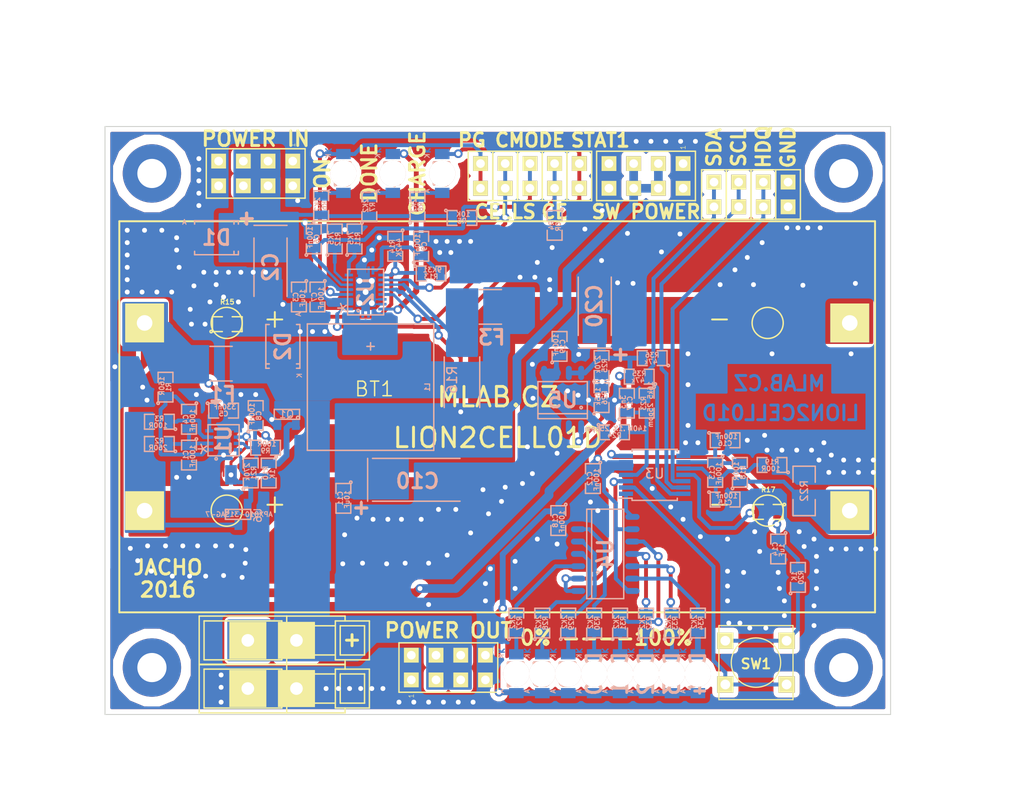
<source format=kicad_pcb>
(kicad_pcb (version 4) (host pcbnew "(2015-12-20 BZR 6390, Git 4e99c98)-product")
  (layers (0 F.Cu signal) (31 B.Cu signal) (34 B.Paste user) (35 F.Paste user) (36 B.SilkS user) (37 F.SilkS user) (38 B.Mask user) (39 F.Mask user) (44 Edge.Cuts user))
  (net 0 "")
  (net 1 /BAT+)
  (net 2 "Net-(C1-Pad1)")
  (net 3 GND)
  (net 4 "Net-(C2-Pad1)")
  (net 5 "Net-(C4-Pad1)")
  (net 6 "Net-(C5-Pad1)")
  (net 7 /CMODE)
  (net 8 "Net-(C8-Pad1)")
  (net 9 "Net-(C9-Pad1)")
  (net 10 "Net-(C10-Pad1)")
  (net 11 "Net-(C13-Pad1)")
  (net 12 "Net-(C13-Pad2)")
  (net 13 "Net-(C14-Pad1)")
  (net 14 "Net-(C17-Pad1)")
  (net 15 "Net-(D3-Pad1)")
  (net 16 /PG)
  (net 17 "Net-(D4-Pad1)")
  (net 18 "Net-(D4-Pad2)")
  (net 19 "Net-(D5-Pad1)")
  (net 20 /STAT1)
  (net 21 "Net-(D7-Pad2)")
  (net 22 "Net-(D8-Pad2)")
  (net 23 "Net-(D9-Pad2)")
  (net 24 "Net-(D10-Pad2)")
  (net 25 "Net-(D11-Pad2)")
  (net 26 "Net-(D12-Pad2)")
  (net 27 "Net-(D13-Pad2)")
  (net 28 /CE)
  (net 29 /CELLS)
  (net 30 "Net-(L1-Pad1)")
  (net 31 "Net-(Q1-PadG)")
  (net 32 "Net-(R3-Pad1)")
  (net 33 "Net-(R10-Pad2)")
  (net 34 "Net-(R11-Pad1)")
  (net 35 "Net-(R12-Pad1)")
  (net 36 "Net-(R13-Pad1)")
  (net 37 "Net-(R17-Pad2)")
  (net 38 "Net-(R20-Pad1)")
  (net 39 "Net-(R27-Pad2)")
  (net 40 "Net-(R28-Pad2)")
  (net 41 "Net-(R29-Pad2)")
  (net 42 "Net-(R30-Pad2)")
  (net 43 "Net-(R31-Pad2)")
  (net 44 "Net-(R32-Pad2)")
  (net 45 "Net-(R33-Pad2)")
  (net 46 /P2)
  (net 47 /P1)
  (net 48 /BAT-MIDPOINT)
  (net 49 /BATTERY-)
  (net 50 /BATTERY+)
  (net 51 /SDA)
  (net 52 /SCL)
  (net 53 /HDQ)
  (net 54 "Net-(D14-Pad2)")
  (net 55 "Net-(R34-Pad2)")
  (net 56 "Net-(F3-Pad1)")
  (net 57 +3V3)
  (net 58 "Net-(R25-Pad1)")
  (net 59 "Net-(SW1-Pad2)")
  (net 60 /CB_EN)
  (module Mlab_Batery:2LION (layer F.Cu) (at 40.5765 -30.861)
    (fp_text reference BT1 (at -12.6365 -2.8575) (layer F.SilkS) (effects (font (size 1.5 1.5))))
    (fp_text value 2x18650_LION-RESCUE-LION2CELL01C hide)
    (fp_text user - (at 22.86 8.89) (layer F.SilkS) (effects (font (size 2 2) (thickness 0.2))))
    (fp_text user - (at 22.86 -10.16) (layer F.SilkS) (effects (font (size 2 2) (thickness 0.2))))
    (fp_text user + (at -22.86 8.89) (layer F.SilkS) (effects (font (size 2 2) (thickness 0.2))))
    (fp_text user + (at -22.86 -10.16) (layer F.SilkS) (effects (font (size 2 2) (thickness 0.2))))
    (pad 1 thru_hole rect (at -36.25 -9.65) (size 4 4) (drill 1.6) (layers *.Cu *.Mask F.SilkS) (net 1 /BAT+))
    (pad 2 thru_hole rect (at 36.25 -9.65) (size 4 4) (drill 1.6) (layers *.Cu *.Mask F.SilkS) (net 48 /BAT-MIDPOINT))
    (pad 3 thru_hole rect (at -36.25 9.65) (size 4 4) (drill 1.6) (layers *.Cu *.Mask F.SilkS) (net 48 /BAT-MIDPOINT))
    (pad 4 thru_hole rect (at 36.25 9.65) (size 4 4) (drill 1.6) (layers *.Cu *.Mask F.SilkS) (net 49 /BATTERY-))
  )
  (module Mlab_R:SMD-0805 (layer B.Cu) (at 8.89 -26.924 270)
    (fp_text reference C1 (at 0 0.3175 270) (layer B.SilkS) (effects (font (size 0.50038 0.50038) (thickness 0.10922)) (justify mirror)))
    (fp_text value 100nF (at 0.127 -0.381 270) (layer B.SilkS) (effects (font (size 0.50038 0.50038) (thickness 0.10922)) (justify mirror)))
    (pad 1 smd rect (at -0.9525 0 270) (size 0.889 1.397) (layers B.Cu B.Paste B.Mask) (net 2 "Net-(C1-Pad1)"))
    (pad 2 smd rect (at 0.9525 0 270) (size 0.889 1.397) (layers B.Cu B.Paste B.Mask) (net 3 GND))
  )
  (module Mlab_C:TantalC_SizeC_Reflow (layer B.Cu) (at 17.272 -46.24324 270)
    (fp_text reference C2 (at 0 0 270) (layer B.SilkS) (effects (font (thickness 0.3048)) (justify mirror)))
    (fp_text value 47uF hide)
    (fp_text user + (at -4.99872 2.55016 270) (layer B.SilkS) (effects (font (thickness 0.3048)) (justify mirror)))
    (pad 2 smd rect (at 2.52476 0 270) (size 2.55016 2.49936) (layers B.Cu B.Paste B.Mask) (net 3 GND))
    (pad 1 smd rect (at -2.52476 0 270) (size 2.55016 2.49936) (layers B.Cu B.Paste B.Mask) (net 4 "Net-(C2-Pad1)"))
  )
  (module Mlab_R:SMD-0805 (layer B.Cu) (at 20.193 -43.18 270)
    (fp_text reference C3 (at 0 0.3175 270) (layer B.SilkS) (effects (font (size 0.50038 0.50038) (thickness 0.10922)) (justify mirror)))
    (fp_text value 10uF (at 0.127 -0.381 270) (layer B.SilkS) (effects (font (size 0.50038 0.50038) (thickness 0.10922)) (justify mirror)))
    (pad 1 smd rect (at -0.9525 0 270) (size 0.889 1.397) (layers B.Cu B.Paste B.Mask) (net 4 "Net-(C2-Pad1)"))
    (pad 2 smd rect (at 0.9525 0 270) (size 0.889 1.397) (layers B.Cu B.Paste B.Mask) (net 3 GND))
  )
  (module Mlab_R:SMD-0805 (layer B.Cu) (at 8.89 -30.607 270)
    (fp_text reference C4 (at 0 0.3175 270) (layer B.SilkS) (effects (font (size 0.50038 0.50038) (thickness 0.10922)) (justify mirror)))
    (fp_text value 100nF (at 0.127 -0.381 270) (layer B.SilkS) (effects (font (size 0.50038 0.50038) (thickness 0.10922)) (justify mirror)))
    (pad 1 smd rect (at -0.9525 0 270) (size 0.889 1.397) (layers B.Cu B.Paste B.Mask) (net 5 "Net-(C4-Pad1)"))
    (pad 2 smd rect (at 0.9525 0 270) (size 0.889 1.397) (layers B.Cu B.Paste B.Mask) (net 2 "Net-(C1-Pad1)"))
  )
  (module Mlab_R:SMD-0805 (layer B.Cu) (at 12.446 -31.496)
    (fp_text reference C5 (at 0 0.3175) (layer B.SilkS) (effects (font (size 0.50038 0.50038) (thickness 0.10922)) (justify mirror)))
    (fp_text value 330nF (at 0.127 -0.381) (layer B.SilkS) (effects (font (size 0.50038 0.50038) (thickness 0.10922)) (justify mirror)))
    (pad 1 smd rect (at -0.9525 0) (size 0.889 1.397) (layers B.Cu B.Paste B.Mask) (net 6 "Net-(C5-Pad1)"))
    (pad 2 smd rect (at 0.9525 0) (size 0.889 1.397) (layers B.Cu B.Paste B.Mask) (net 3 GND))
  )
  (module Mlab_R:SMD-0805 (layer B.Cu) (at 21.717 -49.149 90)
    (fp_text reference C6 (at 0 0.3175 90) (layer B.SilkS) (effects (font (size 0.50038 0.50038) (thickness 0.10922)) (justify mirror)))
    (fp_text value 100nF (at 0.127 -0.381 90) (layer B.SilkS) (effects (font (size 0.50038 0.50038) (thickness 0.10922)) (justify mirror)))
    (pad 1 smd rect (at -0.9525 0 90) (size 0.889 1.397) (layers B.Cu B.Paste B.Mask) (net 7 /CMODE))
    (pad 2 smd rect (at 0.9525 0 90) (size 0.889 1.397) (layers B.Cu B.Paste B.Mask) (net 3 GND))
  )
  (module Mlab_R:SMD-0805 (layer B.Cu) (at 22.098 -43.18 270)
    (fp_text reference C7 (at 0 0.3175 270) (layer B.SilkS) (effects (font (size 0.50038 0.50038) (thickness 0.10922)) (justify mirror)))
    (fp_text value 100nF (at 0.127 -0.381 270) (layer B.SilkS) (effects (font (size 0.50038 0.50038) (thickness 0.10922)) (justify mirror)))
    (pad 1 smd rect (at -0.9525 0 270) (size 0.889 1.397) (layers B.Cu B.Paste B.Mask) (net 4 "Net-(C2-Pad1)"))
    (pad 2 smd rect (at 0.9525 0 270) (size 0.889 1.397) (layers B.Cu B.Paste B.Mask) (net 3 GND))
  )
  (module Mlab_R:SMD-0805 (layer B.Cu) (at 15.748 -30.988 90)
    (fp_text reference C8 (at 0 0.3175 90) (layer B.SilkS) (effects (font (size 0.50038 0.50038) (thickness 0.10922)) (justify mirror)))
    (fp_text value 100nF (at 0.127 -0.381 90) (layer B.SilkS) (effects (font (size 0.50038 0.50038) (thickness 0.10922)) (justify mirror)))
    (pad 1 smd rect (at -0.9525 0 90) (size 0.889 1.397) (layers B.Cu B.Paste B.Mask) (net 8 "Net-(C8-Pad1)"))
    (pad 2 smd rect (at 0.9525 0 90) (size 0.889 1.397) (layers B.Cu B.Paste B.Mask) (net 3 GND))
  )
  (module Mlab_R:SMD-0805 (layer B.Cu) (at 32.766 -48.387 90)
    (fp_text reference C9 (at 0 0.3175 90) (layer B.SilkS) (effects (font (size 0.50038 0.50038) (thickness 0.10922)) (justify mirror)))
    (fp_text value 100nF (at 0.127 -0.381 90) (layer B.SilkS) (effects (font (size 0.50038 0.50038) (thickness 0.10922)) (justify mirror)))
    (pad 1 smd rect (at -0.9525 0 90) (size 0.889 1.397) (layers B.Cu B.Paste B.Mask) (net 9 "Net-(C9-Pad1)"))
    (pad 2 smd rect (at 0.9525 0 90) (size 0.889 1.397) (layers B.Cu B.Paste B.Mask) (net 3 GND))
  )
  (module Mlab_R:SMD-0805 (layer B.Cu) (at 24.765 -22.479 270)
    (fp_text reference C11 (at 0 0.3175 270) (layer B.SilkS) (effects (font (size 0.50038 0.50038) (thickness 0.10922)) (justify mirror)))
    (fp_text value 10uF (at 0.127 -0.381 270) (layer B.SilkS) (effects (font (size 0.50038 0.50038) (thickness 0.10922)) (justify mirror)))
    (pad 1 smd rect (at -0.9525 0 270) (size 0.889 1.397) (layers B.Cu B.Paste B.Mask) (net 10 "Net-(C10-Pad1)"))
    (pad 2 smd rect (at 0.9525 0 270) (size 0.889 1.397) (layers B.Cu B.Paste B.Mask) (net 3 GND))
  )
  (module Mlab_R:SMD-0805 (layer B.Cu) (at 50.419 -24.511 270)
    (fp_text reference C12 (at 0 0.3175 270) (layer B.SilkS) (effects (font (size 0.50038 0.50038) (thickness 0.10922)) (justify mirror)))
    (fp_text value 100nF (at 0.127 -0.381 270) (layer B.SilkS) (effects (font (size 0.50038 0.50038) (thickness 0.10922)) (justify mirror)))
    (pad 1 smd rect (at -0.9525 0 270) (size 0.889 1.397) (layers B.Cu B.Paste B.Mask) (net 57 +3V3))
    (pad 2 smd rect (at 0.9525 0 270) (size 0.889 1.397) (layers B.Cu B.Paste B.Mask) (net 3 GND))
  )
  (module Mlab_R:SMD-0805 (layer B.Cu) (at 62.992 -25.146 270)
    (fp_text reference C13 (at 0 0.3175 270) (layer B.SilkS) (effects (font (size 0.50038 0.50038) (thickness 0.10922)) (justify mirror)))
    (fp_text value 100nF (at 0.127 -0.381 270) (layer B.SilkS) (effects (font (size 0.50038 0.50038) (thickness 0.10922)) (justify mirror)))
    (pad 1 smd rect (at -0.9525 0 270) (size 0.889 1.397) (layers B.Cu B.Paste B.Mask) (net 11 "Net-(C13-Pad1)"))
    (pad 2 smd rect (at 0.9525 0 270) (size 0.889 1.397) (layers B.Cu B.Paste B.Mask) (net 12 "Net-(C13-Pad2)"))
  )
  (module Mlab_R:SMD-0805 (layer B.Cu) (at 69.469 -17.272 270)
    (fp_text reference C14 (at 0 0.3175 270) (layer B.SilkS) (effects (font (size 0.50038 0.50038) (thickness 0.10922)) (justify mirror)))
    (fp_text value 1uF (at 0.127 -0.381 270) (layer B.SilkS) (effects (font (size 0.50038 0.50038) (thickness 0.10922)) (justify mirror)))
    (pad 1 smd rect (at -0.9525 0 270) (size 0.889 1.397) (layers B.Cu B.Paste B.Mask) (net 13 "Net-(C14-Pad1)"))
    (pad 2 smd rect (at 0.9525 0 270) (size 0.889 1.397) (layers B.Cu B.Paste B.Mask) (net 3 GND))
  )
  (module Mlab_R:SMD-0805 (layer B.Cu) (at 64.008 -22.352)
    (fp_text reference C15 (at 0 0.3175) (layer B.SilkS) (effects (font (size 0.50038 0.50038) (thickness 0.10922)) (justify mirror)))
    (fp_text value 100nF (at 0.127 -0.381) (layer B.SilkS) (effects (font (size 0.50038 0.50038) (thickness 0.10922)) (justify mirror)))
    (pad 1 smd rect (at -0.9525 0) (size 0.889 1.397) (layers B.Cu B.Paste B.Mask) (net 12 "Net-(C13-Pad2)"))
    (pad 2 smd rect (at 0.9525 0) (size 0.889 1.397) (layers B.Cu B.Paste B.Mask) (net 3 GND))
  )
  (module Mlab_R:SMD-0805 (layer B.Cu) (at 64.008 -28.448)
    (fp_text reference C16 (at 0 0.3175) (layer B.SilkS) (effects (font (size 0.50038 0.50038) (thickness 0.10922)) (justify mirror)))
    (fp_text value 100nF (at 0.127 -0.381) (layer B.SilkS) (effects (font (size 0.50038 0.50038) (thickness 0.10922)) (justify mirror)))
    (pad 1 smd rect (at -0.9525 0) (size 0.889 1.397) (layers B.Cu B.Paste B.Mask) (net 11 "Net-(C13-Pad1)"))
    (pad 2 smd rect (at 0.9525 0) (size 0.889 1.397) (layers B.Cu B.Paste B.Mask) (net 3 GND))
  )
  (module Mlab_R:SMD-0805 (layer B.Cu) (at 53.9115 -32.258 90)
    (fp_text reference C17 (at 0 0.3175 90) (layer B.SilkS) (effects (font (size 0.50038 0.50038) (thickness 0.10922)) (justify mirror)))
    (fp_text value 3n3 (at 0.127 -0.381 90) (layer B.SilkS) (effects (font (size 0.50038 0.50038) (thickness 0.10922)) (justify mirror)))
    (pad 1 smd rect (at -0.9525 0 90) (size 0.889 1.397) (layers B.Cu B.Paste B.Mask) (net 14 "Net-(C17-Pad1)"))
    (pad 2 smd rect (at 0.9525 0 90) (size 0.889 1.397) (layers B.Cu B.Paste B.Mask) (net 3 GND))
  )
  (module Mlab_R:SMD-0805 (layer B.Cu) (at 46.863 -20.193 270)
    (fp_text reference C18 (at 0 0.3175 270) (layer B.SilkS) (effects (font (size 0.50038 0.50038) (thickness 0.10922)) (justify mirror)))
    (fp_text value 100nF (at 0.127 -0.381 270) (layer B.SilkS) (effects (font (size 0.50038 0.50038) (thickness 0.10922)) (justify mirror)))
    (pad 1 smd rect (at -0.9525 0 270) (size 0.889 1.397) (layers B.Cu B.Paste B.Mask) (net 57 +3V3))
    (pad 2 smd rect (at 0.9525 0 270) (size 0.889 1.397) (layers B.Cu B.Paste B.Mask) (net 3 GND))
  )
  (module Mlab_D:SMA_Standard (layer B.Cu) (at 11.71702 -49.276)
    (fp_text reference D1 (at 0 0) (layer B.SilkS) (effects (font (thickness 0.3048)) (justify mirror)))
    (fp_text value M4 hide)
    (fp_text user A (at -3.29946 -1.6002) (layer B.SilkS) (effects (font (size 0.50038 0.50038) (thickness 0.09906)) (justify mirror)))
    (fp_text user K (at 2.99974 -1.69926) (layer B.SilkS) (effects (font (size 0.50038 0.50038) (thickness 0.09906)) (justify mirror)))
    (pad 1 smd rect (at -1.99898 0) (size 2.49936 1.80086) (layers B.Cu B.Paste B.Mask) (net 3 GND))
    (pad 2 smd rect (at 1.99898 0) (size 2.49936 1.80086) (layers B.Cu B.Paste B.Mask) (net 4 "Net-(C2-Pad1)"))
  )
  (module Mlab_D:SMA_Standard (layer B.Cu) (at 18.542 -38.1 270)
    (fp_text reference D2 (at 0 0 270) (layer B.SilkS) (effects (font (thickness 0.3048)) (justify mirror)))
    (fp_text value M4 hide)
    (fp_text user A (at -3.29946 -1.6002 270) (layer B.SilkS) (effects (font (size 0.50038 0.50038) (thickness 0.09906)) (justify mirror)))
    (fp_text user K (at 2.99974 -1.69926 270) (layer B.SilkS) (effects (font (size 0.50038 0.50038) (thickness 0.09906)) (justify mirror)))
    (pad 1 smd rect (at -1.99898 0 270) (size 2.49936 1.80086) (layers B.Cu B.Paste B.Mask) (net 3 GND))
    (pad 2 smd rect (at 1.99898 0 270) (size 2.49936 1.80086) (layers B.Cu B.Paste B.Mask) (net 50 /BATTERY+))
  )
  (module Mlab_Pin_Headers:Straight_2x04 (layer F.Cu) (at 15.748 -55.88 270)
    (fp_text reference J1 hide)
    (fp_text value JUMP_4X2 hide)
    (fp_text user 1 (at -2.921 -3.81 270) (layer F.SilkS) (effects (font (size 0.5 0.5) (thickness 0.05))))
    (pad 1 thru_hole rect (at -1.27 -3.81 270) (size 1.524 1.524) (drill 0.889) (layers *.Cu *.Mask F.SilkS) (net 3 GND))
    (pad 2 thru_hole rect (at 1.27 -3.81 270) (size 1.524 1.524) (drill 0.889) (layers *.Cu *.Mask F.SilkS) (net 3 GND))
    (pad 3 thru_hole rect (at -1.27 -1.27 270) (size 1.524 1.524) (drill 0.889) (layers *.Cu *.Mask F.SilkS) (net 4 "Net-(C2-Pad1)"))
    (pad 4 thru_hole rect (at 1.27 -1.27 270) (size 1.524 1.524) (drill 0.889) (layers *.Cu *.Mask F.SilkS) (net 4 "Net-(C2-Pad1)"))
    (pad 5 thru_hole rect (at -1.27 1.27 270) (size 1.524 1.524) (drill 0.889) (layers *.Cu *.Mask F.SilkS) (net 4 "Net-(C2-Pad1)"))
    (pad 6 thru_hole rect (at 1.27 1.27 270) (size 1.524 1.524) (drill 0.889) (layers *.Cu *.Mask F.SilkS) (net 4 "Net-(C2-Pad1)"))
    (pad 7 thru_hole rect (at -1.27 3.81 270) (size 1.524 1.524) (drill 0.889) (layers *.Cu *.Mask F.SilkS) (net 3 GND))
    (pad 8 thru_hole rect (at 1.27 3.81 270) (size 1.524 1.524) (drill 0.889) (layers *.Cu *.Mask F.SilkS) (net 3 GND))
  )
  (module Mlab_Pin_Headers:Straight_1x02 (layer F.Cu) (at 49.022 -55.626)
    (fp_text reference J2 hide)
    (fp_text value JUMP_2x1 hide)
    (pad 2 thru_hole rect (at 0 1.27) (size 1.524 1.524) (drill 0.889) (layers *.Cu *.Mask F.SilkS) (net 20 /STAT1))
    (pad 1 thru_hole rect (at 0 -1.27) (size 1.524 1.524) (drill 0.889) (layers *.Cu *.Mask F.SilkS) (net 20 /STAT1))
  )
  (module Mlab_Pin_Headers:Straight_1x02 (layer F.Cu) (at 38.862 -55.626 180)
    (fp_text reference J3 hide)
    (fp_text value JUMP_2x1 hide)
    (pad 2 thru_hole rect (at 0 1.27 180) (size 1.524 1.524) (drill 0.889) (layers *.Cu *.Mask F.SilkS) (net 16 /PG))
    (pad 1 thru_hole rect (at 0 -1.27 180) (size 1.524 1.524) (drill 0.889) (layers *.Cu *.Mask F.SilkS) (net 16 /PG))
  )
  (module Mlab_Pin_Headers:Straight_1x02 (layer F.Cu) (at 43.942 -55.626)
    (fp_text reference J4 hide)
    (fp_text value JUMP_2x1 hide)
    (pad 2 thru_hole rect (at 0 1.27) (size 1.524 1.524) (drill 0.889) (layers *.Cu *.Mask F.SilkS) (net 7 /CMODE))
    (pad 1 thru_hole rect (at 0 -1.27) (size 1.524 1.524) (drill 0.889) (layers *.Cu *.Mask F.SilkS) (net 7 /CMODE))
  )
  (module Mlab_Pin_Headers:Straight_1x02 (layer F.Cu) (at 46.482 -55.626)
    (fp_text reference J5 hide)
    (fp_text value JUMP_2x1 hide)
    (pad 2 thru_hole rect (at 0 1.27) (size 1.524 1.524) (drill 0.889) (layers *.Cu *.Mask F.SilkS) (net 28 /CE))
    (pad 1 thru_hole rect (at 0 -1.27) (size 1.524 1.524) (drill 0.889) (layers *.Cu *.Mask F.SilkS) (net 28 /CE))
  )
  (module Mlab_Pin_Headers:Straight_1x02 (layer F.Cu) (at 41.402 -55.626)
    (fp_text reference J6 hide)
    (fp_text value JUMP_2x1 hide)
    (pad 2 thru_hole rect (at 0 1.27) (size 1.524 1.524) (drill 0.889) (layers *.Cu *.Mask F.SilkS) (net 29 /CELLS))
    (pad 1 thru_hole rect (at 0 -1.27) (size 1.524 1.524) (drill 0.889) (layers *.Cu *.Mask F.SilkS) (net 29 /CELLS))
  )
  (module Mlab_Pin_Headers:Straight_2x04 (layer F.Cu) (at 35.56 -5.08 90)
    (fp_text reference J7 hide)
    (fp_text value JUMP_4X2 hide)
    (fp_text user 1 (at -2.921 -3.81 90) (layer F.SilkS) (effects (font (size 0.5 0.5) (thickness 0.05))))
    (pad 1 thru_hole rect (at -1.27 -3.81 90) (size 1.524 1.524) (drill 0.889) (layers *.Cu *.Mask F.SilkS) (net 3 GND))
    (pad 2 thru_hole rect (at 1.27 -3.81 90) (size 1.524 1.524) (drill 0.889) (layers *.Cu *.Mask F.SilkS) (net 3 GND))
    (pad 3 thru_hole rect (at -1.27 -1.27 90) (size 1.524 1.524) (drill 0.889) (layers *.Cu *.Mask F.SilkS) (net 50 /BATTERY+))
    (pad 4 thru_hole rect (at 1.27 -1.27 90) (size 1.524 1.524) (drill 0.889) (layers *.Cu *.Mask F.SilkS) (net 50 /BATTERY+))
    (pad 5 thru_hole rect (at -1.27 1.27 90) (size 1.524 1.524) (drill 0.889) (layers *.Cu *.Mask F.SilkS) (net 50 /BATTERY+))
    (pad 6 thru_hole rect (at 1.27 1.27 90) (size 1.524 1.524) (drill 0.889) (layers *.Cu *.Mask F.SilkS) (net 50 /BATTERY+))
    (pad 7 thru_hole rect (at -1.27 3.81 90) (size 1.524 1.524) (drill 0.889) (layers *.Cu *.Mask F.SilkS) (net 3 GND))
    (pad 8 thru_hole rect (at 1.27 3.81 90) (size 1.524 1.524) (drill 0.889) (layers *.Cu *.Mask F.SilkS) (net 3 GND))
  )
  (module Mlab_Con:WAGO256 (layer F.Cu) (at 17.399 -7.874)
    (fp_text reference J8 hide)
    (fp_text value CONN1_1 hide)
    (pad 1 thru_hole rect (at -2.46 0 90) (size 3.81 3.81) (drill 1.3) (layers *.Cu *.Mask F.SilkS) (net 50 /BATTERY+))
    (pad 1 thru_hole rect (at 2.54 0 90) (size 3.81 3.81) (drill 1.3) (layers *.Cu *.Mask F.SilkS) (net 50 /BATTERY+))
  )
  (module Mlab_Con:WAGO256 (layer F.Cu) (at 17.399 -2.921)
    (fp_text reference J9 hide)
    (fp_text value CONN1_1 hide)
    (pad 1 thru_hole rect (at -2.46 0 90) (size 3.81 3.81) (drill 1.3) (layers *.Cu *.Mask F.SilkS) (net 3 GND))
    (pad 1 thru_hole rect (at 2.54 0 90) (size 3.81 3.81) (drill 1.3) (layers *.Cu *.Mask F.SilkS) (net 3 GND))
  )
  (module Mlab_Pin_Headers:Straight_1x02 (layer F.Cu) (at 62.865 -53.721)
    (fp_text reference J10 hide)
    (fp_text value JUMP_2x1 hide)
    (pad 2 thru_hole rect (at 0 1.27) (size 1.524 1.524) (drill 0.889) (layers *.Cu *.Mask F.SilkS) (net 51 /SDA))
    (pad 1 thru_hole rect (at 0 -1.27) (size 1.524 1.524) (drill 0.889) (layers *.Cu *.Mask F.SilkS) (net 51 /SDA))
  )
  (module Mlab_Pin_Headers:Straight_1x02 (layer F.Cu) (at 65.405 -53.721)
    (fp_text reference J11 hide)
    (fp_text value JUMP_2x1 hide)
    (pad 2 thru_hole rect (at 0 1.27) (size 1.524 1.524) (drill 0.889) (layers *.Cu *.Mask F.SilkS) (net 52 /SCL))
    (pad 1 thru_hole rect (at 0 -1.27) (size 1.524 1.524) (drill 0.889) (layers *.Cu *.Mask F.SilkS) (net 52 /SCL))
  )
  (module Mlab_Pin_Headers:Straight_1x02 (layer F.Cu) (at 67.945 -53.721)
    (fp_text reference J12 hide)
    (fp_text value JUMP_2x1 hide)
    (pad 2 thru_hole rect (at 0 1.27) (size 1.524 1.524) (drill 0.889) (layers *.Cu *.Mask F.SilkS) (net 53 /HDQ))
    (pad 1 thru_hole rect (at 0 -1.27) (size 1.524 1.524) (drill 0.889) (layers *.Cu *.Mask F.SilkS) (net 53 /HDQ))
  )
  (module Mlab_Pin_Headers:Straight_2x04 (layer F.Cu) (at 55.88 -55.626 270)
    (fp_text reference J13 hide)
    (fp_text value JUMP_4X2 hide)
    (fp_text user 1 (at -2.921 -3.81 270) (layer F.SilkS) (effects (font (size 0.5 0.5) (thickness 0.05))))
    (pad 1 thru_hole rect (at -1.27 -3.81 270) (size 1.524 1.524) (drill 0.889) (layers *.Cu *.Mask F.SilkS) (net 3 GND))
    (pad 2 thru_hole rect (at 1.27 -3.81 270) (size 1.524 1.524) (drill 0.889) (layers *.Cu *.Mask F.SilkS) (net 3 GND))
    (pad 3 thru_hole rect (at -1.27 -1.27 270) (size 1.524 1.524) (drill 0.889) (layers *.Cu *.Mask F.SilkS) (net 10 "Net-(C10-Pad1)"))
    (pad 4 thru_hole rect (at 1.27 -1.27 270) (size 1.524 1.524) (drill 0.889) (layers *.Cu *.Mask F.SilkS) (net 10 "Net-(C10-Pad1)"))
    (pad 5 thru_hole rect (at -1.27 1.27 270) (size 1.524 1.524) (drill 0.889) (layers *.Cu *.Mask F.SilkS) (net 10 "Net-(C10-Pad1)"))
    (pad 6 thru_hole rect (at 1.27 1.27 270) (size 1.524 1.524) (drill 0.889) (layers *.Cu *.Mask F.SilkS) (net 10 "Net-(C10-Pad1)"))
    (pad 7 thru_hole rect (at -1.27 3.81 270) (size 1.524 1.524) (drill 0.889) (layers *.Cu *.Mask F.SilkS) (net 3 GND))
    (pad 8 thru_hole rect (at 1.27 3.81 270) (size 1.524 1.524) (drill 0.889) (layers *.Cu *.Mask F.SilkS) (net 3 GND))
  )
  (module Mlab_L:DE1205-10 (layer B.Cu) (at 27.559 -33.909 90)
    (fp_text reference L1 (at 0 5.842 90) (layer B.SilkS) (effects (font (size 0.50038 0.50038) (thickness 0.11938)) (justify mirror)))
    (fp_text value DE1205-10 hide)
    (pad 1 smd rect (at 5 0 90) (size 3 5.5) (layers B.Cu B.Paste B.Mask) (net 30 "Net-(L1-Pad1)"))
    (pad 2 smd rect (at -5 0 90) (size 3 5.5) (layers B.Cu B.Paste B.Mask) (net 10 "Net-(C10-Pad1)"))
  )
  (module Mlab_Mechanical:MountingHole_3mm (layer F.Cu) (at 76.2 -5.08)
    (fp_text reference P1 hide)
    (fp_text value _ hide)
    (pad 1 thru_hole circle (at 0 0) (size 6 6) (drill 3) (layers *.Cu *.Adhes *.Mask) (clearance 1))
  )
  (module Mlab_Mechanical:MountingHole_3mm (layer F.Cu) (at 5.08 -55.88)
    (fp_text reference P2 hide)
    (fp_text value _ hide)
    (pad 1 thru_hole circle (at 0 0) (size 6 6) (drill 3) (layers *.Cu *.Adhes *.Mask) (clearance 1))
  )
  (module Mlab_Mechanical:MountingHole_3mm (layer F.Cu) (at 5.08 -5.08)
    (fp_text reference P3 hide)
    (fp_text value _ hide)
    (pad 1 thru_hole circle (at 0 0) (size 6 6) (drill 3) (layers *.Cu *.Adhes *.Mask) (clearance 1))
  )
  (module Mlab_Mechanical:MountingHole_3mm (layer F.Cu) (at 76.2 -55.88)
    (fp_text reference P4 hide)
    (fp_text value _ hide)
    (pad 1 thru_hole circle (at 0 0) (size 6 6) (drill 3) (layers *.Cu *.Adhes *.Mask) (clearance 1))
  )
  (module Mlab_T:SOT-23 (layer B.Cu) (at 18.923 -31.115 180)
    (fp_text reference Q1 (at 0 0 180) (layer B.SilkS) (effects (font (size 0.762 0.762) (thickness 0.11938)) (justify mirror)))
    (fp_text value IRLML6244 hide)
    (pad D smd rect (at 0 1.09982 180) (size 0.8001 1.00076) (layers B.Cu B.Paste B.Mask) (net 50 /BATTERY+))
    (pad S smd rect (at 0.9525 -1.09982 180) (size 0.8001 1.00076) (layers B.Cu B.Paste B.Mask) (net 3 GND))
    (pad G smd rect (at -0.9525 -1.09982 180) (size 0.8001 1.00076) (layers B.Cu B.Paste B.Mask) (net 31 "Net-(Q1-PadG)"))
  )
  (module Mlab_R:SMD-0805 (layer B.Cu) (at 6.477 -33.909 90)
    (fp_text reference R1 (at 0 0.3175 90) (layer B.SilkS) (effects (font (size 0.50038 0.50038) (thickness 0.10922)) (justify mirror)))
    (fp_text value 160R (at 0.127 -0.381 90) (layer B.SilkS) (effects (font (size 0.50038 0.50038) (thickness 0.10922)) (justify mirror)))
    (pad 1 smd rect (at -0.9525 0 90) (size 0.889 1.397) (layers B.Cu B.Paste B.Mask) (net 5 "Net-(C4-Pad1)"))
    (pad 2 smd rect (at 0.9525 0 90) (size 0.889 1.397) (layers B.Cu B.Paste B.Mask) (net 1 /BAT+))
  )
  (module Mlab_R:SMD-0805 (layer B.Cu) (at 5.842 -28.067 180)
    (fp_text reference R2 (at 0 0.3175 180) (layer B.SilkS) (effects (font (size 0.50038 0.50038) (thickness 0.10922)) (justify mirror)))
    (fp_text value 260R (at 0.127 -0.381 180) (layer B.SilkS) (effects (font (size 0.50038 0.50038) (thickness 0.10922)) (justify mirror)))
    (pad 1 smd rect (at -0.9525 0 180) (size 0.889 1.397) (layers B.Cu B.Paste B.Mask) (net 2 "Net-(C1-Pad1)"))
    (pad 2 smd rect (at 0.9525 0 180) (size 0.889 1.397) (layers B.Cu B.Paste B.Mask) (net 48 /BAT-MIDPOINT))
  )
  (module Mlab_R:SMD-0805 (layer B.Cu) (at 5.842 -30.353 180)
    (fp_text reference R3 (at 0 0.3175 180) (layer B.SilkS) (effects (font (size 0.50038 0.50038) (thickness 0.10922)) (justify mirror)))
    (fp_text value 100R (at 0.127 -0.381 180) (layer B.SilkS) (effects (font (size 0.50038 0.50038) (thickness 0.10922)) (justify mirror)))
    (pad 1 smd rect (at -0.9525 0 180) (size 0.889 1.397) (layers B.Cu B.Paste B.Mask) (net 32 "Net-(R3-Pad1)"))
    (pad 2 smd rect (at 0.9525 0 180) (size 0.889 1.397) (layers B.Cu B.Paste B.Mask) (net 48 /BAT-MIDPOINT))
  )
  (module Mlab_R:SMD-0805 (layer B.Cu) (at 46.482 -50.546 270)
    (fp_text reference R4 (at 0 0.3175 270) (layer B.SilkS) (effects (font (size 0.50038 0.50038) (thickness 0.10922)) (justify mirror)))
    (fp_text value 0R (at 0.127 -0.381 270) (layer B.SilkS) (effects (font (size 0.50038 0.50038) (thickness 0.10922)) (justify mirror)))
    (pad 1 smd rect (at -0.9525 0 270) (size 0.889 1.397) (layers B.Cu B.Paste B.Mask) (net 28 /CE))
    (pad 2 smd rect (at 0.9525 0 270) (size 0.889 1.397) (layers B.Cu B.Paste B.Mask) (net 3 GND))
  )
  (module Mlab_R:SMD-0805 (layer B.Cu) (at 36.957 -51.308)
    (fp_text reference R5 (at 0 0.3175) (layer B.SilkS) (effects (font (size 0.50038 0.50038) (thickness 0.10922)) (justify mirror)))
    (fp_text value 10K (at 0.127 -0.381) (layer B.SilkS) (effects (font (size 0.50038 0.50038) (thickness 0.10922)) (justify mirror)))
    (pad 1 smd rect (at -0.9525 0) (size 0.889 1.397) (layers B.Cu B.Paste B.Mask) (net 4 "Net-(C2-Pad1)"))
    (pad 2 smd rect (at 0.9525 0) (size 0.889 1.397) (layers B.Cu B.Paste B.Mask) (net 29 /CELLS))
  )
  (module Mlab_R:SMD-0805 (layer B.Cu) (at 22.479 -52.578 90)
    (fp_text reference R6 (at 0 0.3175 90) (layer B.SilkS) (effects (font (size 0.50038 0.50038) (thickness 0.10922)) (justify mirror)))
    (fp_text value 2K2 (at 0.127 -0.381 90) (layer B.SilkS) (effects (font (size 0.50038 0.50038) (thickness 0.10922)) (justify mirror)))
    (pad 1 smd rect (at -0.9525 0 90) (size 0.889 1.397) (layers B.Cu B.Paste B.Mask) (net 4 "Net-(C2-Pad1)"))
    (pad 2 smd rect (at 0.9525 0 90) (size 0.889 1.397) (layers B.Cu B.Paste B.Mask) (net 15 "Net-(D3-Pad1)"))
  )
  (module Mlab_R:SMD-0805 (layer B.Cu) (at 27.432 -52.451 90)
    (fp_text reference R7 (at 0 0.3175 90) (layer B.SilkS) (effects (font (size 0.50038 0.50038) (thickness 0.10922)) (justify mirror)))
    (fp_text value 2K2 (at 0.127 -0.381 90) (layer B.SilkS) (effects (font (size 0.50038 0.50038) (thickness 0.10922)) (justify mirror)))
    (pad 1 smd rect (at -0.9525 0 90) (size 0.889 1.397) (layers B.Cu B.Paste B.Mask) (net 4 "Net-(C2-Pad1)"))
    (pad 2 smd rect (at 0.9525 0 90) (size 0.889 1.397) (layers B.Cu B.Paste B.Mask) (net 17 "Net-(D4-Pad1)"))
  )
  (module Mlab_R:SMD-0805 (layer B.Cu) (at 32.385 -52.451 90)
    (fp_text reference R8 (at 0 0.3175 90) (layer B.SilkS) (effects (font (size 0.50038 0.50038) (thickness 0.10922)) (justify mirror)))
    (fp_text value 2K2 (at 0.127 -0.381 90) (layer B.SilkS) (effects (font (size 0.50038 0.50038) (thickness 0.10922)) (justify mirror)))
    (pad 1 smd rect (at -0.9525 0 90) (size 0.889 1.397) (layers B.Cu B.Paste B.Mask) (net 4 "Net-(C2-Pad1)"))
    (pad 2 smd rect (at 0.9525 0 90) (size 0.889 1.397) (layers B.Cu B.Paste B.Mask) (net 19 "Net-(D5-Pad1)"))
  )
  (module Mlab_R:SMD-0805 (layer B.Cu) (at 16.764 -27.686)
    (fp_text reference R9 (at 0 0.3175) (layer B.SilkS) (effects (font (size 0.50038 0.50038) (thickness 0.10922)) (justify mirror)))
    (fp_text value 100R (at 0.127 -0.381) (layer B.SilkS) (effects (font (size 0.50038 0.50038) (thickness 0.10922)) (justify mirror)))
    (pad 1 smd rect (at -0.9525 0) (size 0.889 1.397) (layers B.Cu B.Paste B.Mask) (net 8 "Net-(C8-Pad1)"))
    (pad 2 smd rect (at 0.9525 0) (size 0.889 1.397) (layers B.Cu B.Paste B.Mask) (net 1 /BAT+))
  )
  (module Mlab_R:SMD-0805 (layer B.Cu) (at 17.0815 -25.0825 270)
    (fp_text reference R10 (at 0 0.3175 270) (layer B.SilkS) (effects (font (size 0.50038 0.50038) (thickness 0.10922)) (justify mirror)))
    (fp_text value 1K (at 0.127 -0.381 270) (layer B.SilkS) (effects (font (size 0.50038 0.50038) (thickness 0.10922)) (justify mirror)))
    (pad 1 smd rect (at -0.9525 0 270) (size 0.889 1.397) (layers B.Cu B.Paste B.Mask) (net 31 "Net-(Q1-PadG)"))
    (pad 2 smd rect (at 0.9525 0 270) (size 0.889 1.397) (layers B.Cu B.Paste B.Mask) (net 33 "Net-(R10-Pad2)"))
  )
  (module Mlab_R:SMD-0805 (layer B.Cu) (at 25.908 -49.149 90)
    (fp_text reference R11 (at 0 0.3175 90) (layer B.SilkS) (effects (font (size 0.50038 0.50038) (thickness 0.10922)) (justify mirror)))
    (fp_text value 7K5 (at 0.127 -0.381 90) (layer B.SilkS) (effects (font (size 0.50038 0.50038) (thickness 0.10922)) (justify mirror)))
    (pad 1 smd rect (at -0.9525 0 90) (size 0.889 1.397) (layers B.Cu B.Paste B.Mask) (net 34 "Net-(R11-Pad1)"))
    (pad 2 smd rect (at 0.9525 0 90) (size 0.889 1.397) (layers B.Cu B.Paste B.Mask) (net 3 GND))
  )
  (module Mlab_R:SMD-0805 (layer B.Cu) (at 23.876 -49.149 90)
    (fp_text reference R12 (at 0 0.3175 90) (layer B.SilkS) (effects (font (size 0.50038 0.50038) (thickness 0.10922)) (justify mirror)))
    (fp_text value 7K5 (at 0.127 -0.381 90) (layer B.SilkS) (effects (font (size 0.50038 0.50038) (thickness 0.10922)) (justify mirror)))
    (pad 1 smd rect (at -0.9525 0 90) (size 0.889 1.397) (layers B.Cu B.Paste B.Mask) (net 35 "Net-(R12-Pad1)"))
    (pad 2 smd rect (at 0.9525 0 90) (size 0.889 1.397) (layers B.Cu B.Paste B.Mask) (net 3 GND))
  )
  (module Mlab_R:SMD-0805 (layer B.Cu) (at 33.782 -45.593)
    (fp_text reference R13 (at 0 0.3175) (layer B.SilkS) (effects (font (size 0.50038 0.50038) (thickness 0.10922)) (justify mirror)))
    (fp_text value 9K31 (at 0.127 -0.381) (layer B.SilkS) (effects (font (size 0.50038 0.50038) (thickness 0.10922)) (justify mirror)))
    (pad 1 smd rect (at -0.9525 0) (size 0.889 1.397) (layers B.Cu B.Paste B.Mask) (net 36 "Net-(R13-Pad1)"))
    (pad 2 smd rect (at 0.9525 0) (size 0.889 1.397) (layers B.Cu B.Paste B.Mask) (net 9 "Net-(C9-Pad1)"))
  )
  (module Mlab_R:SMD-0805 (layer B.Cu) (at 30.099 -48.387 270)
    (fp_text reference R14 (at 0 0.3175 270) (layer B.SilkS) (effects (font (size 0.50038 0.50038) (thickness 0.10922)) (justify mirror)))
    (fp_text value 442K (at 0.127 -0.381 270) (layer B.SilkS) (effects (font (size 0.50038 0.50038) (thickness 0.10922)) (justify mirror)))
    (pad 1 smd rect (at -0.9525 0 270) (size 0.889 1.397) (layers B.Cu B.Paste B.Mask) (net 3 GND))
    (pad 2 smd rect (at 0.9525 0 270) (size 0.889 1.397) (layers B.Cu B.Paste B.Mask) (net 36 "Net-(R13-Pad1)"))
  )
  (module Mlab_R:SMD-0805 (layer F.Cu) (at 12.827 -40.386)
    (fp_text reference R15 (at 0 -2.286) (layer F.SilkS) (effects (font (size 0.50038 0.50038) (thickness 0.10922))))
    (fp_text value NCP21XV103J03RA hide)
    (pad 1 smd rect (at -0.9525 0) (size 0.889 1.397) (layers F.Cu F.Paste F.Mask) (net 3 GND))
    (pad 2 smd rect (at 0.9525 0) (size 0.889 1.397) (layers F.Cu F.Paste F.Mask) (net 36 "Net-(R13-Pad1)"))
  )
  (module Resistors_SMD:R_2512 (layer B.Cu) (at 36.957 -34.417 270)
    (fp_text reference R16 (at -0.254 1.016 270) (layer B.SilkS) (effects (justify mirror)))
    (fp_text value 0R1)
    (pad 1 smd rect (at -3.1 0 270) (size 1 3.2) (layers B.Cu B.Paste B.Mask) (net 56 "Net-(F3-Pad1)"))
    (pad 2 smd rect (at 3.1 0 270) (size 1 3.2) (layers B.Cu B.Paste B.Mask) (net 10 "Net-(C10-Pad1)"))
  )
  (module Mlab_R:SMD-0805 (layer F.Cu) (at 68.453 -21.082 180)
    (fp_text reference R17 (at 0 2.286 180) (layer F.SilkS) (effects (font (size 0.50038 0.50038) (thickness 0.10922))))
    (fp_text value "10K NTC" hide)
    (pad 1 smd rect (at -0.9525 0 180) (size 0.889 1.397) (layers F.Cu F.Paste F.Mask) (net 13 "Net-(C14-Pad1)"))
    (pad 2 smd rect (at 0.9525 0 180) (size 0.889 1.397) (layers F.Cu F.Paste F.Mask) (net 37 "Net-(R17-Pad2)"))
  )
  (module Mlab_R:SMD-0805 (layer B.Cu) (at 65.532 -25.146 90)
    (fp_text reference R18 (at 0 0.3175 90) (layer B.SilkS) (effects (font (size 0.50038 0.50038) (thickness 0.10922)) (justify mirror)))
    (fp_text value 100R (at 0.127 -0.381 90) (layer B.SilkS) (effects (font (size 0.50038 0.50038) (thickness 0.10922)) (justify mirror)))
    (pad 1 smd rect (at -0.9525 0 90) (size 0.889 1.397) (layers B.Cu B.Paste B.Mask) (net 49 /BATTERY-))
    (pad 2 smd rect (at 0.9525 0 90) (size 0.889 1.397) (layers B.Cu B.Paste B.Mask) (net 11 "Net-(C13-Pad1)"))
  )
  (module Mlab_R:SMD-0805 (layer B.Cu) (at 68.834 -25.908 180)
    (fp_text reference R19 (at 0 0.3175 180) (layer B.SilkS) (effects (font (size 0.50038 0.50038) (thickness 0.10922)) (justify mirror)))
    (fp_text value 100R (at 0.127 -0.381 180) (layer B.SilkS) (effects (font (size 0.50038 0.50038) (thickness 0.10922)) (justify mirror)))
    (pad 1 smd rect (at -0.9525 0 180) (size 0.889 1.397) (layers B.Cu B.Paste B.Mask) (net 3 GND))
    (pad 2 smd rect (at 0.9525 0 180) (size 0.889 1.397) (layers B.Cu B.Paste B.Mask) (net 12 "Net-(C13-Pad2)"))
  )
  (module Mlab_R:SMD-0805 (layer B.Cu) (at 71.501 -14.351 90)
    (fp_text reference R20 (at 0 0.3175 90) (layer B.SilkS) (effects (font (size 0.50038 0.50038) (thickness 0.10922)) (justify mirror)))
    (fp_text value 1K (at 0.127 -0.381 90) (layer B.SilkS) (effects (font (size 0.50038 0.50038) (thickness 0.10922)) (justify mirror)))
    (pad 1 smd rect (at -0.9525 0 90) (size 0.889 1.397) (layers B.Cu B.Paste B.Mask) (net 38 "Net-(R20-Pad1)"))
    (pad 2 smd rect (at 0.9525 0 90) (size 0.889 1.397) (layers B.Cu B.Paste B.Mask) (net 13 "Net-(C14-Pad1)"))
  )
  (module Mlab_R:SMD-0805 (layer B.Cu) (at 15.24 -25.0825 90)
    (fp_text reference R21 (at 0 0.3175 90) (layer B.SilkS) (effects (font (size 0.50038 0.50038) (thickness 0.10922)) (justify mirror)))
    (fp_text value 270k (at 0.127 -0.381 90) (layer B.SilkS) (effects (font (size 0.50038 0.50038) (thickness 0.10922)) (justify mirror)))
    (pad 1 smd rect (at -0.9525 0 90) (size 0.889 1.397) (layers B.Cu B.Paste B.Mask) (net 60 /CB_EN))
    (pad 2 smd rect (at 0.9525 0 90) (size 0.889 1.397) (layers B.Cu B.Paste B.Mask) (net 8 "Net-(C8-Pad1)"))
  )
  (module Mlab_R:SMD-1206 (layer B.Cu) (at 72.136 -23.241 90)
    (fp_text reference R22 (at 0 0 90) (layer B.SilkS) (effects (font (size 0.762 0.762) (thickness 0.127)) (justify mirror)))
    (fp_text value "0R01 75PPM" hide)
    (pad 1 smd rect (at -1.651 0 90) (size 1.524 2.032) (layers B.Cu B.Paste B.Mask) (net 49 /BATTERY-))
    (pad 2 smd rect (at 1.651 0 90) (size 1.524 2.032) (layers B.Cu B.Paste B.Mask) (net 3 GND))
  )
  (module Mlab_R:SMD-0805 (layer B.Cu) (at 55.9435 -32.258 270)
    (fp_text reference R23 (at 0 0.3175 270) (layer B.SilkS) (effects (font (size 0.50038 0.50038) (thickness 0.10922)) (justify mirror)))
    (fp_text value "16k5 25ppm" (at 0.127 -0.381 270) (layer B.SilkS) (effects (font (size 0.50038 0.50038) (thickness 0.10922)) (justify mirror)))
    (pad 1 smd rect (at -0.9525 0 270) (size 0.889 1.397) (layers B.Cu B.Paste B.Mask) (net 3 GND))
    (pad 2 smd rect (at 0.9525 0 270) (size 0.889 1.397) (layers B.Cu B.Paste B.Mask) (net 14 "Net-(C17-Pad1)"))
  )
  (module Mlab_R:SMD-0805 (layer B.Cu) (at 52.6415 -29.2735)
    (fp_text reference R24 (at 0 0.3175) (layer B.SilkS) (effects (font (size 0.50038 0.50038) (thickness 0.10922)) (justify mirror)))
    (fp_text value "140k .1% 25ppm" (at 0.127 -0.381) (layer B.SilkS) (effects (font (size 0.50038 0.50038) (thickness 0.10922)) (justify mirror)))
    (pad 1 smd rect (at -0.9525 0) (size 0.889 1.397) (layers B.Cu B.Paste B.Mask) (net 1 /BAT+))
    (pad 2 smd rect (at 0.9525 0) (size 0.889 1.397) (layers B.Cu B.Paste B.Mask) (net 14 "Net-(C17-Pad1)"))
  )
  (module Mlab_R:SMD-0805 (layer B.Cu) (at 51.308 -36.1315 90)
    (fp_text reference R25 (at 0 0.3175 90) (layer B.SilkS) (effects (font (size 0.50038 0.50038) (thickness 0.10922)) (justify mirror)))
    (fp_text value 270k (at 0.127 -0.381 90) (layer B.SilkS) (effects (font (size 0.50038 0.50038) (thickness 0.10922)) (justify mirror)))
    (pad 1 smd rect (at -0.9525 0 90) (size 0.889 1.397) (layers B.Cu B.Paste B.Mask) (net 58 "Net-(R25-Pad1)"))
    (pad 2 smd rect (at 0.9525 0 90) (size 0.889 1.397) (layers B.Cu B.Paste B.Mask) (net 57 +3V3))
  )
  (module Mlab_R:SMD-0805 (layer B.Cu) (at 51.308 -32.8295 90)
    (fp_text reference R26 (at 0 0.3175 90) (layer B.SilkS) (effects (font (size 0.50038 0.50038) (thickness 0.10922)) (justify mirror)))
    (fp_text value 165k (at 0.127 -0.381 90) (layer B.SilkS) (effects (font (size 0.50038 0.50038) (thickness 0.10922)) (justify mirror)))
    (pad 1 smd rect (at -0.9525 0 90) (size 0.889 1.397) (layers B.Cu B.Paste B.Mask) (net 3 GND))
    (pad 2 smd rect (at 0.9525 0 90) (size 0.889 1.397) (layers B.Cu B.Paste B.Mask) (net 58 "Net-(R25-Pad1)"))
  )
  (module Mlab_R:SMD-0805 (layer B.Cu) (at 42.545 -9.652 90)
    (fp_text reference R27 (at 0 0.3175 90) (layer B.SilkS) (effects (font (size 0.50038 0.50038) (thickness 0.10922)) (justify mirror)))
    (fp_text value 2K2 (at 0.127 -0.381 90) (layer B.SilkS) (effects (font (size 0.50038 0.50038) (thickness 0.10922)) (justify mirror)))
    (pad 1 smd rect (at -0.9525 0 90) (size 0.889 1.397) (layers B.Cu B.Paste B.Mask) (net 21 "Net-(D7-Pad2)"))
    (pad 2 smd rect (at 0.9525 0 90) (size 0.889 1.397) (layers B.Cu B.Paste B.Mask) (net 39 "Net-(R27-Pad2)"))
  )
  (module Mlab_R:SMD-0805 (layer B.Cu) (at 45.212 -9.652 90)
    (fp_text reference R28 (at 0 0.3175 90) (layer B.SilkS) (effects (font (size 0.50038 0.50038) (thickness 0.10922)) (justify mirror)))
    (fp_text value 2K2 (at 0.127 -0.381 90) (layer B.SilkS) (effects (font (size 0.50038 0.50038) (thickness 0.10922)) (justify mirror)))
    (pad 1 smd rect (at -0.9525 0 90) (size 0.889 1.397) (layers B.Cu B.Paste B.Mask) (net 22 "Net-(D8-Pad2)"))
    (pad 2 smd rect (at 0.9525 0 90) (size 0.889 1.397) (layers B.Cu B.Paste B.Mask) (net 40 "Net-(R28-Pad2)"))
  )
  (module Mlab_R:SMD-0805 (layer B.Cu) (at 47.879 -9.652 90)
    (fp_text reference R29 (at 0 0.3175 90) (layer B.SilkS) (effects (font (size 0.50038 0.50038) (thickness 0.10922)) (justify mirror)))
    (fp_text value 2K2 (at 0.127 -0.381 90) (layer B.SilkS) (effects (font (size 0.50038 0.50038) (thickness 0.10922)) (justify mirror)))
    (pad 1 smd rect (at -0.9525 0 90) (size 0.889 1.397) (layers B.Cu B.Paste B.Mask) (net 23 "Net-(D9-Pad2)"))
    (pad 2 smd rect (at 0.9525 0 90) (size 0.889 1.397) (layers B.Cu B.Paste B.Mask) (net 41 "Net-(R29-Pad2)"))
  )
  (module Mlab_R:SMD-0805 (layer B.Cu) (at 50.546 -9.652 90)
    (fp_text reference R30 (at 0 0.3175 90) (layer B.SilkS) (effects (font (size 0.50038 0.50038) (thickness 0.10922)) (justify mirror)))
    (fp_text value 2K2 (at 0.127 -0.381 90) (layer B.SilkS) (effects (font (size 0.50038 0.50038) (thickness 0.10922)) (justify mirror)))
    (pad 1 smd rect (at -0.9525 0 90) (size 0.889 1.397) (layers B.Cu B.Paste B.Mask) (net 24 "Net-(D10-Pad2)"))
    (pad 2 smd rect (at 0.9525 0 90) (size 0.889 1.397) (layers B.Cu B.Paste B.Mask) (net 42 "Net-(R30-Pad2)"))
  )
  (module Mlab_R:SMD-0805 (layer B.Cu) (at 53.213 -9.652 90)
    (fp_text reference R31 (at 0 0.3175 90) (layer B.SilkS) (effects (font (size 0.50038 0.50038) (thickness 0.10922)) (justify mirror)))
    (fp_text value 2K2 (at 0.127 -0.381 90) (layer B.SilkS) (effects (font (size 0.50038 0.50038) (thickness 0.10922)) (justify mirror)))
    (pad 1 smd rect (at -0.9525 0 90) (size 0.889 1.397) (layers B.Cu B.Paste B.Mask) (net 25 "Net-(D11-Pad2)"))
    (pad 2 smd rect (at 0.9525 0 90) (size 0.889 1.397) (layers B.Cu B.Paste B.Mask) (net 43 "Net-(R31-Pad2)"))
  )
  (module Mlab_R:SMD-0805 (layer B.Cu) (at 55.88 -9.652 90)
    (fp_text reference R32 (at 0 0.3175 90) (layer B.SilkS) (effects (font (size 0.50038 0.50038) (thickness 0.10922)) (justify mirror)))
    (fp_text value 2K2 (at 0.127 -0.381 90) (layer B.SilkS) (effects (font (size 0.50038 0.50038) (thickness 0.10922)) (justify mirror)))
    (pad 1 smd rect (at -0.9525 0 90) (size 0.889 1.397) (layers B.Cu B.Paste B.Mask) (net 26 "Net-(D12-Pad2)"))
    (pad 2 smd rect (at 0.9525 0 90) (size 0.889 1.397) (layers B.Cu B.Paste B.Mask) (net 44 "Net-(R32-Pad2)"))
  )
  (module Mlab_R:SMD-0805 (layer B.Cu) (at 58.547 -9.652 90)
    (fp_text reference R33 (at 0 0.3175 90) (layer B.SilkS) (effects (font (size 0.50038 0.50038) (thickness 0.10922)) (justify mirror)))
    (fp_text value 2K2 (at 0.127 -0.381 90) (layer B.SilkS) (effects (font (size 0.50038 0.50038) (thickness 0.10922)) (justify mirror)))
    (pad 1 smd rect (at -0.9525 0 90) (size 0.889 1.397) (layers B.Cu B.Paste B.Mask) (net 27 "Net-(D13-Pad2)"))
    (pad 2 smd rect (at 0.9525 0 90) (size 0.889 1.397) (layers B.Cu B.Paste B.Mask) (net 45 "Net-(R33-Pad2)"))
  )
  (module Mlab_IO:SO-14 (layer B.Cu) (at 51.689 -16.764 90)
    (fp_text reference U4 (at 0 0 90) (layer B.SilkS) (effects (font (thickness 0.3048)) (justify mirror)))
    (fp_text value SN74HC164D hide)
    (pad 1 smd oval (at -3.81 -2.794 90) (size 0.6096 1.4732) (layers B.Cu B.Paste B.Mask) (net 47 /P1))
    (pad 2 smd oval (at -2.54 -2.794 90) (size 0.6096 1.4732) (layers B.Cu B.Paste B.Mask) (net 47 /P1))
    (pad 3 smd oval (at -1.27 -2.794 90) (size 0.6096 1.4732) (layers B.Cu B.Paste B.Mask) (net 39 "Net-(R27-Pad2)"))
    (pad 4 smd oval (at 0 -2.794 90) (size 0.6096 1.4732) (layers B.Cu B.Paste B.Mask) (net 40 "Net-(R28-Pad2)"))
    (pad 11 smd oval (at 0 2.794 90) (size 0.6096 1.4732) (layers B.Cu B.Paste B.Mask) (net 44 "Net-(R32-Pad2)"))
    (pad 12 smd oval (at -1.27 2.794 90) (size 0.6096 1.4732) (layers B.Cu B.Paste B.Mask) (net 45 "Net-(R33-Pad2)"))
    (pad 13 smd oval (at -2.54 2.794 90) (size 0.6096 1.4732) (layers B.Cu B.Paste B.Mask) (net 55 "Net-(R34-Pad2)"))
    (pad 14 smd oval (at -3.81 2.794 90) (size 0.6096 1.4732) (layers B.Cu B.Paste B.Mask) (net 57 +3V3))
    (pad 5 smd oval (at 1.27 -2.794 90) (size 0.6096 1.4732) (layers B.Cu B.Paste B.Mask) (net 41 "Net-(R29-Pad2)"))
    (pad 6 smd oval (at 2.54 -2.794 90) (size 0.6096 1.4732) (layers B.Cu B.Paste B.Mask) (net 42 "Net-(R30-Pad2)"))
    (pad 7 smd oval (at 3.81 -2.794 90) (size 0.6096 1.4732) (layers B.Cu B.Paste B.Mask) (net 3 GND))
    (pad 10 smd oval (at 1.27 2.794 90) (size 0.6096 1.4732) (layers B.Cu B.Paste B.Mask) (net 43 "Net-(R31-Pad2)"))
    (pad 9 smd oval (at 2.54 2.794 90) (size 0.6096 1.4732) (layers B.Cu B.Paste B.Mask) (net 57 +3V3))
    (pad 8 smd oval (at 3.81 2.794 90) (size 0.6096 1.4732) (layers B.Cu B.Paste B.Mask) (net 46 /P2))
  )
  (module Mlab_SW:SW_PUSH_SMALL (layer F.Cu) (at 67.183 -5.588)
    (fp_text reference SW1 (at 0 0.127) (layer F.SilkS) (effects (font (size 1.016 1.016) (thickness 0.2032))))
    (fp_text value SW_PUSH hide)
    (pad 1 thru_hole rect (at 3.15 -2.25) (size 1.6764 1.6764) (drill 1) (layers *.Cu *.Mask F.SilkS) (net 38 "Net-(R20-Pad1)"))
    (pad 2 thru_hole rect (at 3.15 2.25) (size 1.6764 1.6764) (drill 1) (layers *.Cu *.Mask F.SilkS) (net 59 "Net-(SW1-Pad2)"))
    (pad 1 thru_hole rect (at -3.15 -2.25) (size 1.6764 1.6764) (drill 1) (layers *.Cu *.Mask F.SilkS) (net 38 "Net-(R20-Pad1)"))
    (pad 2 thru_hole rect (at -3.15 2.25) (size 1.6764 1.6764) (drill 1) (layers *.Cu *.Mask F.SilkS) (net 59 "Net-(SW1-Pad2)"))
  )
  (module Mlab_IO:TSSOP-14_4.4x5mm_Pitch0.65mm (layer B.Cu) (at 56.769 -24.892)
    (fp_text reference U3 (at 0 -0.127) (layer B.SilkS) (effects (justify mirror)))
    (fp_text value BQ34Z100 hide)
    (pad 1 smd rect (at -2.95 1.95) (size 1.45 0.45) (layers B.Cu B.Paste B.Mask) (net 46 /P2))
    (pad 2 smd rect (at -2.95 1.3) (size 1.45 0.45) (layers B.Cu B.Paste B.Mask) (net 59 "Net-(SW1-Pad2)"))
    (pad 3 smd rect (at -2.95 0.65) (size 1.45 0.45) (layers B.Cu B.Paste B.Mask) (net 47 /P1))
    (pad 4 smd rect (at -2.95 0) (size 1.45 0.45) (layers B.Cu B.Paste B.Mask) (net 14 "Net-(C17-Pad1)"))
    (pad 5 smd rect (at -2.95 -0.65) (size 1.45 0.45) (layers B.Cu B.Paste B.Mask) (net 57 +3V3))
    (pad 6 smd rect (at -2.95 -1.3) (size 1.45 0.45) (layers B.Cu B.Paste B.Mask) (net 57 +3V3))
    (pad 7 smd rect (at -2.95 -1.95) (size 1.45 0.45) (layers B.Cu B.Paste B.Mask) (net 13 "Net-(C14-Pad1)"))
    (pad 8 smd rect (at 2.95 -1.95) (size 1.45 0.45) (layers B.Cu B.Paste B.Mask) (net 3 GND))
    (pad 9 smd rect (at 2.95 -1.3) (size 1.45 0.45) (layers B.Cu B.Paste B.Mask) (net 11 "Net-(C13-Pad1)"))
    (pad 10 smd rect (at 2.95 -0.65) (size 1.45 0.45) (layers B.Cu B.Paste B.Mask) (net 12 "Net-(C13-Pad2)"))
    (pad 11 smd rect (at 2.95 0) (size 1.45 0.45) (layers B.Cu B.Paste B.Mask) (net 37 "Net-(R17-Pad2)"))
    (pad 12 smd rect (at 2.95 0.65) (size 1.45 0.45) (layers B.Cu B.Paste B.Mask) (net 53 /HDQ))
    (pad 13 smd rect (at 2.95 1.3) (size 1.45 0.45) (layers B.Cu B.Paste B.Mask) (net 52 /SCL))
    (pad 14 smd rect (at 2.95 1.95) (size 1.45 0.45) (layers B.Cu B.Paste B.Mask) (net 51 /SDA))
  )
  (module Mlab_IO:VSON-8 (layer B.Cu) (at 12.446 -28.448 90)
    (fp_text reference U1 (at 0 0 90) (layer B.SilkS) (effects (font (thickness 0.3048)) (justify mirror)))
    (fp_text value BQ29209 hide)
    (fp_text user * (at -0.889 -1.524 90) (layer B.SilkS) (effects (font (size 2 2)) (justify mirror)))
    (pad 2 smd rect (at -0.325 -1.475 90) (size 0.35 0.85) (layers B.Cu B.Paste B.Mask) (net 2 "Net-(C1-Pad1)"))
    (pad 3 smd rect (at 0.325 -1.475 90) (size 0.35 0.85) (layers B.Cu B.Paste B.Mask) (net 32 "Net-(R3-Pad1)"))
    (pad 4 smd rect (at 0.975 -1.475 90) (size 0.35 0.85) (layers B.Cu B.Paste B.Mask) (net 6 "Net-(C5-Pad1)"))
    (pad 5 smd rect (at 0.975 1.475 90) (size 0.35 0.85) (layers B.Cu B.Paste B.Mask) (net 3 GND))
    (pad 6 smd rect (at 0.325 1.475 90) (size 0.35 0.85) (layers B.Cu B.Paste B.Mask) (net 60 /CB_EN))
    (pad 7 smd rect (at -0.325 1.475 90) (size 0.35 0.85) (layers B.Cu B.Paste B.Mask) (net 8 "Net-(C8-Pad1)"))
    (pad 8 smd rect (at -0.975 1.475 90) (size 0.35 0.85) (layers B.Cu B.Paste B.Mask) (net 33 "Net-(R10-Pad2)"))
    (pad 1 smd rect (at -0.975 -1.475 90) (size 0.35 0.85) (layers B.Cu B.Paste B.Mask) (net 5 "Net-(C4-Pad1)"))
    (pad 9 smd rect (at 0 0 90) (size 2 1.4) (layers B.Cu B.Paste B.Mask) (net 3 GND))
  )
  (module Mlab_C:TantalC_SizeD_Reflow (layer B.Cu) (at 32.258 -24.384)
    (fp_text reference C10 (at 0.127 0.127) (layer B.SilkS) (effects (font (thickness 0.3048)) (justify mirror)))
    (fp_text value 100uF hide)
    (fp_text user + (at -5.6515 2.79908) (layer B.SilkS) (effects (font (thickness 0.3048)) (justify mirror)))
    (pad 2 smd rect (at 3.175 0) (size 2.55016 2.70002) (layers B.Cu B.Paste B.Mask) (net 3 GND))
    (pad 1 smd rect (at -3.175 0) (size 2.55016 2.70002) (layers B.Cu B.Paste B.Mask) (net 10 "Net-(C10-Pad1)"))
  )
  (module Mlab_Pin_Headers:Straight_1x02 (layer F.Cu) (at 70.485 -53.721)
    (fp_text reference J14 hide)
    (fp_text value JUMP_2x1 hide)
    (pad 2 thru_hole rect (at 0 1.27) (size 1.524 1.524) (drill 0.889) (layers *.Cu *.Mask F.SilkS) (net 3 GND))
    (pad 1 thru_hole rect (at 0 -1.27) (size 1.524 1.524) (drill 0.889) (layers *.Cu *.Mask F.SilkS) (net 3 GND))
  )
  (module Mlab_IO:VQFN-20 (layer B.Cu) (at 27.051 -43.688 90)
    (fp_text reference U2 (at 0 0 90) (layer B.SilkS) (effects (font (thickness 0.3048)) (justify mirror)))
    (fp_text value BQ24103 hide)
    (fp_text user * (at -1.651 -1.778 90) (layer B.SilkS) (effects (font (size 2 2)) (justify mirror)))
    (pad 2 smd rect (at -1.75 -1.725 90) (size 0.28 0.85) (layers B.Cu B.Paste B.Mask) (net 20 /STAT1))
    (pad 21 smd rect (at 0 0 90) (size 3.05 2.05) (layers B.Cu B.Paste B.Mask) (net 3 GND))
    (pad 3 smd rect (at -1.25 -1.725 90) (size 0.28 0.85) (layers B.Cu B.Paste B.Mask) (net 4 "Net-(C2-Pad1)"))
    (pad 4 smd rect (at -0.75 -1.725 90) (size 0.28 0.85) (layers B.Cu B.Paste B.Mask) (net 4 "Net-(C2-Pad1)"))
    (pad 5 smd rect (at -0.25 -1.725 90) (size 0.28 0.85) (layers B.Cu B.Paste B.Mask) (net 16 /PG))
    (pad 6 smd rect (at 0.25 -1.725 90) (size 0.28 0.85) (layers B.Cu B.Paste B.Mask) (net 4 "Net-(C2-Pad1)"))
    (pad 7 smd rect (at 0.75 -1.725 90) (size 0.28 0.85) (layers B.Cu B.Paste B.Mask) (net 7 /CMODE))
    (pad 8 smd rect (at 1.25 -1.725 90) (size 0.28 0.85) (layers B.Cu B.Paste B.Mask) (net 35 "Net-(R12-Pad1)"))
    (pad 9 smd rect (at 1.75 -1.725 90) (size 0.28 0.85) (layers B.Cu B.Paste B.Mask) (net 34 "Net-(R11-Pad1)"))
    (pad 10 smd rect (at 2.225 -0.75 90) (size 0.85 0.28) (layers B.Cu B.Paste B.Mask) (net 3 GND))
    (pad 11 smd rect (at 2.225 0.75 90) (size 0.85 0.28) (layers B.Cu B.Paste B.Mask))
    (pad 12 smd rect (at 1.75 1.725 90) (size 0.28 0.85) (layers B.Cu B.Paste B.Mask) (net 36 "Net-(R13-Pad1)"))
    (pad 13 smd rect (at 1.25 1.725 90) (size 0.28 0.85) (layers B.Cu B.Paste B.Mask) (net 29 /CELLS))
    (pad 14 smd rect (at 0.75 1.725 90) (size 0.28 0.85) (layers B.Cu B.Paste B.Mask) (net 56 "Net-(F3-Pad1)"))
    (pad 15 smd rect (at 0.25 1.725 90) (size 0.28 0.85) (layers B.Cu B.Paste B.Mask) (net 10 "Net-(C10-Pad1)"))
    (pad 16 smd rect (at -0.25 1.725 90) (size 0.28 0.85) (layers B.Cu B.Paste B.Mask) (net 28 /CE))
    (pad 17 smd rect (at -0.75 1.725 90) (size 0.28 0.85) (layers B.Cu B.Paste B.Mask) (net 3 GND))
    (pad 18 smd rect (at -1.25 1.725 90) (size 0.28 0.85) (layers B.Cu B.Paste B.Mask) (net 3 GND))
    (pad 19 smd rect (at -1.75 1.725 90) (size 0.28 0.85) (layers B.Cu B.Paste B.Mask) (net 18 "Net-(D4-Pad2)"))
    (pad 20 smd rect (at -2.225 0.75 90) (size 0.85 0.28) (layers B.Cu B.Paste B.Mask) (net 30 "Net-(L1-Pad1)"))
    (pad 1 smd rect (at -2.225 -0.75 90) (size 0.85 0.28) (layers B.Cu B.Paste B.Mask) (net 30 "Net-(L1-Pad1)"))
    (pad 21 smd trapezoid (at -2.075 0.3 90) (size 1.125 0.28) (layers B.Cu B.Paste B.Mask) (net 3 GND))
    (pad 21 smd rect (at -2.075 -0.3 90) (size 1.125 0.28) (layers B.Cu B.Paste B.Mask) (net 3 GND))
    (pad 21 smd rect (at 2.075 -0.3 90) (size 1.125 0.28) (layers B.Cu B.Paste B.Mask) (net 3 GND))
    (pad 21 smd rect (at 2.075 0.3 90) (size 1.125 0.28) (layers B.Cu B.Paste B.Mask) (net 3 GND))
    (pad 21 smd rect (at -1.75 0 90) (size 0.45 0.4) (layers B.Cu B.Paste B.Mask) (net 3 GND))
    (pad 21 smd rect (at 1.75 0 90) (size 0.45 0.4) (layers B.Cu B.Paste B.Mask) (net 3 GND))
    (pad 21 thru_hole circle (at -1.143 0.635 90) (size 0.6 0.6) (drill 0.6) (layers *.Cu *.Mask) (net 3 GND))
    (pad 21 thru_hole circle (at 1.143 0.635 90) (size 0.6 0.6) (drill 0.6) (layers *.Cu *.Mask) (net 3 GND))
    (pad 21 thru_hole circle (at 1.143 -0.635 90) (size 0.6 0.6) (drill 0.6) (layers *.Cu *.Mask) (net 3 GND))
    (pad 21 thru_hole circle (at -1.143 -0.635 90) (size 0.6 0.6) (drill 0.6) (layers *.Cu *.Mask) (net 3 GND))
    (pad 21 thru_hole circle (at 0 0 90) (size 0.6 0.6) (drill 0.6) (layers *.Cu *.Mask) (net 3 GND))
  )
  (module Mlab_R:SMD-0805 (layer B.Cu) (at 61.214 -9.652 90)
    (fp_text reference R34 (at 0 0.3175 90) (layer B.SilkS) (effects (font (size 0.50038 0.50038) (thickness 0.10922)) (justify mirror)))
    (fp_text value 2K2 (at 0.127 -0.381 90) (layer B.SilkS) (effects (font (size 0.50038 0.50038) (thickness 0.10922)) (justify mirror)))
    (pad 1 smd rect (at -0.9525 0 90) (size 0.889 1.397) (layers B.Cu B.Paste B.Mask) (net 54 "Net-(D14-Pad2)"))
    (pad 2 smd rect (at 0.9525 0 90) (size 0.889 1.397) (layers B.Cu B.Paste B.Mask) (net 55 "Net-(R34-Pad2)"))
  )
  (module Mlab_F:Drzak_2410 (layer B.Cu) (at 12.192 -36.322)
    (fp_text reference F1 (at 0.13462 3.15468) (layer B.SilkS) (effects (font (thickness 0.3048)) (justify mirror)))
    (fp_text value 5A hide)
    (pad 1 smd rect (at -2.91 0) (size 3.33 3.81) (layers B.Cu B.Paste B.Mask) (net 1 /BAT+))
    (pad 2 smd rect (at 2.91 0) (size 3.33 3.81) (layers B.Cu B.Paste B.Mask) (net 50 /BATTERY+))
  )
  (module Mlab_F:Drzak_2410 (layer B.Cu) (at 39.878 -42.164)
    (fp_text reference F3 (at 0.13462 3.15468) (layer B.SilkS) (effects (font (thickness 0.3048)) (justify mirror)))
    (fp_text value 2A hide)
    (pad 1 smd rect (at -2.91 0) (size 3.33 3.81) (layers B.Cu B.Paste B.Mask) (net 56 "Net-(F3-Pad1)"))
    (pad 2 smd rect (at 2.91 0) (size 3.33 3.81) (layers B.Cu B.Paste B.Mask) (net 50 /BATTERY+))
  )
  (module Mlab_D:LED_1206 (layer B.Cu) (at 42.545 -4.445 90)
    (fp_text reference D7 (at 0 0 90) (layer B.SilkS) (effects (font (thickness 0.3048)) (justify mirror)))
    (fp_text value ORAGE hide)
    (fp_line (start 2.21488 -1.50622) (end 2.53492 -1.81102) (layer B.Cu) (width 0.15))
    (fp_line (start 2.25298 -1.52146) (end 2.5273 -1.24968) (layer B.Cu) (width 0.15))
    (fp_line (start 2.2225 -1.24968) (end 2.21742 -1.81864) (layer B.Cu) (width 0.15))
    (fp_text user A (at -1.80086 -1.5494 90) (layer B.SilkS) (effects (font (size 0.50038 0.50038) (thickness 0.09906)) (justify mirror)))
    (fp_text user K (at 1.80086 -1.5494 90) (layer B.SilkS) (effects (font (size 0.50038 0.50038) (thickness 0.09906)) (justify mirror)))
    (pad 1 smd rect (at -2 0 90) (size 1.05 1.5) (layers B.Cu B.Paste B.Mask) (net 57 +3V3))
    (pad 2 smd rect (at 2 0 90) (size 1.05 1.5) (layers B.Cu B.Paste B.Mask) (net 21 "Net-(D7-Pad2)"))
    (pad "" np_thru_hole circle (at 0 0 90) (size 2.7 2.7) (drill 2.7) (layers *.Cu *.Mask B.SilkS))
  )
  (module Mlab_D:LED_1206 (layer B.Cu) (at 45.212 -4.445 90)
    (fp_text reference D8 (at 0 0 90) (layer B.SilkS) (effects (font (thickness 0.3048)) (justify mirror)))
    (fp_text value ORAGE hide)
    (fp_line (start 2.21488 -1.50622) (end 2.53492 -1.81102) (layer B.Cu) (width 0.15))
    (fp_line (start 2.25298 -1.52146) (end 2.5273 -1.24968) (layer B.Cu) (width 0.15))
    (fp_line (start 2.2225 -1.24968) (end 2.21742 -1.81864) (layer B.Cu) (width 0.15))
    (fp_text user A (at -1.80086 -1.5494 90) (layer B.SilkS) (effects (font (size 0.50038 0.50038) (thickness 0.09906)) (justify mirror)))
    (fp_text user K (at 1.80086 -1.5494 90) (layer B.SilkS) (effects (font (size 0.50038 0.50038) (thickness 0.09906)) (justify mirror)))
    (pad 1 smd rect (at -2 0 90) (size 1.05 1.5) (layers B.Cu B.Paste B.Mask) (net 57 +3V3))
    (pad 2 smd rect (at 2 0 90) (size 1.05 1.5) (layers B.Cu B.Paste B.Mask) (net 22 "Net-(D8-Pad2)"))
    (pad "" np_thru_hole circle (at 0 0 90) (size 2.7 2.7) (drill 2.7) (layers *.Cu *.Mask B.SilkS))
  )
  (module Mlab_D:LED_1206 (layer B.Cu) (at 47.879 -4.445 90)
    (fp_text reference D9 (at 0 0 90) (layer B.SilkS) (effects (font (thickness 0.3048)) (justify mirror)))
    (fp_text value ORAGE hide)
    (fp_line (start 2.21488 -1.50622) (end 2.53492 -1.81102) (layer B.Cu) (width 0.15))
    (fp_line (start 2.25298 -1.52146) (end 2.5273 -1.24968) (layer B.Cu) (width 0.15))
    (fp_line (start 2.2225 -1.24968) (end 2.21742 -1.81864) (layer B.Cu) (width 0.15))
    (fp_text user A (at -1.80086 -1.5494 90) (layer B.SilkS) (effects (font (size 0.50038 0.50038) (thickness 0.09906)) (justify mirror)))
    (fp_text user K (at 1.80086 -1.5494 90) (layer B.SilkS) (effects (font (size 0.50038 0.50038) (thickness 0.09906)) (justify mirror)))
    (pad 1 smd rect (at -2 0 90) (size 1.05 1.5) (layers B.Cu B.Paste B.Mask) (net 57 +3V3))
    (pad 2 smd rect (at 2 0 90) (size 1.05 1.5) (layers B.Cu B.Paste B.Mask) (net 23 "Net-(D9-Pad2)"))
    (pad "" np_thru_hole circle (at 0 0 90) (size 2.7 2.7) (drill 2.7) (layers *.Cu *.Mask B.SilkS))
  )
  (module Mlab_D:LED_1206 (layer B.Cu) (at 50.546 -4.445 90)
    (fp_text reference D10 (at 0 0 90) (layer B.SilkS) (effects (font (thickness 0.3048)) (justify mirror)))
    (fp_text value ORAGE hide)
    (fp_line (start 2.21488 -1.50622) (end 2.53492 -1.81102) (layer B.Cu) (width 0.15))
    (fp_line (start 2.25298 -1.52146) (end 2.5273 -1.24968) (layer B.Cu) (width 0.15))
    (fp_line (start 2.2225 -1.24968) (end 2.21742 -1.81864) (layer B.Cu) (width 0.15))
    (fp_text user A (at -1.80086 -1.5494 90) (layer B.SilkS) (effects (font (size 0.50038 0.50038) (thickness 0.09906)) (justify mirror)))
    (fp_text user K (at 1.80086 -1.5494 90) (layer B.SilkS) (effects (font (size 0.50038 0.50038) (thickness 0.09906)) (justify mirror)))
    (pad 1 smd rect (at -2 0 90) (size 1.05 1.5) (layers B.Cu B.Paste B.Mask) (net 57 +3V3))
    (pad 2 smd rect (at 2 0 90) (size 1.05 1.5) (layers B.Cu B.Paste B.Mask) (net 24 "Net-(D10-Pad2)"))
    (pad "" np_thru_hole circle (at 0 0 90) (size 2.7 2.7) (drill 2.7) (layers *.Cu *.Mask B.SilkS))
  )
  (module Mlab_D:LED_1206 (layer B.Cu) (at 53.213 -4.445 90)
    (fp_text reference D11 (at 0 0 90) (layer B.SilkS) (effects (font (thickness 0.3048)) (justify mirror)))
    (fp_text value ORAGE hide)
    (fp_line (start 2.21488 -1.50622) (end 2.53492 -1.81102) (layer B.Cu) (width 0.15))
    (fp_line (start 2.25298 -1.52146) (end 2.5273 -1.24968) (layer B.Cu) (width 0.15))
    (fp_line (start 2.2225 -1.24968) (end 2.21742 -1.81864) (layer B.Cu) (width 0.15))
    (fp_text user A (at -1.80086 -1.5494 90) (layer B.SilkS) (effects (font (size 0.50038 0.50038) (thickness 0.09906)) (justify mirror)))
    (fp_text user K (at 1.80086 -1.5494 90) (layer B.SilkS) (effects (font (size 0.50038 0.50038) (thickness 0.09906)) (justify mirror)))
    (pad 1 smd rect (at -2 0 90) (size 1.05 1.5) (layers B.Cu B.Paste B.Mask) (net 57 +3V3))
    (pad 2 smd rect (at 2 0 90) (size 1.05 1.5) (layers B.Cu B.Paste B.Mask) (net 25 "Net-(D11-Pad2)"))
    (pad "" np_thru_hole circle (at 0 0 90) (size 2.7 2.7) (drill 2.7) (layers *.Cu *.Mask B.SilkS))
  )
  (module Mlab_D:LED_1206 (layer B.Cu) (at 55.88 -4.445 90)
    (fp_text reference D12 (at 0 0 90) (layer B.SilkS) (effects (font (thickness 0.3048)) (justify mirror)))
    (fp_text value ORAGE hide)
    (fp_line (start 2.21488 -1.50622) (end 2.53492 -1.81102) (layer B.Cu) (width 0.15))
    (fp_line (start 2.25298 -1.52146) (end 2.5273 -1.24968) (layer B.Cu) (width 0.15))
    (fp_line (start 2.2225 -1.24968) (end 2.21742 -1.81864) (layer B.Cu) (width 0.15))
    (fp_text user A (at -1.80086 -1.5494 90) (layer B.SilkS) (effects (font (size 0.50038 0.50038) (thickness 0.09906)) (justify mirror)))
    (fp_text user K (at 1.80086 -1.5494 90) (layer B.SilkS) (effects (font (size 0.50038 0.50038) (thickness 0.09906)) (justify mirror)))
    (pad 1 smd rect (at -2 0 90) (size 1.05 1.5) (layers B.Cu B.Paste B.Mask) (net 57 +3V3))
    (pad 2 smd rect (at 2 0 90) (size 1.05 1.5) (layers B.Cu B.Paste B.Mask) (net 26 "Net-(D12-Pad2)"))
    (pad "" np_thru_hole circle (at 0 0 90) (size 2.7 2.7) (drill 2.7) (layers *.Cu *.Mask B.SilkS))
  )
  (module Mlab_D:LED_1206 (layer B.Cu) (at 58.547 -4.445 90)
    (fp_text reference D13 (at 0 0 90) (layer B.SilkS) (effects (font (thickness 0.3048)) (justify mirror)))
    (fp_text value ORAGE hide)
    (fp_line (start 2.21488 -1.50622) (end 2.53492 -1.81102) (layer B.Cu) (width 0.15))
    (fp_line (start 2.25298 -1.52146) (end 2.5273 -1.24968) (layer B.Cu) (width 0.15))
    (fp_line (start 2.2225 -1.24968) (end 2.21742 -1.81864) (layer B.Cu) (width 0.15))
    (fp_text user A (at -1.80086 -1.5494 90) (layer B.SilkS) (effects (font (size 0.50038 0.50038) (thickness 0.09906)) (justify mirror)))
    (fp_text user K (at 1.80086 -1.5494 90) (layer B.SilkS) (effects (font (size 0.50038 0.50038) (thickness 0.09906)) (justify mirror)))
    (pad 1 smd rect (at -2 0 90) (size 1.05 1.5) (layers B.Cu B.Paste B.Mask) (net 57 +3V3))
    (pad 2 smd rect (at 2 0 90) (size 1.05 1.5) (layers B.Cu B.Paste B.Mask) (net 27 "Net-(D13-Pad2)"))
    (pad "" np_thru_hole circle (at 0 0 90) (size 2.7 2.7) (drill 2.7) (layers *.Cu *.Mask B.SilkS))
  )
  (module Mlab_D:LED_1206 (layer B.Cu) (at 61.214 -4.445 90)
    (fp_text reference D14 (at 0 0 90) (layer B.SilkS) (effects (font (thickness 0.3048)) (justify mirror)))
    (fp_text value ORAGE hide)
    (fp_line (start 2.21488 -1.50622) (end 2.53492 -1.81102) (layer B.Cu) (width 0.15))
    (fp_line (start 2.25298 -1.52146) (end 2.5273 -1.24968) (layer B.Cu) (width 0.15))
    (fp_line (start 2.2225 -1.24968) (end 2.21742 -1.81864) (layer B.Cu) (width 0.15))
    (fp_text user A (at -1.80086 -1.5494 90) (layer B.SilkS) (effects (font (size 0.50038 0.50038) (thickness 0.09906)) (justify mirror)))
    (fp_text user K (at 1.80086 -1.5494 90) (layer B.SilkS) (effects (font (size 0.50038 0.50038) (thickness 0.09906)) (justify mirror)))
    (pad 1 smd rect (at -2 0 90) (size 1.05 1.5) (layers B.Cu B.Paste B.Mask) (net 57 +3V3))
    (pad 2 smd rect (at 2 0 90) (size 1.05 1.5) (layers B.Cu B.Paste B.Mask) (net 54 "Net-(D14-Pad2)"))
    (pad "" np_thru_hole circle (at 0 0 90) (size 2.7 2.7) (drill 2.7) (layers *.Cu *.Mask B.SilkS))
  )
  (module Mlab_D:LED_1206 (layer B.Cu) (at 24.765 -55.88 90)
    (fp_text reference D3 (at 0 0 90) (layer B.SilkS) (effects (font (thickness 0.3048)) (justify mirror)))
    (fp_text value Green hide)
    (fp_line (start 2.21488 -1.50622) (end 2.53492 -1.81102) (layer B.Cu) (width 0.15))
    (fp_line (start 2.25298 -1.52146) (end 2.5273 -1.24968) (layer B.Cu) (width 0.15))
    (fp_line (start 2.2225 -1.24968) (end 2.21742 -1.81864) (layer B.Cu) (width 0.15))
    (fp_text user A (at -1.80086 -1.5494 90) (layer B.SilkS) (effects (font (size 0.50038 0.50038) (thickness 0.09906)) (justify mirror)))
    (fp_text user K (at 1.80086 -1.5494 90) (layer B.SilkS) (effects (font (size 0.50038 0.50038) (thickness 0.09906)) (justify mirror)))
    (pad 1 smd rect (at -2 0 90) (size 1.05 1.5) (layers B.Cu B.Paste B.Mask) (net 15 "Net-(D3-Pad1)"))
    (pad 2 smd rect (at 2 0 90) (size 1.05 1.5) (layers B.Cu B.Paste B.Mask) (net 16 /PG))
    (pad "" np_thru_hole circle (at 0 0 90) (size 2.7 2.7) (drill 2.7) (layers *.Cu *.Mask B.SilkS))
  )
  (module Mlab_D:LED_1206 (layer B.Cu) (at 29.845 -55.88 90)
    (fp_text reference D4 (at 0 0 90) (layer B.SilkS) (effects (font (thickness 0.3048)) (justify mirror)))
    (fp_text value Green hide)
    (fp_line (start 2.21488 -1.50622) (end 2.53492 -1.81102) (layer B.Cu) (width 0.15))
    (fp_line (start 2.25298 -1.52146) (end 2.5273 -1.24968) (layer B.Cu) (width 0.15))
    (fp_line (start 2.2225 -1.24968) (end 2.21742 -1.81864) (layer B.Cu) (width 0.15))
    (fp_text user A (at -1.80086 -1.5494 90) (layer B.SilkS) (effects (font (size 0.50038 0.50038) (thickness 0.09906)) (justify mirror)))
    (fp_text user K (at 1.80086 -1.5494 90) (layer B.SilkS) (effects (font (size 0.50038 0.50038) (thickness 0.09906)) (justify mirror)))
    (pad 1 smd rect (at -2 0 90) (size 1.05 1.5) (layers B.Cu B.Paste B.Mask) (net 17 "Net-(D4-Pad1)"))
    (pad 2 smd rect (at 2 0 90) (size 1.05 1.5) (layers B.Cu B.Paste B.Mask) (net 18 "Net-(D4-Pad2)"))
    (pad "" np_thru_hole circle (at 0 0 90) (size 2.7 2.7) (drill 2.7) (layers *.Cu *.Mask B.SilkS))
  )
  (module Mlab_D:LED_1206 (layer B.Cu) (at 34.925 -55.88 90)
    (fp_text reference D5 (at 0 0 90) (layer B.SilkS) (effects (font (thickness 0.3048)) (justify mirror)))
    (fp_text value Red hide)
    (fp_line (start 2.21488 -1.50622) (end 2.53492 -1.81102) (layer B.Cu) (width 0.15))
    (fp_line (start 2.25298 -1.52146) (end 2.5273 -1.24968) (layer B.Cu) (width 0.15))
    (fp_line (start 2.2225 -1.24968) (end 2.21742 -1.81864) (layer B.Cu) (width 0.15))
    (fp_text user A (at -1.80086 -1.5494 90) (layer B.SilkS) (effects (font (size 0.50038 0.50038) (thickness 0.09906)) (justify mirror)))
    (fp_text user K (at 1.80086 -1.5494 90) (layer B.SilkS) (effects (font (size 0.50038 0.50038) (thickness 0.09906)) (justify mirror)))
    (pad 1 smd rect (at -2 0 90) (size 1.05 1.5) (layers B.Cu B.Paste B.Mask) (net 19 "Net-(D5-Pad1)"))
    (pad 2 smd rect (at 2 0 90) (size 1.05 1.5) (layers B.Cu B.Paste B.Mask) (net 20 /STAT1))
    (pad "" np_thru_hole circle (at 0 0 90) (size 2.7 2.7) (drill 2.7) (layers *.Cu *.Mask B.SilkS))
  )
  (module Mlab_Pin_Headers:SMD_1_2x2 (layer B.Cu) (at 13.208 -24.892 90)
    (fp_text reference J15 hide)
    (fp_text value CONN_2 hide)
    (pad 2 smd rect (at 0 -2.54 90) (size 2 1.2) (layers B.Cu B.Paste B.Mask) (net 3 GND))
    (pad 1 smd rect (at 0 0 90) (size 2 1.2) (layers B.Cu B.Paste B.Mask) (net 60 /CB_EN))
  )
  (module Mlab_R:SMD-0805 (layer B.Cu) (at 46.99 -38.1 90)
    (fp_text reference C19 (at 0 0.3175 90) (layer B.SilkS) (effects (font (size 0.50038 0.50038) (thickness 0.10922)) (justify mirror)))
    (fp_text value 100nF (at 0.127 -0.381 90) (layer B.SilkS) (effects (font (size 0.50038 0.50038) (thickness 0.10922)) (justify mirror)))
    (pad 1 smd rect (at -0.9525 0 90) (size 0.889 1.397) (layers B.Cu B.Paste B.Mask) (net 1 /BAT+))
    (pad 2 smd rect (at 0.9525 0 90) (size 0.889 1.397) (layers B.Cu B.Paste B.Mask) (net 3 GND))
  )
  (module Mlab_C:TantalC_SizeC_Reflow (layer B.Cu) (at 50.6095 -42.2275 90)
    (fp_text reference C20 (at 0.0127 -0.0381 90) (layer B.SilkS) (effects (font (thickness 0.3048)) (justify mirror)))
    (fp_text value 10uF hide)
    (fp_text user + (at -4.99872 2.55016 90) (layer B.SilkS) (effects (font (thickness 0.3048)) (justify mirror)))
    (pad 2 smd rect (at 2.52476 0 90) (size 2.55016 2.49936) (layers B.Cu B.Paste B.Mask) (net 3 GND))
    (pad 1 smd rect (at -2.52476 0 90) (size 2.55016 2.49936) (layers B.Cu B.Paste B.Mask) (net 57 +3V3))
  )
  (module Mlab_IO:SO-8 (layer B.Cu) (at 47.3075 -32.5755 180)
    (fp_text reference U5 (at 0 0 180) (layer B.SilkS) (effects (font (thickness 0.3048)) (justify mirror)))
    (fp_text value TPS76601 hide)
    (pad 1 smd oval (at -1.905 -2.794 180) (size 0.6096 1.4732) (layers B.Cu B.Paste B.Mask) (net 58 "Net-(R25-Pad1)"))
    (pad 2 smd oval (at -0.635 -2.794 180) (size 0.6096 1.4732) (layers B.Cu B.Paste B.Mask))
    (pad 3 smd oval (at 0.635 -2.794 180) (size 0.6096 1.4732) (layers B.Cu B.Paste B.Mask) (net 3 GND))
    (pad 4 smd oval (at 1.905 -2.794 180) (size 0.6096 1.4732) (layers B.Cu B.Paste B.Mask) (net 3 GND))
    (pad 5 smd oval (at 1.905 2.794 180) (size 0.6096 1.4732) (layers B.Cu B.Paste B.Mask) (net 1 /BAT+))
    (pad 6 smd oval (at 0.635 2.794 180) (size 0.6096 1.4732) (layers B.Cu B.Paste B.Mask) (net 1 /BAT+))
    (pad 7 smd oval (at -0.635 2.794 180) (size 0.6096 1.4732) (layers B.Cu B.Paste B.Mask) (net 57 +3V3))
    (pad 8 smd oval (at -1.905 2.794 180) (size 0.6096 1.4732) (layers B.Cu B.Paste B.Mask) (net 57 +3V3))
  )
  (module Mlab_R:SMD-0805 (layer B.Cu) (at 55.1815 -34.9885 180)
    (fp_text reference R35 (at 0 0.3175 180) (layer B.SilkS) (effects (font (size 0.50038 0.50038) (thickness 0.10922)) (justify mirror)))
    (fp_text value 47k (at 0.127 -0.381 180) (layer B.SilkS) (effects (font (size 0.50038 0.50038) (thickness 0.10922)) (justify mirror)))
    (pad 1 smd rect (at -0.9525 0 180) (size 0.889 1.397) (layers B.Cu B.Paste B.Mask) (net 51 /SDA))
    (pad 2 smd rect (at 0.9525 0 180) (size 0.889 1.397) (layers B.Cu B.Paste B.Mask) (net 57 +3V3))
  )
  (module Mlab_R:SMD-0805 (layer B.Cu) (at 56.515 -36.8935 180)
    (fp_text reference R36 (at 0 0.3175 180) (layer B.SilkS) (effects (font (size 0.50038 0.50038) (thickness 0.10922)) (justify mirror)))
    (fp_text value 47k (at 0.127 -0.381 180) (layer B.SilkS) (effects (font (size 0.50038 0.50038) (thickness 0.10922)) (justify mirror)))
    (pad 1 smd rect (at -0.9525 0 180) (size 0.889 1.397) (layers B.Cu B.Paste B.Mask) (net 52 /SCL))
    (pad 2 smd rect (at 0.9525 0 180) (size 0.889 1.397) (layers B.Cu B.Paste B.Mask) (net 57 +3V3))
  )
  (module Mlab_IO:SOT-23 (layer B.Cu) (at 13.97 -20.828)
    (fp_text reference U6 (at 1.99898 0.09906 270) (layer B.SilkS) (effects (font (size 0.762 0.762) (thickness 0.11938)) (justify mirror)))
    (fp_text value APX810-31SAG-7 (at 0.0635 0) (layer B.SilkS) (effects (font (size 0.50038 0.50038) (thickness 0.09906)) (justify mirror)))
    (pad 3 smd rect (at 0 1.09982) (size 0.8001 1.00076) (layers B.Cu B.Paste B.Mask) (net 48 /BAT-MIDPOINT))
    (pad 2 smd rect (at 0.9525 -1.09982) (size 0.8001 1.00076) (layers B.Cu B.Paste B.Mask) (net 60 /CB_EN))
    (pad 1 smd rect (at -0.9525 -1.09982) (size 0.8001 1.00076) (layers B.Cu B.Paste B.Mask) (net 3 GND))
  )
  (gr_text MLAB.CZ (at 40.64 -32.893) (layer F.SilkS) (effects (font (size 2 2) (thickness 0.3))))
  (gr_text LION2CELL01D (at 69.723 -31.242) (layer B.Cu) (effects (font (size 1.5 1.5) (thickness 0.3)) (justify mirror)))
  (gr_text MLAB.CZ (at 69.596 -34.29) (layer B.Cu) (effects (font (size 1.5 1.5) (thickness 0.3)) (justify mirror)))
  (gr_text 2016 (at 6.731 -13.081) (layer F.SilkS) (effects (font (size 1.5 1.5) (thickness 0.3))))
  (gr_text JACHO (at 6.731 -15.367) (layer F.SilkS) (effects (font (size 1.5 1.5) (thickness 0.3))))
  (gr_text LION2CELL01D (at 40.64 -28.702) (layer F.SilkS) (effects (font (size 2 2) (thickness 0.3))))
  (gr_text STAT1 (at 51.181 -59.309) (layer F.SilkS) (effects (font (size 1.4 1.4) (thickness 0.3))))
  (gr_text CE (at 46.482 -51.943) (layer F.SilkS) (effects (font (size 1.4 1.4) (thickness 0.3))))
  (gr_text CMODE (at 43.942 -59.309) (layer F.SilkS) (effects (font (size 1.4 1.4) (thickness 0.3))))
  (gr_text CELLS (at 41.402 -51.943) (layer F.SilkS) (effects (font (size 1.4 1.4) (thickness 0.3))))
  (gr_text PG (at 37.973 -59.309) (layer F.SilkS) (effects (font (size 1.4 1.4) (thickness 0.3))))
  (gr_text "SW POWER" (at 55.88 -51.943) (layer F.SilkS) (effects (font (size 1.4 1.4) (thickness 0.3))))
  (gr_text SDA (at 62.865 -56.388 90) (layer F.SilkS) (effects (font (size 1.4 1.4) (thickness 0.3)) (justify left)))
  (gr_text GND (at 70.485 -56.261 90) (layer F.SilkS) (effects (font (size 1.4 1.4) (thickness 0.3)) (justify left)))
  (gr_text HDQ (at 67.945 -56.261 90) (layer F.SilkS) (effects (font (size 1.4 1.4) (thickness 0.3)) (justify left)))
  (gr_text SCL (at 65.405 -56.388 90) (layer F.SilkS) (effects (font (size 1.4 1.4) (thickness 0.3)) (justify left)))
  (gr_text "POWER IN" (at 15.748 -59.436) (layer F.SilkS) (effects (font (size 1.5 1.5) (thickness 0.3))))
  (gr_text "POWER OUT" (at 35.56 -8.89) (layer F.SilkS) (effects (font (size 1.5 1.5) (thickness 0.3))))
  (gr_text + (at 25.654 -8.001) (layer F.SilkS) (effects (font (size 1.5 1.5) (thickness 0.3))))
  (gr_text "0% ----100%" (at 51.816 -8.128) (layer F.SilkS) (effects (font (size 1.5 1.5) (thickness 0.3))))
  (gr_text CHARGE (at 32.385 -55.88 90) (layer F.SilkS) (effects (font (size 1.5 1.5) (thickness 0.3))))
  (gr_text DONE (at 27.432 -56.007 90) (layer F.SilkS) (effects (font (size 1.5 1.5) (thickness 0.3))))
  (gr_text ON (at 22.606 -55.88 90) (layer F.SilkS) (effects (font (size 1.5 1.5) (thickness 0.3))))
  (gr_line (start 0.254 -0.254) (end 0.254 -60.706) (angle 90) (layer Edge.Cuts) (width 0.1))
  (gr_line (start 0.254 -60.706) (end 81.026 -60.706) (angle 90) (layer Edge.Cuts) (width 0.1))
  (gr_line (start 81.026 -0.254) (end 81.026 -60.706) (angle 90) (layer Edge.Cuts) (width 0.1))
  (gr_line (start 0.254 -0.254) (end 81.026 -0.254) (angle 90) (layer Edge.Cuts) (width 0.1))
  (segment (start 46.6725 -35.3695) (end 46.6725 -36.83) (width 0.5) (layer B.Cu) (net 1))
  (segment (start 46.6725 -36.83) (end 46.99 -37.1475) (width 0.5) (layer B.Cu) (net 1))
  (segment (start 45.65699 -34.18723) (end 45.65699 -35.11501) (width 0.89) (layer B.Cu) (net 1))
  (segment (start 45.65699 -35.11501) (end 45.4025 -35.3695) (width 0.89) (layer B.Cu) (net 1))
  (segment (start 45.9105 -35.3695) (end 46.6725 -35.3695) (width 0.89) (layer B.Cu) (net 1))
  (segment (start 45.4025 -35.3695) (end 45.9105 -35.3695) (width 0.89) (layer B.Cu) (net 1))
  (segment (start 45.9105 -35.3695) (end 45.9105 -34.44074) (width 0.89) (layer B.Cu) (net 1))
  (segment (start 45.9105 -34.44074) (end 45.65699 -34.18723) (width 0.89) (layer B.Cu) (net 1))
  (segment (start 45.65699 -34.18723) (end 45.65699 -33.50377) (width 0.89) (layer B.Cu) (net 1))
  (segment (start 45.65699 -33.50377) (end 48.01765 -31.14311) (width 0.89) (layer B.Cu) (net 1))
  (segment (start 46.6725 -35.3695) (end 45.65699 -34.35399) (width 0.89) (layer B.Cu) (net 1))
  (segment (start 45.65699 -34.35399) (end 45.65699 -33.50377) (width 0.89) (layer B.Cu) (net 1))
  (segment (start 48.01765 -31.14311) (end 49.81939 -31.14311) (width 0.89) (layer B.Cu) (net 1))
  (segment (start 49.81939 -31.14311) (end 51.689 -29.2735) (width 0.89) (layer B.Cu) (net 1))
  (segment (start 45.90734 -22.7965) (end 45.90734 -23.23784) (width 0.89) (layer B.Cu) (net 1))
  (segment (start 45.90734 -23.23784) (end 51.689 -29.0195) (width 0.89) (layer B.Cu) (net 1))
  (segment (start 51.689 -29.0195) (end 51.689 -29.2735) (width 0.89) (layer B.Cu) (net 1))
  (segment (start 32.639 -13.208) (end 36.31884 -13.208) (width 0.89) (layer B.Cu) (net 1))
  (segment (start 36.31884 -13.208) (end 45.90734 -22.7965) (width 0.89) (layer B.Cu) (net 1))
  (segment (start 4.8895 -12.7635) (end 32.1945 -12.7635) (width 0.89) (layer F.Cu) (net 1))
  (segment (start 32.1945 -12.7635) (end 32.639 -13.208) (width 0.89) (layer F.Cu) (net 1))
  (via (at 32.639 -13.208) (size 0.89) (drill 0.5) (layers F.Cu B.Cu) (net 1))
  (segment (start 1.723999 -15.929001) (end 4.8895 -12.7635) (width 0.89) (layer F.Cu) (net 1))
  (segment (start 4.39 -36.521) (end 1.723999 -33.854999) (width 0.89) (layer F.Cu) (net 1))
  (segment (start 1.723999 -33.854999) (end 1.723999 -15.929001) (width 0.89) (layer F.Cu) (net 1))
  (segment (start 4.39 -40.384) (end 4.39 -36.521) (width 0.89) (layer F.Cu) (net 1))
  (segment (start 10.922 -34.29) (end 16.256 -28.956) (width 0.4) (layer F.Cu) (net 1))
  (segment (start 16.256 -28.956) (end 16.764 -28.956) (width 0.4) (layer F.Cu) (net 1))
  (segment (start 9.282 -36.322) (end 9.282 -35.93) (width 0.4) (layer B.Cu) (net 1))
  (segment (start 9.282 -35.93) (end 10.922 -34.29) (width 0.4) (layer B.Cu) (net 1))
  (via (at 10.922 -34.29) (size 0.89) (drill 0.5) (layers F.Cu B.Cu) (net 1))
  (segment (start 17.7165 -27.686) (end 17.7165 -28.0035) (width 0.4) (layer B.Cu) (net 1))
  (segment (start 17.7165 -28.0035) (end 16.764 -28.956) (width 0.4) (layer B.Cu) (net 1))
  (via (at 16.764 -28.956) (size 0.89) (drill 0.5) (layers F.Cu B.Cu) (net 1))
  (segment (start 17.7165 -27.686) (end 17.7165 -27.80027) (width 0.4) (layer B.Cu) (net 1))
  (segment (start 10.414 -35.19) (end 9.282 -36.322) (width 0.4) (layer B.Cu) (net 1))
  (segment (start 5.778999 -39.179999) (end 5.334 -38.735) (width 0.4) (layer B.Cu) (net 1))
  (segment (start 5.836325 -39.237325) (end 5.778999 -39.179999) (width 0.4) (layer B.Cu) (net 1))
  (segment (start 5.836325 -39.243) (end 5.836325 -39.237325) (width 0.4) (layer B.Cu) (net 1))
  (segment (start 6.217325 -39.243) (end 5.836325 -39.243) (width 0.4) (layer B.Cu) (net 1))
  (segment (start 7.048999 -40.125001) (end 7.048999 -40.074674) (width 0.4) (layer B.Cu) (net 1))
  (segment (start 4.39 -40.384) (end 6.79 -40.384) (width 0.4) (layer B.Cu) (net 1))
  (segment (start 6.644 -39.243) (end 5.836325 -39.243) (width 0.4) (layer B.Cu) (net 1))
  (segment (start 9.565 -36.322) (end 6.644 -39.243) (width 0.4) (layer B.Cu) (net 1))
  (segment (start 7.048999 -40.074674) (end 6.217325 -39.243) (width 0.4) (layer B.Cu) (net 1))
  (segment (start 6.79 -40.384) (end 7.048999 -40.125001) (width 0.4) (layer B.Cu) (net 1))
  (segment (start 17.5895 -27.686) (end 17.546756 -27.686) (width 0.4) (layer B.Cu) (net 1))
  (segment (start 8.89 -27.8765) (end 8.89 -29.6545) (width 0.4) (layer B.Cu) (net 2))
  (segment (start 6.7945 -28.067) (end 8.6995 -28.067) (width 0.4) (layer B.Cu) (net 2))
  (segment (start 8.6995 -28.067) (end 8.89 -27.8765) (width 0.4) (layer B.Cu) (net 2))
  (segment (start 10.971 -28.123) (end 9.1365 -28.123) (width 0.4) (layer B.Cu) (net 2))
  (segment (start 9.1365 -28.123) (end 8.89 -27.8765) (width 0.4) (layer B.Cu) (net 2))
  (segment (start 8.763 -28.0035) (end 8.89 -27.8765) (width 0.4) (layer B.Cu) (net 2))
  (segment (start 14.732 -17.2085) (end 14.732 -15.875) (width 0.5) (layer F.Cu) (net 3))
  (via (at 14.6685 -15.8115) (size 0.89) (drill 0.5) (layers F.Cu B.Cu) (net 3))
  (segment (start 14.732 -15.875) (end 14.6685 -15.8115) (width 0.5) (layer F.Cu) (net 3))
  (segment (start 13.2715 -17.5895) (end 14.351 -17.5895) (width 0.5) (layer B.Cu) (net 3))
  (segment (start 14.351 -17.5895) (end 14.732 -17.2085) (width 0.5) (layer B.Cu) (net 3))
  (via (at 14.732 -17.2085) (size 0.89) (drill 0.5) (layers F.Cu B.Cu) (net 3))
  (segment (start 11.6205 -17.5895) (end 13.2715 -17.5895) (width 0.5) (layer F.Cu) (net 3))
  (via (at 13.2715 -17.5895) (size 0.89) (drill 0.5) (layers F.Cu B.Cu) (net 3))
  (segment (start 9.779 -17.5895) (end 11.6205 -17.5895) (width 0.5) (layer B.Cu) (net 3))
  (via (at 11.6205 -17.5895) (size 0.89) (drill 0.5) (layers F.Cu B.Cu) (net 3))
  (segment (start 8.255 -17.5895) (end 9.779 -17.5895) (width 0.5) (layer F.Cu) (net 3))
  (via (at 9.779 -17.5895) (size 0.89) (drill 0.5) (layers F.Cu B.Cu) (net 3))
  (segment (start 6.477 -17.5895) (end 8.255 -17.5895) (width 0.5) (layer B.Cu) (net 3))
  (via (at 8.255 -17.5895) (size 0.89) (drill 0.5) (layers F.Cu B.Cu) (net 3))
  (segment (start 4.6355 -17.5895) (end 6.477 -17.5895) (width 0.5) (layer F.Cu) (net 3))
  (via (at 6.477 -17.5895) (size 0.89) (drill 0.5) (layers F.Cu B.Cu) (net 3))
  (segment (start 2.8575 -17.3355) (end 4.3815 -17.3355) (width 0.5) (layer B.Cu) (net 3))
  (segment (start 4.3815 -17.3355) (end 4.6355 -17.5895) (width 0.5) (layer B.Cu) (net 3))
  (via (at 4.6355 -17.5895) (size 0.89) (drill 0.5) (layers F.Cu B.Cu) (net 3))
  (segment (start 3.6195 -16.0655) (end 3.6195 -16.5735) (width 0.5) (layer F.Cu) (net 3))
  (segment (start 3.6195 -16.5735) (end 2.8575 -17.3355) (width 0.5) (layer F.Cu) (net 3))
  (via (at 2.8575 -17.3355) (size 0.89) (drill 0.5) (layers F.Cu B.Cu) (net 3))
  (segment (start 5.0165 -14.986) (end 4.699 -14.986) (width 0.5) (layer B.Cu) (net 3))
  (segment (start 4.699 -14.986) (end 3.6195 -16.0655) (width 0.5) (layer B.Cu) (net 3))
  (via (at 3.6195 -16.0655) (size 0.89) (drill 0.5) (layers F.Cu B.Cu) (net 3))
  (segment (start 7.1755 -14.478) (end 5.5245 -14.478) (width 0.5) (layer F.Cu) (net 3))
  (segment (start 5.5245 -14.478) (end 5.0165 -14.986) (width 0.5) (layer F.Cu) (net 3))
  (via (at 5.0165 -14.986) (size 0.89) (drill 0.5) (layers F.Cu B.Cu) (net 3))
  (segment (start 8.9535 -14.478) (end 7.1755 -14.478) (width 0.5) (layer B.Cu) (net 3))
  (via (at 7.1755 -14.478) (size 0.89) (drill 0.5) (layers F.Cu B.Cu) (net 3))
  (segment (start 10.6045 -14.478) (end 8.9535 -14.478) (width 0.5) (layer F.Cu) (net 3))
  (via (at 8.9535 -14.478) (size 0.89) (drill 0.5) (layers F.Cu B.Cu) (net 3))
  (segment (start 12.446 -14.5415) (end 10.668 -14.5415) (width 0.5) (layer B.Cu) (net 3))
  (via (at 10.6045 -14.478) (size 0.89) (drill 0.5) (layers F.Cu B.Cu) (net 3))
  (segment (start 10.668 -14.5415) (end 10.6045 -14.478) (width 0.5) (layer B.Cu) (net 3))
  (segment (start 14.351 -14.351) (end 12.6365 -14.351) (width 0.5) (layer F.Cu) (net 3))
  (segment (start 12.6365 -14.351) (end 12.446 -14.5415) (width 0.5) (layer F.Cu) (net 3))
  (via (at 12.446 -14.5415) (size 0.89) (drill 0.5) (layers F.Cu B.Cu) (net 3))
  (segment (start 10.668 -4.787) (end 10.668 -10.668) (width 0.5) (layer B.Cu) (net 3))
  (segment (start 10.668 -10.668) (end 14.351 -14.351) (width 0.5) (layer B.Cu) (net 3))
  (via (at 14.351 -14.351) (size 0.89) (drill 0.5) (layers F.Cu B.Cu) (net 3))
  (segment (start 14.939 -2.921) (end 12.534 -2.921) (width 0.5) (layer B.Cu) (net 3))
  (segment (start 12.534 -2.921) (end 10.668 -4.787) (width 0.5) (layer B.Cu) (net 3))
  (segment (start 14.939 -2.921) (end 10.6045 -2.921) (width 0.5) (layer B.Cu) (net 3))
  (segment (start 4.572 -32.5755) (end 4.572 -33.4645) (width 0.6) (layer F.Cu) (net 3))
  (segment (start 4.572 -33.4645) (end 4.1275 -33.909) (width 0.6) (layer F.Cu) (net 3))
  (via (at 4.1275 -33.909) (size 0.89) (drill 0.5) (layers F.Cu B.Cu) (net 3))
  (segment (start 1.27 -36.0045) (end 1.27 -35.8775) (width 0.6) (layer B.Cu) (net 3))
  (segment (start 1.27 -35.8775) (end 4.572 -32.5755) (width 0.6) (layer B.Cu) (net 3))
  (via (at 4.572 -32.5755) (size 0.89) (drill 0.5) (layers F.Cu B.Cu) (net 3))
  (segment (start 1.27 -36.322) (end 1.27 -35.814) (width 0.18) (layer F.Cu) (net 3))
  (segment (start 1.27 -44.45) (end 1.27 -36.322) (width 0.18) (layer F.Cu) (net 3))
  (segment (start 1.27 -36.322) (end 1.27 -36.0045) (width 0.6) (layer F.Cu) (net 3))
  (via (at 1.27 -36.0045) (size 0.89) (drill 0.5) (layers F.Cu B.Cu) (net 3))
  (segment (start 60.198 -29.972) (end 60.198 -34.163) (width 0.18) (layer F.Cu) (net 3))
  (segment (start 60.198 -37.338) (end 60.198 -34.163) (width 0.6) (layer F.Cu) (net 3))
  (via (at 60.198 -34.163) (size 0.89) (drill 0.5) (layers F.Cu B.Cu) (net 3))
  (segment (start 53.975 -49.7205) (end 53.975 -49.5935) (width 0.6) (layer B.Cu) (net 3))
  (segment (start 53.975 -49.5935) (end 51.308 -46.9265) (width 0.6) (layer B.Cu) (net 3))
  (via (at 51.308 -46.9265) (size 0.89) (drill 0.5) (layers F.Cu B.Cu) (net 3))
  (segment (start 59.3725 -49.657) (end 54.0385 -49.657) (width 0.6) (layer F.Cu) (net 3))
  (segment (start 54.0385 -49.657) (end 53.975 -49.7205) (width 0.6) (layer F.Cu) (net 3))
  (via (at 53.975 -49.7205) (size 0.89) (drill 0.5) (layers F.Cu B.Cu) (net 3))
  (segment (start 57.4675 -47.8155) (end 57.531 -47.8155) (width 0.6) (layer B.Cu) (net 3))
  (segment (start 57.531 -47.8155) (end 59.3725 -49.657) (width 0.6) (layer B.Cu) (net 3))
  (via (at 59.3725 -49.657) (size 0.89) (drill 0.5) (layers F.Cu B.Cu) (net 3))
  (segment (start 54.5465 -44.577) (end 54.5465 -44.8945) (width 0.6) (layer F.Cu) (net 3))
  (via (at 57.4675 -47.8155) (size 0.89) (drill 0.5) (layers F.Cu B.Cu) (net 3))
  (segment (start 54.5465 -44.8945) (end 57.4675 -47.8155) (width 0.6) (layer F.Cu) (net 3))
  (segment (start 72.009 -44.3865) (end 77.216 -44.3865) (width 0.6) (layer B.Cu) (net 3))
  (segment (start 77.216 -44.3865) (end 77.4065 -44.577) (width 0.6) (layer B.Cu) (net 3))
  (via (at 77.4065 -44.577) (size 0.89) (drill 0.5) (layers F.Cu B.Cu) (net 3))
  (segment (start 66.929 -44.45) (end 71.9455 -44.45) (width 0.6) (layer F.Cu) (net 3))
  (segment (start 71.9455 -44.45) (end 72.009 -44.3865) (width 0.6) (layer F.Cu) (net 3))
  (via (at 72.009 -44.3865) (size 0.89) (drill 0.5) (layers F.Cu B.Cu) (net 3))
  (segment (start 63.5 -44.45) (end 66.929 -44.45) (width 0.6) (layer B.Cu) (net 3))
  (via (at 66.929 -44.45) (size 0.89) (drill 0.5) (layers F.Cu B.Cu) (net 3))
  (segment (start 51.3715 -52.07) (end 51.3715 -51.943) (width 0.6) (layer F.Cu) (net 3))
  (segment (start 51.3715 -51.943) (end 49.5935 -50.165) (width 0.6) (layer F.Cu) (net 3))
  (via (at 49.5935 -50.165) (size 0.89) (drill 0.5) (layers F.Cu B.Cu) (net 3))
  (segment (start 52.07 -54.356) (end 52.07 -52.7685) (width 0.6) (layer B.Cu) (net 3))
  (segment (start 52.07 -52.7685) (end 51.3715 -52.07) (width 0.6) (layer B.Cu) (net 3))
  (via (at 51.3715 -52.07) (size 0.89) (drill 0.5) (layers F.Cu B.Cu) (net 3))
  (segment (start 49.403 -32.5755) (end 49.9745 -32.5755) (width 0.5) (layer B.Cu) (net 3))
  (segment (start 49.9745 -32.5755) (end 52.6415 -32.5755) (width 0.5) (layer B.Cu) (net 3))
  (segment (start 47.8155 -33.528) (end 49.022 -33.528) (width 0.6) (layer B.Cu) (net 3))
  (segment (start 49.022 -33.528) (end 49.9745 -32.5755) (width 0.6) (layer B.Cu) (net 3))
  (via (at 49.9745 -32.5755) (size 0.89) (drill 0.5) (layers F.Cu B.Cu) (net 3))
  (segment (start 48.895 -33.0835) (end 48.26 -33.0835) (width 0.6) (layer F.Cu) (net 3))
  (segment (start 48.26 -33.0835) (end 47.8155 -33.528) (width 0.6) (layer F.Cu) (net 3))
  (via (at 47.8155 -33.528) (size 0.89) (drill 0.5) (layers F.Cu B.Cu) (net 3))
  (segment (start 46.99 -39.0525) (end 47.1805 -39.0525) (width 0.6) (layer B.Cu) (net 3))
  (segment (start 47.1805 -39.0525) (end 48.9585 -37.2745) (width 0.6) (layer B.Cu) (net 3))
  (via (at 48.9585 -37.2745) (size 0.89) (drill 0.5) (layers F.Cu B.Cu) (net 3))
  (segment (start 52.959 -44.6405) (end 54.483 -44.6405) (width 0.6) (layer F.Cu) (net 3))
  (segment (start 54.483 -44.6405) (end 54.5465 -44.577) (width 0.6) (layer F.Cu) (net 3))
  (via (at 54.5465 -44.577) (size 0.89) (drill 0.5) (layers F.Cu B.Cu) (net 3))
  (segment (start 50.6095 -44.75226) (end 52.84724 -44.75226) (width 0.6) (layer B.Cu) (net 3))
  (via (at 52.959 -44.6405) (size 0.89) (drill 0.5) (layers F.Cu B.Cu) (net 3))
  (segment (start 52.84724 -44.75226) (end 52.959 -44.6405) (width 0.6) (layer B.Cu) (net 3))
  (segment (start 39.37 -11.938) (end 33.909 -11.938) (width 0.6) (layer F.Cu) (net 3))
  (segment (start 33.909 -11.938) (end 33.528 -11.557) (width 0.6) (layer F.Cu) (net 3))
  (via (at 33.528 -11.557) (size 0.89) (drill 0.5) (layers F.Cu B.Cu) (net 3))
  (segment (start 39.6875 -20.8915) (end 39.751 -20.8915) (width 0.6) (layer B.Cu) (net 3))
  (segment (start 39.751 -20.8915) (end 41.021 -22.1615) (width 0.6) (layer B.Cu) (net 3))
  (via (at 41.021 -22.1615) (size 0.89) (drill 0.5) (layers F.Cu B.Cu) (net 3))
  (segment (start 37.846 -18.923) (end 37.846 -19.05) (width 0.6) (layer F.Cu) (net 3))
  (segment (start 37.846 -19.05) (end 39.6875 -20.8915) (width 0.6) (layer F.Cu) (net 3))
  (via (at 39.6875 -20.8915) (size 0.89) (drill 0.5) (layers F.Cu B.Cu) (net 3))
  (segment (start 35.433 -16.637) (end 35.56 -16.637) (width 0.6) (layer B.Cu) (net 3))
  (segment (start 35.56 -16.637) (end 37.846 -18.923) (width 0.6) (layer B.Cu) (net 3))
  (via (at 37.846 -18.923) (size 0.89) (drill 0.5) (layers F.Cu B.Cu) (net 3))
  (segment (start 33.528 -15.8115) (end 34.6075 -15.8115) (width 0.6) (layer F.Cu) (net 3))
  (segment (start 34.6075 -15.8115) (end 35.433 -16.637) (width 0.6) (layer F.Cu) (net 3))
  (via (at 35.433 -16.637) (size 0.89) (drill 0.5) (layers F.Cu B.Cu) (net 3))
  (segment (start 31.115 -15.8115) (end 33.528 -15.8115) (width 0.6) (layer B.Cu) (net 3))
  (via (at 33.528 -15.8115) (size 0.89) (drill 0.5) (layers F.Cu B.Cu) (net 3))
  (segment (start 29.21 -15.748) (end 31.0515 -15.748) (width 0.6) (layer F.Cu) (net 3))
  (segment (start 31.0515 -15.748) (end 31.115 -15.8115) (width 0.6) (layer F.Cu) (net 3))
  (via (at 31.115 -15.8115) (size 0.89) (drill 0.5) (layers F.Cu B.Cu) (net 3))
  (segment (start 26.7335 -15.8115) (end 29.1465 -15.8115) (width 0.6) (layer B.Cu) (net 3))
  (segment (start 29.1465 -15.8115) (end 29.21 -15.748) (width 0.6) (layer B.Cu) (net 3))
  (via (at 29.21 -15.748) (size 0.89) (drill 0.5) (layers F.Cu B.Cu) (net 3))
  (segment (start 24.7015 -15.748) (end 26.67 -15.748) (width 0.6) (layer F.Cu) (net 3))
  (segment (start 26.67 -15.748) (end 26.7335 -15.8115) (width 0.6) (layer F.Cu) (net 3))
  (via (at 26.7335 -15.8115) (size 0.89) (drill 0.5) (layers F.Cu B.Cu) (net 3))
  (segment (start 24.892 -18.7325) (end 24.892 -15.9385) (width 0.6) (layer B.Cu) (net 3))
  (segment (start 24.892 -15.9385) (end 24.7015 -15.748) (width 0.6) (layer B.Cu) (net 3))
  (via (at 24.7015 -15.748) (size 0.89) (drill 0.5) (layers F.Cu B.Cu) (net 3))
  (segment (start 26.162 -20.447) (end 26.162 -20.0025) (width 0.6) (layer F.Cu) (net 3))
  (via (at 24.892 -18.7325) (size 0.89) (drill 0.5) (layers F.Cu B.Cu) (net 3))
  (segment (start 26.162 -20.0025) (end 24.892 -18.7325) (width 0.6) (layer F.Cu) (net 3))
  (segment (start 48.895 -33.0835) (end 49.403 -32.5755) (width 0.5) (layer B.Cu) (net 3))
  (via (at 52.6415 -32.5755) (size 0.89) (drill 0.5) (layers F.Cu B.Cu) (net 3))
  (segment (start 46.736 -27.1145) (end 46.736 -31.496) (width 0.5) (layer F.Cu) (net 3))
  (segment (start 46.736 -31.496) (end 48.3235 -33.0835) (width 0.5) (layer F.Cu) (net 3))
  (segment (start 48.3235 -33.0835) (end 48.895 -33.0835) (width 0.5) (layer F.Cu) (net 3))
  (via (at 48.895 -33.0835) (size 0.89) (drill 0.5) (layers F.Cu B.Cu) (net 3))
  (segment (start 46.6725 -29.7815) (end 46.6725 -27.178) (width 0.5) (layer B.Cu) (net 3))
  (segment (start 46.6725 -27.178) (end 46.736 -27.1145) (width 0.5) (layer B.Cu) (net 3))
  (via (at 46.736 -27.1145) (size 0.89) (drill 0.5) (layers F.Cu B.Cu) (net 3))
  (segment (start 44.2595 -32.766) (end 44.2595 -36.195) (width 0.5) (layer B.Cu) (net 3))
  (segment (start 44.2595 -36.195) (end 44.196 -36.2585) (width 0.5) (layer B.Cu) (net 3))
  (via (at 44.196 -36.2585) (size 0.89) (drill 0.5) (layers F.Cu B.Cu) (net 3))
  (segment (start 43.688 -27.77518) (end 43.688 -32.1945) (width 0.5) (layer F.Cu) (net 3))
  (segment (start 43.688 -32.1945) (end 44.2595 -32.766) (width 0.5) (layer F.Cu) (net 3))
  (via (at 44.2595 -32.766) (size 0.89) (drill 0.5) (layers F.Cu B.Cu) (net 3))
  (segment (start 42.926 -28.53718) (end 43.688 -27.77518) (width 0.3) (layer B.Cu) (net 3))
  (segment (start 44.196 -25.019) (end 44.196 -27.26718) (width 0.5) (layer B.Cu) (net 3))
  (segment (start 44.196 -27.26718) (end 43.688 -27.77518) (width 0.5) (layer B.Cu) (net 3))
  (via (at 43.688 -27.77518) (size 0.89) (drill 0.5) (layers F.Cu B.Cu) (net 3))
  (segment (start 8.89 -25.9715) (end 8.89 -24.637999) (width 0.18) (layer B.Cu) (net 3))
  (segment (start 7.62 -24.638) (end 8.889999 -24.638) (width 0.4) (layer F.Cu) (net 3))
  (segment (start 8.889999 -24.638) (end 8.89 -24.637999) (width 0.4) (layer F.Cu) (net 3))
  (via (at 8.89 -24.637999) (size 0.89) (drill 0.5) (layers F.Cu B.Cu) (net 3))
  (segment (start 8.89 -25.9715) (end 8.89 -25.908) (width 0.4) (layer B.Cu) (net 3))
  (segment (start 8.89 -25.908) (end 7.62 -24.638) (width 0.4) (layer B.Cu) (net 3))
  (via (at 7.62 -24.638) (size 0.89) (drill 0.5) (layers F.Cu B.Cu) (net 3))
  (segment (start 39.116 -23.368) (end 41.148 -23.368) (width 0.18) (layer F.Cu) (net 3))
  (segment (start 41.148 -23.368) (end 41.402 -23.622) (width 0.18) (layer F.Cu) (net 3))
  (via (at 41.402 -23.622) (size 0.89) (drill 0.5) (layers F.Cu B.Cu) (net 3))
  (segment (start 36.322 -21.336) (end 37.084 -21.336) (width 0.18) (layer B.Cu) (net 3))
  (segment (start 37.084 -21.336) (end 39.116 -23.368) (width 0.18) (layer B.Cu) (net 3))
  (via (at 39.116 -23.368) (size 0.89) (drill 0.5) (layers F.Cu B.Cu) (net 3))
  (segment (start 34.544 -21.336) (end 36.322 -21.336) (width 0.18) (layer F.Cu) (net 3))
  (via (at 36.322 -21.336) (size 0.89) (drill 0.5) (layers F.Cu B.Cu) (net 3))
  (segment (start 32.766 -20.32) (end 33.528 -20.32) (width 0.18) (layer B.Cu) (net 3))
  (segment (start 33.528 -20.32) (end 34.544 -21.336) (width 0.18) (layer B.Cu) (net 3))
  (via (at 34.544 -21.336) (size 0.89) (drill 0.5) (layers F.Cu B.Cu) (net 3))
  (segment (start 30.734 -20.32) (end 32.766 -20.32) (width 0.18) (layer F.Cu) (net 3))
  (via (at 32.766 -20.32) (size 0.89) (drill 0.5) (layers F.Cu B.Cu) (net 3))
  (segment (start 29.337 -20.319994) (end 30.733994 -20.319994) (width 0.18) (layer B.Cu) (net 3))
  (via (at 30.734 -20.32) (size 0.89) (drill 0.5) (layers F.Cu B.Cu) (net 3))
  (segment (start 30.733994 -20.319994) (end 30.734 -20.32) (width 0.18) (layer B.Cu) (net 3))
  (segment (start 73.152 -11.43) (end 73.152 -9.398) (width 0.18) (layer F.Cu) (net 3))
  (via (at 73.152 -9.398) (size 0.89) (drill 0.5) (layers F.Cu B.Cu) (net 3))
  (segment (start 73.406 -13.208) (end 73.406 -11.684) (width 0.18) (layer B.Cu) (net 3))
  (segment (start 73.406 -11.684) (end 73.152 -11.43) (width 0.18) (layer B.Cu) (net 3))
  (via (at 73.152 -11.43) (size 0.89) (drill 0.5) (layers F.Cu B.Cu) (net 3))
  (segment (start 73.406 -14.986) (end 73.406 -13.208) (width 0.18) (layer F.Cu) (net 3))
  (via (at 73.406 -13.208) (size 0.89) (drill 0.5) (layers F.Cu B.Cu) (net 3))
  (segment (start 73.406 -16.51) (end 73.406 -14.986) (width 0.18) (layer B.Cu) (net 3))
  (via (at 73.406 -14.986) (size 0.89) (drill 0.5) (layers F.Cu B.Cu) (net 3))
  (segment (start 68.834 -37.338) (end 76.962 -37.338) (width 0.18) (layer F.Cu) (net 3))
  (via (at 76.962 -37.338) (size 0.89) (drill 0.5) (layers F.Cu B.Cu) (net 3))
  (segment (start 60.198 -37.338) (end 68.834 -37.338) (width 0.18) (layer B.Cu) (net 3))
  (via (at 68.834 -37.338) (size 0.89) (drill 0.5) (layers F.Cu B.Cu) (net 3))
  (via (at 60.198 -37.338) (size 0.89) (drill 0.5) (layers F.Cu B.Cu) (net 3))
  (segment (start 61.214 -28.194) (end 61.214 -28.956) (width 0.18) (layer B.Cu) (net 3))
  (segment (start 61.214 -28.956) (end 60.198 -29.972) (width 0.18) (layer B.Cu) (net 3))
  (via (at 60.198 -29.972) (size 0.89) (drill 0.5) (layers F.Cu B.Cu) (net 3))
  (segment (start 59.944 -28.194) (end 61.214 -28.194) (width 0.18) (layer F.Cu) (net 3))
  (via (at 61.214 -28.194) (size 0.89) (drill 0.5) (layers F.Cu B.Cu) (net 3))
  (segment (start 59.719 -26.842) (end 59.719 -27.969) (width 0.18) (layer B.Cu) (net 3))
  (segment (start 59.719 -27.969) (end 59.944 -28.194) (width 0.18) (layer B.Cu) (net 3))
  (via (at 59.944 -28.194) (size 0.89) (drill 0.5) (layers F.Cu B.Cu) (net 3))
  (segment (start 70.104 -11.938) (end 70.104 -12.7) (width 0.18) (layer F.Cu) (net 3))
  (segment (start 70.104 -12.7) (end 69.596 -13.208) (width 0.18) (layer F.Cu) (net 3))
  (via (at 69.596 -13.208) (size 0.89) (drill 0.5) (layers F.Cu B.Cu) (net 3))
  (segment (start 70.104 -10.414) (end 70.104 -11.938) (width 0.18) (layer B.Cu) (net 3))
  (via (at 70.104 -11.938) (size 0.89) (drill 0.5) (layers F.Cu B.Cu) (net 3))
  (segment (start 64.262 -11.938) (end 68.58 -11.938) (width 0.18) (layer F.Cu) (net 3))
  (segment (start 68.58 -11.938) (end 70.104 -10.414) (width 0.18) (layer F.Cu) (net 3))
  (via (at 70.104 -10.414) (size 0.89) (drill 0.5) (layers F.Cu B.Cu) (net 3))
  (segment (start 64.262 -13.462) (end 64.262 -11.938) (width 0.18) (layer B.Cu) (net 3))
  (via (at 64.262 -11.938) (size 0.89) (drill 0.5) (layers F.Cu B.Cu) (net 3))
  (segment (start 64.262 -14.986) (end 64.262 -13.462) (width 0.18) (layer F.Cu) (net 3))
  (via (at 64.262 -13.462) (size 0.89) (drill 0.5) (layers F.Cu B.Cu) (net 3))
  (segment (start 64.262 -18.288) (end 64.262 -14.986) (width 0.18) (layer B.Cu) (net 3))
  (via (at 64.262 -14.986) (size 0.89) (drill 0.5) (layers F.Cu B.Cu) (net 3))
  (segment (start 67.056 -19.05) (end 66.294 -18.288) (width 0.18) (layer F.Cu) (net 3))
  (segment (start 66.294 -18.288) (end 64.262 -18.288) (width 0.18) (layer F.Cu) (net 3))
  (via (at 64.262 -18.288) (size 0.89) (drill 0.5) (layers F.Cu B.Cu) (net 3))
  (segment (start 67.564 -17.018) (end 67.564 -18.542) (width 0.18) (layer B.Cu) (net 3))
  (segment (start 67.564 -18.542) (end 67.056 -19.05) (width 0.18) (layer B.Cu) (net 3))
  (via (at 67.056 -19.05) (size 0.89) (drill 0.5) (layers F.Cu B.Cu) (net 3))
  (segment (start 69.469 -14.859) (end 67.564 -16.764) (width 0.18) (layer F.Cu) (net 3))
  (segment (start 67.564 -16.764) (end 67.564 -17.018) (width 0.18) (layer F.Cu) (net 3))
  (via (at 67.564 -17.018) (size 0.89) (drill 0.5) (layers F.Cu B.Cu) (net 3))
  (segment (start 14.604002 -42.672) (end 14.599325 -42.672) (width 0.18) (layer F.Cu) (net 3))
  (segment (start 14.668001 -42.735999) (end 14.604002 -42.672) (width 0.18) (layer F.Cu) (net 3))
  (segment (start 11.049 -42.672) (end 13.97 -42.672) (width 0.18) (layer B.Cu) (net 3))
  (via (at 13.97 -42.672) (size 0.89) (drill 0.5) (layers F.Cu B.Cu) (net 3))
  (segment (start 14.599325 -42.672) (end 13.97 -42.672) (width 0.18) (layer F.Cu) (net 3))
  (segment (start 11.176 -46.228) (end 14.668001 -42.735999) (width 0.18) (layer F.Cu) (net 3))
  (segment (start 9.398 -44.323) (end 13.081 -44.323) (width 0.18) (layer F.Cu) (net 3))
  (segment (start 7.874 -46.228) (end 11.176 -46.228) (width 0.18) (layer F.Cu) (net 3))
  (segment (start 13.081 -44.323) (end 14.668001 -42.735999) (width 0.18) (layer F.Cu) (net 3))
  (segment (start 11.816675 -43.18) (end 12.446 -43.18) (width 0.18) (layer B.Cu) (net 3))
  (segment (start 11.043325 -43.18) (end 11.816675 -43.18) (width 0.18) (layer B.Cu) (net 3))
  (segment (start 10.662325 -43.561) (end 11.043325 -43.18) (width 0.18) (layer B.Cu) (net 3))
  (via (at 12.446 -43.18) (size 0.89) (drill 0.5) (layers F.Cu B.Cu) (net 3))
  (segment (start 10.604001 -42.227001) (end 11.049 -42.672) (width 0.18) (layer F.Cu) (net 3))
  (segment (start 10.287 -41.91) (end 10.604001 -42.227001) (width 0.18) (layer F.Cu) (net 3))
  (segment (start 9.017 -41.91) (end 10.287 -41.91) (width 0.18) (layer F.Cu) (net 3))
  (via (at 11.049 -42.672) (size 0.89) (drill 0.5) (layers F.Cu B.Cu) (net 3))
  (segment (start 9.017 -43.434) (end 9.017 -42.539325) (width 0.18) (layer B.Cu) (net 3))
  (segment (start 9.080999 -43.497999) (end 9.017 -43.434) (width 0.18) (layer B.Cu) (net 3))
  (segment (start 9.017 -42.539325) (end 9.017 -41.91) (width 0.18) (layer B.Cu) (net 3))
  (segment (start 13.462 -46.00702) (end 11.59002 -46.00702) (width 0.18) (layer B.Cu) (net 3))
  (via (at 9.017 -41.91) (size 0.89) (drill 0.5) (layers F.Cu B.Cu) (net 3))
  (segment (start 11.684 -44.45) (end 10.795 -43.561) (width 0.18) (layer B.Cu) (net 3))
  (segment (start 10.795 -43.561) (end 10.662325 -43.561) (width 0.18) (layer B.Cu) (net 3))
  (segment (start 9.144 -43.561) (end 9.080999 -43.497999) (width 0.18) (layer B.Cu) (net 3))
  (segment (start 11.59002 -46.00702) (end 9.080999 -43.497999) (width 0.18) (layer B.Cu) (net 3))
  (segment (start 10.662325 -43.561) (end 9.144 -43.561) (width 0.18) (layer B.Cu) (net 3))
  (segment (start 18.542 -42.418) (end 14.732 -46.228) (width 0.18) (layer B.Cu) (net 3))
  (segment (start 14.732 -46.228) (end 8.503325 -46.228) (width 0.18) (layer B.Cu) (net 3))
  (segment (start 8.503325 -46.228) (end 7.874 -46.228) (width 0.18) (layer B.Cu) (net 3))
  (via (at 7.874 -46.228) (size 0.89) (drill 0.5) (layers F.Cu B.Cu) (net 3))
  (segment (start 9.842999 -43.878001) (end 9.398 -44.323) (width 0.18) (layer B.Cu) (net 3))
  (via (at 9.398 -44.323) (size 0.89) (drill 0.5) (layers F.Cu B.Cu) (net 3))
  (segment (start 16.95323 -42.037) (end 16.885325 -42.037) (width 0.18) (layer B.Cu) (net 3))
  (segment (start 21.6535 -42.037) (end 16.885325 -42.037) (width 0.18) (layer B.Cu) (net 3))
  (segment (start 18.542 -40.09898) (end 18.542 -40.44823) (width 0.18) (layer B.Cu) (net 3))
  (segment (start 22.098 -42.4815) (end 21.6535 -42.037) (width 0.18) (layer B.Cu) (net 3))
  (segment (start 16.885325 -42.037) (end 11.684 -42.037) (width 0.18) (layer B.Cu) (net 3))
  (segment (start 11.684 -42.037) (end 9.842999 -43.878001) (width 0.18) (layer B.Cu) (net 3))
  (segment (start 18.542 -40.44823) (end 16.95323 -42.037) (width 0.18) (layer B.Cu) (net 3))
  (segment (start 27.813002 -20.320002) (end 29.336992 -20.320002) (width 0.18) (layer B.Cu) (net 3))
  (segment (start 29.337 -20.949319) (end 29.337 -20.319994) (width 0.18) (layer F.Cu) (net 3))
  (segment (start 29.083 -21.59) (end 29.337 -21.336) (width 0.18) (layer F.Cu) (net 3))
  (segment (start 29.337 -21.336) (end 29.337 -20.949319) (width 0.18) (layer F.Cu) (net 3))
  (segment (start 29.336992 -20.320002) (end 29.337 -20.319994) (width 0.18) (layer B.Cu) (net 3))
  (via (at 29.337 -20.319994) (size 0.89) (drill 0.5) (layers F.Cu B.Cu) (net 3))
  (segment (start 27.686004 -20.447) (end 27.813002 -20.320002) (width 0.18) (layer F.Cu) (net 3))
  (segment (start 26.162 -20.447) (end 27.686004 -20.447) (width 0.18) (layer F.Cu) (net 3))
  (via (at 27.813002 -20.320002) (size 0.89) (drill 0.5) (layers F.Cu B.Cu) (net 3))
  (segment (start 26.0985 -20.447) (end 26.162 -20.447) (width 0.18) (layer B.Cu) (net 3))
  (segment (start 25.019 -21.5265) (end 26.0985 -20.447) (width 0.18) (layer B.Cu) (net 3))
  (segment (start 24.765 -21.5265) (end 25.019 -21.5265) (width 0.18) (layer B.Cu) (net 3))
  (via (at 26.162 -20.447) (size 0.89) (drill 0.5) (layers F.Cu B.Cu) (net 3))
  (segment (start 17.399 -30.58668) (end 16.29918 -31.6865) (width 0.89) (layer B.Cu) (net 3))
  (segment (start 17.9705 -30.01518) (end 17.399 -30.58668) (width 0.89) (layer B.Cu) (net 3))
  (via (at 17.399 -30.58668) (size 0.89) (drill 0.5) (layers F.Cu B.Cu) (net 3))
  (segment (start 71.628 -19.05) (end 68.326 -22.352) (width 0.3) (layer B.Cu) (net 3))
  (segment (start 68.326 -22.352) (end 64.9605 -22.352) (width 0.3) (layer B.Cu) (net 3))
  (segment (start 42.926 -30.9245) (end 42.926 -28.53718) (width 0.3) (layer B.Cu) (net 3))
  (segment (start 44.196 -27.26718) (end 44.196 -26.31694) (width 0.3) (layer B.Cu) (net 3))
  (segment (start 44.196 -31.9405) (end 43.942 -31.9405) (width 0.3) (layer B.Cu) (net 3))
  (segment (start 43.942 -31.9405) (end 42.926 -30.9245) (width 0.3) (layer B.Cu) (net 3))
  (segment (start 72.136 -17.526) (end 72.39 -17.526) (width 0.4) (layer F.Cu) (net 3))
  (segment (start 72.39 -17.526) (end 73.406 -16.51) (width 0.4) (layer F.Cu) (net 3))
  (via (at 73.406 -16.51) (size 0.89) (drill 0.5) (layers F.Cu B.Cu) (net 3))
  (segment (start 71.628 -19.05) (end 71.628 -18.034) (width 0.4) (layer B.Cu) (net 3))
  (segment (start 71.628 -18.034) (end 72.136 -17.526) (width 0.4) (layer B.Cu) (net 3))
  (via (at 72.136 -17.526) (size 0.89) (drill 0.5) (layers F.Cu B.Cu) (net 3))
  (segment (start 73.152 -18.288) (end 72.39 -18.288) (width 0.4) (layer F.Cu) (net 3))
  (segment (start 72.39 -18.288) (end 71.628 -19.05) (width 0.4) (layer F.Cu) (net 3))
  (via (at 71.628 -19.05) (size 0.89) (drill 0.5) (layers F.Cu B.Cu) (net 3))
  (segment (start 74.93 -17.272) (end 74.168 -17.272) (width 0.4) (layer B.Cu) (net 3))
  (segment (start 74.168 -17.272) (end 73.152 -18.288) (width 0.4) (layer B.Cu) (net 3))
  (via (at 73.152 -18.288) (size 0.89) (drill 0.5) (layers F.Cu B.Cu) (net 3))
  (segment (start 76.454 -17.272) (end 74.93 -17.272) (width 0.4) (layer F.Cu) (net 3))
  (via (at 74.93 -17.272) (size 0.89) (drill 0.5) (layers F.Cu B.Cu) (net 3))
  (segment (start 77.978 -17.272) (end 76.454 -17.272) (width 0.4) (layer B.Cu) (net 3))
  (via (at 76.454 -17.272) (size 0.89) (drill 0.5) (layers F.Cu B.Cu) (net 3))
  (segment (start 79.502 -17.272) (end 77.978 -17.272) (width 0.4) (layer F.Cu) (net 3))
  (via (at 77.978 -17.272) (size 0.89) (drill 0.5) (layers F.Cu B.Cu) (net 3))
  (segment (start 80.01 -17.78) (end 79.502 -17.272) (width 0.4) (layer B.Cu) (net 3))
  (via (at 79.502 -17.272) (size 0.89) (drill 0.5) (layers F.Cu B.Cu) (net 3))
  (segment (start 80.01 -24.384) (end 80.01 -17.78) (width 0.4) (layer B.Cu) (net 3))
  (segment (start 79.692999 -24.701001) (end 80.01 -24.384) (width 0.4) (layer B.Cu) (net 3))
  (segment (start 79.248 -25.146) (end 79.692999 -24.701001) (width 0.4) (layer B.Cu) (net 3))
  (segment (start 74.93 -26.924) (end 74.93 -27.432) (width 0.4) (layer F.Cu) (net 3))
  (segment (start 74.93 -27.432) (end 74.168 -28.194) (width 0.4) (layer F.Cu) (net 3))
  (via (at 74.168 -28.194) (size 0.89) (drill 0.5) (layers F.Cu B.Cu) (net 3))
  (segment (start 76.2 -26.416) (end 75.438 -26.416) (width 0.4) (layer B.Cu) (net 3))
  (segment (start 75.438 -26.416) (end 74.93 -26.924) (width 0.4) (layer B.Cu) (net 3))
  (via (at 74.93 -26.924) (size 0.89) (drill 0.5) (layers F.Cu B.Cu) (net 3))
  (segment (start 77.724 -26.416) (end 76.2 -26.416) (width 0.4) (layer F.Cu) (net 3))
  (via (at 76.2 -26.416) (size 0.89) (drill 0.5) (layers F.Cu B.Cu) (net 3))
  (segment (start 79.248 -26.416) (end 77.724 -26.416) (width 0.4) (layer B.Cu) (net 3))
  (via (at 77.724 -26.416) (size 0.89) (drill 0.5) (layers F.Cu B.Cu) (net 3))
  (segment (start 79.248 -25.146) (end 79.248 -26.416) (width 0.4) (layer F.Cu) (net 3))
  (via (at 79.248 -26.416) (size 0.89) (drill 0.5) (layers F.Cu B.Cu) (net 3))
  (segment (start 77.724 -25.146) (end 79.248 -25.146) (width 0.4) (layer B.Cu) (net 3))
  (via (at 79.248 -25.146) (size 0.89) (drill 0.5) (layers F.Cu B.Cu) (net 3))
  (segment (start 76.2 -25.146) (end 77.724 -25.146) (width 0.4) (layer F.Cu) (net 3))
  (via (at 77.724 -25.146) (size 0.89) (drill 0.5) (layers F.Cu B.Cu) (net 3))
  (segment (start 74.676 -25.146) (end 76.2 -25.146) (width 0.4) (layer B.Cu) (net 3))
  (via (at 76.2 -25.146) (size 0.89) (drill 0.5) (layers F.Cu B.Cu) (net 3))
  (segment (start 73.66 -26.416) (end 73.66 -26.162) (width 0.4) (layer F.Cu) (net 3))
  (segment (start 73.66 -26.162) (end 74.676 -25.146) (width 0.4) (layer F.Cu) (net 3))
  (via (at 74.676 -25.146) (size 0.89) (drill 0.5) (layers F.Cu B.Cu) (net 3))
  (segment (start 72.898 -27.432) (end 72.898 -27.178) (width 0.4) (layer B.Cu) (net 3))
  (segment (start 72.898 -27.178) (end 73.66 -26.416) (width 0.4) (layer B.Cu) (net 3))
  (via (at 73.66 -26.416) (size 0.89) (drill 0.5) (layers F.Cu B.Cu) (net 3))
  (segment (start 71.374 -27.432) (end 72.898 -27.432) (width 0.4) (layer F.Cu) (net 3))
  (via (at 72.898 -27.432) (size 0.89) (drill 0.5) (layers F.Cu B.Cu) (net 3))
  (segment (start 69.85 -27.432) (end 71.374 -27.432) (width 0.4) (layer B.Cu) (net 3))
  (via (at 71.374 -27.432) (size 0.89) (drill 0.5) (layers F.Cu B.Cu) (net 3))
  (segment (start 68.326 -27.432) (end 69.85 -27.432) (width 0.4) (layer F.Cu) (net 3))
  (via (at 69.85 -27.432) (size 0.89) (drill 0.5) (layers F.Cu B.Cu) (net 3))
  (segment (start 69.7865 -25.908) (end 69.7865 -25.9715) (width 0.4) (layer B.Cu) (net 3))
  (segment (start 69.7865 -25.9715) (end 68.326 -27.432) (width 0.4) (layer B.Cu) (net 3))
  (via (at 68.326 -27.432) (size 0.89) (drill 0.5) (layers F.Cu B.Cu) (net 3))
  (segment (start 27.686 -2.921) (end 28.829 -2.921) (width 0.4) (layer F.Cu) (net 3))
  (via (at 28.829 -2.921) (size 0.89) (drill 0.5) (layers F.Cu B.Cu) (net 3))
  (segment (start 26.543 -2.921) (end 27.686 -2.921) (width 0.4) (layer B.Cu) (net 3))
  (via (at 27.686 -2.921) (size 0.89) (drill 0.5) (layers F.Cu B.Cu) (net 3))
  (segment (start 25.4 -2.921) (end 26.543 -2.921) (width 0.4) (layer F.Cu) (net 3))
  (via (at 26.543 -2.921) (size 0.89) (drill 0.5) (layers F.Cu B.Cu) (net 3))
  (segment (start 24.257 -2.921) (end 25.4 -2.921) (width 0.4) (layer B.Cu) (net 3))
  (via (at 25.4 -2.921) (size 0.89) (drill 0.5) (layers F.Cu B.Cu) (net 3))
  (segment (start 22.987 -2.921) (end 24.257 -2.921) (width 0.4) (layer F.Cu) (net 3))
  (via (at 24.257 -2.921) (size 0.89) (drill 0.5) (layers F.Cu B.Cu) (net 3))
  (segment (start 19.939 -2.921) (end 22.987 -2.921) (width 0.4) (layer B.Cu) (net 3))
  (via (at 22.987 -2.921) (size 0.89) (drill 0.5) (layers F.Cu B.Cu) (net 3))
  (segment (start 12.065 -3.175) (end 12.065 -1.977388) (width 0.18) (layer F.Cu) (net 3))
  (segment (start 12.065 -1.27) (end 12.065 -1.977388) (width 0.18) (layer B.Cu) (net 3))
  (segment (start 12.065 -3.556) (end 12.065 -3.175) (width 0.18) (layer B.Cu) (net 3))
  (segment (start 12.065 -4.445) (end 12.065 -3.556) (width 0.18) (layer F.Cu) (net 3))
  (segment (start 14.939 -2.921) (end 12.854 -2.921) (width 0.18) (layer B.Cu) (net 3))
  (segment (start 12.854 -2.921) (end 12.065 -3.71) (width 0.18) (layer B.Cu) (net 3))
  (segment (start 12.065 -3.71) (end 12.065 -4.445) (width 0.18) (layer B.Cu) (net 3))
  (segment (start 1.27 -35.814) (end 2.54 -35.814) (width 0.18) (layer F.Cu) (net 3))
  (segment (start 1.738999 -44.918999) (end 1.27 -44.45) (width 0.18) (layer F.Cu) (net 3))
  (segment (start 9.906 -52.578) (end 2.119999 -44.918999) (width 0.18) (layer F.Cu) (net 3))
  (segment (start 2.119999 -44.918999) (end 1.738999 -44.918999) (width 0.18) (layer F.Cu) (net 3))
  (segment (start 26.751 -45.763) (end 26.751 -45.738) (width 0.18) (layer B.Cu) (net 3))
  (segment (start 26.751 -45.738) (end 27.051 -45.438) (width 0.18) (layer B.Cu) (net 3))
  (segment (start 28.776 -42.938) (end 27.801 -42.938) (width 0.18) (layer B.Cu) (net 3))
  (segment (start 27.801 -42.938) (end 27.051 -43.688) (width 0.18) (layer B.Cu) (net 3))
  (segment (start 27.351 -45.763) (end 27.351 -43.988) (width 0.18) (layer B.Cu) (net 3))
  (segment (start 27.351 -43.988) (end 27.051 -43.688) (width 0.18) (layer B.Cu) (net 3))
  (segment (start 13.3985 -31.496) (end 15.6845 -31.496) (width 0.18) (layer B.Cu) (net 3))
  (segment (start 15.6845 -31.496) (end 15.875 -31.6865) (width 0.18) (layer B.Cu) (net 3))
  (segment (start 13.921 -29.423) (end 13.921 -30.9735) (width 0.18) (layer B.Cu) (net 3))
  (segment (start 13.921 -30.9735) (end 13.3985 -31.496) (width 0.18) (layer B.Cu) (net 3))
  (segment (start 12.771 -28.773) (end 12.446 -28.448) (width 0.18) (layer B.Cu) (net 3))
  (segment (start 69.469 -14.859) (end 69.469 -16.3195) (width 0.18) (layer B.Cu) (net 3))
  (segment (start 51.054 -23.3045) (end 51.054 -22.987) (width 0.18) (layer B.Cu) (net 3))
  (segment (start 27.355999 -41.706999) (end 27.355999 -41.529) (width 0.18) (layer B.Cu) (net 3))
  (segment (start 27.355999 -41.859001) (end 27.355999 -41.706999) (width 0.18) (layer B.Cu) (net 3))
  (segment (start 27.051 -41.938) (end 27.277 -41.938) (width 0.18) (layer B.Cu) (net 3))
  (segment (start 27.277 -41.938) (end 27.355999 -41.859001) (width 0.18) (layer B.Cu) (net 3))
  (segment (start 27.051 -41.938) (end 27.051 -43.688) (width 0.18) (layer B.Cu) (net 3))
  (segment (start 26.751 -41.613) (end 26.751 -43.388) (width 0.18) (layer B.Cu) (net 3))
  (segment (start 26.751 -43.388) (end 27.051 -43.688) (width 0.18) (layer B.Cu) (net 3))
  (segment (start 27.051 -43.688) (end 27.051 -43.18) (width 0.18) (layer B.Cu) (net 3))
  (segment (start 27.051 -43.18) (end 27.793 -42.438) (width 0.18) (layer B.Cu) (net 3))
  (segment (start 27.793 -42.438) (end 28.101 -42.438) (width 0.18) (layer B.Cu) (net 3))
  (segment (start 28.101 -42.438) (end 28.776 -42.438) (width 0.18) (layer B.Cu) (net 3))
  (via (at 44.196 -25.019) (size 0.89) (layers F.Cu B.Cu) (net 3))
  (segment (start 44.196 -26.31694) (end 44.196 -25.019) (width 0.18) (layer B.Cu) (net 3))
  (via (at 43.18 -24.003) (size 0.89) (layers F.Cu B.Cu) (net 3))
  (segment (start 44.196 -25.019) (end 43.18 -24.003) (width 0.18) (layer F.Cu) (net 3))
  (via (at 69.469 -14.859) (size 0.89) (layers F.Cu B.Cu) (net 3))
  (segment (start 21.717 -50.1015) (end 23.876 -50.1015) (width 0.18) (layer B.Cu) (net 3))
  (via (at 24.910607 -50.1015) (size 0.89) (layers F.Cu B.Cu) (net 3))
  (segment (start 23.876 -50.1015) (end 24.910607 -50.1015) (width 0.18) (layer B.Cu) (net 3))
  (segment (start 24.910607 -50.1015) (end 25.908 -50.1015) (width 0.18) (layer B.Cu) (net 3))
  (segment (start 26.8605 -50.1015) (end 27.178 -50.419) (width 0.18) (layer B.Cu) (net 3))
  (segment (start 23.876 -50.1015) (end 26.8605 -50.1015) (width 0.18) (layer B.Cu) (net 3))
  (via (at 34.29 -48.895) (size 0.89) (layers F.Cu B.Cu) (net 3))
  (segment (start 33.8455 -49.3395) (end 34.29 -48.895) (width 0.18) (layer B.Cu) (net 3))
  (segment (start 32.766 -49.3395) (end 33.8455 -49.3395) (width 0.18) (layer B.Cu) (net 3))
  (via (at 35.433 -48.895) (size 0.89) (layers F.Cu B.Cu) (net 3))
  (segment (start 34.29 -48.895) (end 35.433 -48.895) (width 0.18) (layer F.Cu) (net 3))
  (via (at 34.671 -47.752) (size 0.89) (layers F.Cu B.Cu) (net 3))
  (segment (start 35.433 -48.514) (end 34.671 -47.752) (width 0.18) (layer B.Cu) (net 3))
  (segment (start 35.433 -48.895) (end 35.433 -48.514) (width 0.18) (layer B.Cu) (net 3))
  (via (at 35.814 -47.752) (size 0.89) (layers F.Cu B.Cu) (net 3))
  (segment (start 34.671 -47.752) (end 35.814 -47.752) (width 0.18) (layer F.Cu) (net 3))
  (via (at 36.703 -48.895) (size 0.89) (layers F.Cu B.Cu) (net 3))
  (segment (start 35.814 -48.006) (end 36.703 -48.895) (width 0.18) (layer B.Cu) (net 3))
  (segment (start 35.814 -47.752) (end 35.814 -48.006) (width 0.18) (layer B.Cu) (net 3))
  (via (at 37.846 -48.895) (size 0.89) (layers F.Cu B.Cu) (net 3))
  (segment (start 36.703 -48.895) (end 37.846 -48.895) (width 0.18) (layer F.Cu) (net 3))
  (segment (start 48.895 -20.574) (end 50.292 -20.574) (width 0.18) (layer B.Cu) (net 3))
  (segment (start 42.799 -24.384) (end 43.18 -24.003) (width 0.18) (layer B.Cu) (net 3))
  (segment (start 35.433 -24.384) (end 42.799 -24.384) (width 0.18) (layer B.Cu) (net 3))
  (via (at 46.228 -48.26) (size 0.89) (layers F.Cu B.Cu) (net 3))
  (segment (start 46.482 -48.514) (end 46.228 -48.26) (width 0.18) (layer B.Cu) (net 3))
  (segment (start 46.482 -49.5935) (end 46.482 -48.514) (width 0.18) (layer B.Cu) (net 3))
  (segment (start 30.099 -49.3395) (end 32.766 -49.3395) (width 0.18) (layer B.Cu) (net 3))
  (segment (start 52.07 -55.368) (end 52.07 -56.896) (width 0.18) (layer B.Cu) (net 3))
  (segment (start 52.07 -54.356) (end 52.07 -55.368) (width 0.18) (layer B.Cu) (net 3))
  (segment (start 59.69 -54.356) (end 59.69 -56.896) (width 0.18) (layer B.Cu) (net 3))
  (segment (start 70.485 -55.368) (end 70.485 -56.896) (width 0.18) (layer B.Cu) (net 3))
  (segment (start 70.485 -54.356) (end 70.485 -55.368) (width 0.18) (layer B.Cu) (net 3))
  (segment (start 70.485 -54.356) (end 70.485 -52.705) (width 0.18) (layer B.Cu) (net 3))
  (via (at 9.906 -57.404) (size 0.89) (layers F.Cu B.Cu) (net 3))
  (segment (start 11.938 -57.15) (end 9.906 -57.404) (width 0.18) (layer B.Cu) (net 3))
  (via (at 9.906 -56.261) (size 0.89) (layers F.Cu B.Cu) (net 3))
  (segment (start 9.906 -57.404) (end 9.906 -56.261) (width 0.18) (layer F.Cu) (net 3))
  (segment (start 9.906 -56.261) (end 9.906 -55.372) (width 0.18) (layer B.Cu) (net 3))
  (via (at 9.906 -55.118) (size 0.89) (layers F.Cu B.Cu) (net 3))
  (segment (start 9.906 -55.372) (end 9.906 -55.118) (width 0.18) (layer F.Cu) (net 3))
  (via (at 9.906 -53.848) (size 0.89) (layers F.Cu B.Cu) (net 3))
  (segment (start 9.906 -55.118) (end 9.906 -53.848) (width 0.18) (layer B.Cu) (net 3))
  (via (at 9.906 -52.578) (size 0.89) (layers F.Cu B.Cu) (net 3))
  (segment (start 9.906 -53.848) (end 9.906 -52.578) (width 0.18) (layer F.Cu) (net 3))
  (via (at 11.684 -44.45) (size 0.89) (layers F.Cu B.Cu) (net 3))
  (via (at 11.684 -45.72) (size 0.89) (layers F.Cu B.Cu) (net 3))
  (segment (start 11.684 -44.45) (end 11.684 -45.72) (width 0.18) (layer F.Cu) (net 3))
  (via (at 10.414 -45.72) (size 0.89) (layers F.Cu B.Cu) (net 3))
  (segment (start 11.684 -45.72) (end 10.414 -45.72) (width 0.18) (layer B.Cu) (net 3))
  (via (at 10.541 -40.386) (size 0.89) (layers F.Cu B.Cu) (net 3))
  (segment (start 11.8745 -40.386) (end 10.541 -40.386) (width 0.18) (layer F.Cu) (net 3))
  (via (at 9.144 -40.386) (size 0.89) (layers F.Cu B.Cu) (net 3))
  (segment (start 10.541 -40.386) (end 9.144 -40.386) (width 0.18) (layer B.Cu) (net 3))
  (via (at 18.542 -42.418) (size 0.89) (layers F.Cu B.Cu) (net 3))
  (via (at 39.37 -11.938) (size 0.89) (layers F.Cu B.Cu) (net 3))
  (segment (start 39.37 -6.35) (end 39.37 -11.938) (width 0.18) (layer B.Cu) (net 3))
  (via (at 39.37 -13.716) (size 0.89) (layers F.Cu B.Cu) (net 3))
  (segment (start 39.37 -11.938) (end 39.37 -13.716) (width 0.18) (layer F.Cu) (net 3))
  (via (at 39.878 -15.24) (size 0.89) (layers F.Cu B.Cu) (net 3))
  (segment (start 39.37 -13.716) (end 39.878 -15.24) (width 0.18) (layer B.Cu) (net 3))
  (via (at 70.358 -50.292) (size 0.89) (layers F.Cu B.Cu) (net 3))
  (segment (start 70.485 -50.419) (end 70.358 -50.292) (width 0.18) (layer F.Cu) (net 3))
  (segment (start 70.485 -52.451) (end 70.485 -50.419) (width 0.18) (layer F.Cu) (net 3))
  (via (at 71.501 -50.292) (size 0.89) (layers F.Cu B.Cu) (net 3))
  (segment (start 70.358 -50.292) (end 71.501 -50.292) (width 0.18) (layer B.Cu) (net 3))
  (via (at 72.517 -50.292) (size 0.89) (layers F.Cu B.Cu) (net 3))
  (segment (start 71.501 -50.292) (end 72.517 -50.292) (width 0.18) (layer F.Cu) (net 3))
  (via (at 73.787 -50.292) (size 0.89) (layers F.Cu B.Cu) (net 3))
  (segment (start 72.517 -50.292) (end 73.787 -50.292) (width 0.18) (layer B.Cu) (net 3))
  (segment (start 73.787 -50.292) (end 75.057 -50.292) (width 0.18) (layer F.Cu) (net 3))
  (via (at 15.748 -33.147) (size 0.89) (layers F.Cu B.Cu) (net 3))
  (segment (start 14.097 -31.496) (end 15.748 -33.147) (width 0.18) (layer B.Cu) (net 3))
  (segment (start 13.3985 -31.496) (end 14.097 -31.496) (width 0.18) (layer B.Cu) (net 3))
  (via (at 14.224 -33.147) (size 0.89) (layers F.Cu B.Cu) (net 3))
  (segment (start 15.748 -33.147) (end 14.224 -33.147) (width 0.18) (layer F.Cu) (net 3))
  (via (at 9.652 -33.147) (size 0.89) (layers F.Cu B.Cu) (net 3))
  (segment (start 14.224 -33.147) (end 9.652 -33.147) (width 0.18) (layer B.Cu) (net 3))
  (via (at 12.446 -26.924) (size 0.89) (layers F.Cu B.Cu) (net 3))
  (segment (start 12.446 -28.448) (end 12.446 -26.924) (width 0.18) (layer B.Cu) (net 3))
  (segment (start 12.446 -26.924) (end 12.446 -24.765) (width 0.18) (layer F.Cu) (net 3))
  (segment (start 46.609 -19.2405) (end 42.418 -15.0495) (width 0.18) (layer B.Cu) (net 3))
  (segment (start 46.863 -19.2405) (end 46.609 -19.2405) (width 0.18) (layer B.Cu) (net 3))
  (via (at 42.418 -13.208) (size 0.89) (layers F.Cu B.Cu) (net 3))
  (segment (start 42.418 -15.0495) (end 42.418 -13.208) (width 0.18) (layer B.Cu) (net 3))
  (via (at 42.418 -16.002) (size 0.89) (layers F.Cu B.Cu) (net 3))
  (segment (start 42.418 -13.208) (end 42.418 -16.002) (width 0.18) (layer F.Cu) (net 3))
  (via (at 46.736 -17.78) (size 0.89) (layers F.Cu B.Cu) (net 3))
  (segment (start 44.958 -16.002) (end 46.736 -17.78) (width 0.18) (layer B.Cu) (net 3))
  (segment (start 42.418 -16.002) (end 44.958 -16.002) (width 0.18) (layer B.Cu) (net 3))
  (via (at 44.704 -18.288) (size 0.89) (layers F.Cu B.Cu) (net 3))
  (segment (start 45.212 -17.78) (end 44.704 -18.288) (width 0.18) (layer F.Cu) (net 3))
  (segment (start 46.736 -17.78) (end 45.212 -17.78) (width 0.18) (layer F.Cu) (net 3))
  (segment (start 13.589 -2.921) (end 12.192 -4.318) (width 0.18) (layer B.Cu) (net 3))
  (via (at 12.192 -4.318) (size 0.89) (layers F.Cu B.Cu) (net 3))
  (segment (start 14.939 -2.921) (end 13.589 -2.921) (width 0.18) (layer B.Cu) (net 3))
  (segment (start 12.192 -4.318) (end 12.192 -3.302) (width 0.18) (layer F.Cu) (net 3))
  (via (at 12.192 -3.048) (size 0.89) (layers F.Cu B.Cu) (net 3))
  (segment (start 12.192 -3.302) (end 12.192 -3.048) (width 0.18) (layer B.Cu) (net 3))
  (via (at 12.192 -1.524) (size 0.89) (layers F.Cu B.Cu) (net 3))
  (segment (start 12.192 -3.048) (end 12.192 -1.524) (width 0.18) (layer F.Cu) (net 3))
  (via (at 65.913 -14.859) (size 0.89) (layers F.Cu B.Cu) (net 3))
  (segment (start 65.913 -14.859) (end 69.469 -14.859) (width 0.18) (layer F.Cu) (net 3))
  (via (at 61.468 -18.542) (size 0.89) (layers F.Cu B.Cu) (net 3))
  (segment (start 64.77 -14.859) (end 61.468 -18.542) (width 0.18) (layer B.Cu) (net 3))
  (segment (start 65.913 -14.859) (end 64.77 -14.859) (width 0.18) (layer B.Cu) (net 3))
  (via (at 56.515 -23.495) (size 0.89) (layers F.Cu B.Cu) (net 3))
  (segment (start 56.515 -23.114) (end 56.515 -23.495) (width 0.18) (layer F.Cu) (net 3))
  (segment (start 61.468 -18.542) (end 56.515 -23.114) (width 0.18) (layer F.Cu) (net 3))
  (via (at 58.42 -21.59) (size 0.89) (layers F.Cu B.Cu) (net 3))
  (segment (start 56.515 -23.495) (end 58.42 -21.59) (width 0.18) (layer B.Cu) (net 3))
  (via (at 59.69 -20.32) (size 0.89) (layers F.Cu B.Cu) (net 3))
  (segment (start 58.42 -21.59) (end 59.69 -20.32) (width 0.18) (layer F.Cu) (net 3))
  (via (at 66.548 -9.144) (size 0.89) (layers F.Cu B.Cu) (net 3))
  (segment (start 65.913 -14.859) (end 66.548 -9.144) (width 0.18) (layer B.Cu) (net 3))
  (via (at 68.199 -9.144) (size 0.89) (layers F.Cu B.Cu) (net 3))
  (segment (start 66.548 -9.144) (end 68.199 -9.144) (width 0.18) (layer F.Cu) (net 3))
  (via (at 65.532 -9.652) (size 0.89) (layers F.Cu B.Cu) (net 3))
  (segment (start 66.294 -9.144) (end 65.532 -9.652) (width 0.18) (layer B.Cu) (net 3))
  (segment (start 66.548 -9.144) (end 66.294 -9.144) (width 0.18) (layer B.Cu) (net 3))
  (via (at 64.389 -9.652) (size 0.89) (layers F.Cu B.Cu) (net 3))
  (segment (start 65.532 -9.652) (end 64.389 -9.652) (width 0.18) (layer F.Cu) (net 3))
  (segment (start 64.389 -9.652) (end 63.627 -9.652) (width 0.18) (layer B.Cu) (net 3))
  (segment (start 65.913 -16.1925) (end 65.913 -14.859) (width 0.18) (layer B.Cu) (net 3))
  (segment (start 78.486 -37.084) (end 79.502 -36.068) (width 0.18) (layer B.Cu) (net 3))
  (segment (start 79.502 -28.194) (end 77.724 -26.416) (width 0.18) (layer B.Cu) (net 3))
  (segment (start 60.452 -37.084) (end 78.486 -37.084) (width 0.18) (layer B.Cu) (net 3))
  (segment (start 60.452 -27.98) (end 60.452 -37.084) (width 0.18) (layer B.Cu) (net 3))
  (segment (start 59.719 -27.247) (end 60.452 -27.98) (width 0.18) (layer B.Cu) (net 3))
  (segment (start 79.502 -36.068) (end 79.502 -28.194) (width 0.18) (layer B.Cu) (net 3))
  (segment (start 59.719 -26.842) (end 59.719 -27.247) (width 0.18) (layer B.Cu) (net 3))
  (segment (start 16.29918 -31.6865) (end 15.875 -31.6865) (width 0.89) (layer B.Cu) (net 3))
  (via (at 44.704 -46.736) (size 0.89) (drill 0.5) (layers F.Cu B.Cu) (net 3))
  (segment (start 46.228 -48.26) (end 44.704 -46.736) (width 0.18) (layer F.Cu) (net 3))
  (via (at 42.926 -45.212) (size 0.89) (drill 0.5) (layers F.Cu B.Cu) (net 3))
  (segment (start 44.704 -46.736) (end 42.926 -45.212) (width 0.18) (layer B.Cu) (net 3))
  (via (at 44.45 -45.212) (size 0.89) (drill 0.5) (layers F.Cu B.Cu) (net 3))
  (segment (start 42.926 -45.212) (end 44.45 -45.212) (width 0.18) (layer F.Cu) (net 3))
  (via (at 45.974 -44.958) (size 0.89) (drill 0.5) (layers F.Cu B.Cu) (net 3))
  (segment (start 44.45 -45.212) (end 45.974 -44.958) (width 0.18) (layer B.Cu) (net 3))
  (via (at 45.974 -43.942) (size 0.89) (drill 0.5) (layers F.Cu B.Cu) (net 3))
  (segment (start 45.974 -44.958) (end 45.974 -43.942) (width 0.18) (layer F.Cu) (net 3))
  (via (at 30.48 -1.524) (size 0.89) (drill 0.5) (layers F.Cu B.Cu) (net 3))
  (segment (start 30.226 -1.524) (end 30.48 -1.524) (width 0.18) (layer F.Cu) (net 3))
  (segment (start 28.829 -2.921) (end 30.226 -1.524) (width 0.18) (layer F.Cu) (net 3))
  (via (at 32.004 -1.524) (size 0.89) (drill 0.5) (layers F.Cu B.Cu) (net 3))
  (segment (start 30.48 -1.524) (end 32.004 -1.524) (width 0.18) (layer B.Cu) (net 3))
  (via (at 33.528 -1.524) (size 0.89) (drill 0.5) (layers F.Cu B.Cu) (net 3))
  (segment (start 32.004 -1.524) (end 33.528 -1.524) (width 0.18) (layer F.Cu) (net 3))
  (via (at 35.052 -1.524) (size 0.89) (drill 0.5) (layers F.Cu B.Cu) (net 3))
  (segment (start 33.528 -1.524) (end 35.052 -1.524) (width 0.18) (layer B.Cu) (net 3))
  (via (at 36.576 -1.524) (size 0.89) (drill 0.5) (layers F.Cu B.Cu) (net 3))
  (segment (start 35.052 -1.524) (end 36.576 -1.524) (width 0.18) (layer F.Cu) (net 3))
  (via (at 38.1 -1.524) (size 0.89) (drill 0.5) (layers F.Cu B.Cu) (net 3))
  (segment (start 36.576 -1.524) (end 38.1 -1.524) (width 0.18) (layer B.Cu) (net 3))
  (via (at 54.864 -59.182) (size 0.89) (drill 0.5) (layers F.Cu B.Cu) (net 3))
  (segment (start 53.414 -59.182) (end 54.864 -59.182) (width 0.18) (layer F.Cu) (net 3))
  (segment (start 52.07 -57.838) (end 53.414 -59.182) (width 0.18) (layer F.Cu) (net 3))
  (segment (start 52.07 -56.896) (end 52.07 -57.838) (width 0.18) (layer F.Cu) (net 3))
  (via (at 56.388 -59.182) (size 0.89) (drill 0.5) (layers F.Cu B.Cu) (net 3))
  (segment (start 54.864 -59.182) (end 56.388 -59.182) (width 0.18) (layer B.Cu) (net 3))
  (via (at 57.912 -59.182) (size 0.89) (drill 0.5) (layers F.Cu B.Cu) (net 3))
  (segment (start 56.388 -59.182) (end 57.912 -59.182) (width 0.18) (layer F.Cu) (net 3))
  (via (at 59.436 -59.182) (size 0.89) (drill 0.5) (layers F.Cu B.Cu) (net 3))
  (segment (start 57.912 -59.182) (end 59.436 -59.182) (width 0.18) (layer B.Cu) (net 3))
  (via (at 60.96 -59.182) (size 0.89) (drill 0.5) (layers F.Cu B.Cu) (net 3))
  (segment (start 59.436 -59.182) (end 60.96 -59.182) (width 0.18) (layer F.Cu) (net 3))
  (via (at 7.62 -49.276) (size 0.89) (drill 0.5) (layers F.Cu B.Cu) (net 3))
  (segment (start 9.71804 -49.276) (end 7.62 -49.276) (width 0.18) (layer B.Cu) (net 3))
  (via (at 7.62 -48.006) (size 0.89) (drill 0.5) (layers F.Cu B.Cu) (net 3))
  (segment (start 7.62 -49.276) (end 7.62 -48.006) (width 0.18) (layer F.Cu) (net 3))
  (segment (start 16.764 -45.68156) (end 16.764 -45.72) (width 0.18) (layer B.Cu) (net 3))
  (segment (start 17.272 -45.17356) (end 16.764 -45.68156) (width 0.18) (layer B.Cu) (net 3))
  (via (at 16.764 -45.72) (size 0.89) (drill 0.5) (layers F.Cu B.Cu) (net 3))
  (segment (start 17.272 -43.71848) (end 17.272 -45.17356) (width 0.18) (layer B.Cu) (net 3))
  (via (at 15.494 -45.72) (size 0.89) (drill 0.5) (layers F.Cu B.Cu) (net 3))
  (segment (start 16.764 -45.72) (end 15.494 -45.72) (width 0.18) (layer F.Cu) (net 3))
  (via (at 14.224 -45.72) (size 0.89) (drill 0.5) (layers F.Cu B.Cu) (net 3))
  (segment (start 15.494 -45.72) (end 14.224 -45.72) (width 0.18) (layer B.Cu) (net 3))
  (via (at 12.954 -45.72) (size 0.89) (drill 0.5) (layers F.Cu B.Cu) (net 3))
  (segment (start 14.224 -45.72) (end 12.954 -45.72) (width 0.18) (layer F.Cu) (net 3))
  (via (at 20.32 -39.624) (size 0.89) (drill 0.5) (layers F.Cu B.Cu) (net 3))
  (segment (start 19.84502 -40.09898) (end 20.32 -39.624) (width 0.18) (layer B.Cu) (net 3))
  (segment (start 18.542 -40.09898) (end 19.84502 -40.09898) (width 0.18) (layer B.Cu) (net 3))
  (via (at 21.59 -39.624) (size 0.89) (drill 0.5) (layers F.Cu B.Cu) (net 3))
  (segment (start 20.32 -39.624) (end 21.59 -39.624) (width 0.18) (layer F.Cu) (net 3))
  (via (at 22.86 -39.624) (size 0.89) (drill 0.5) (layers F.Cu B.Cu) (net 3))
  (segment (start 21.59 -39.624) (end 22.86 -39.624) (width 0.18) (layer B.Cu) (net 3))
  (via (at 2.54 -50.038) (size 0.89) (drill 0.5) (layers F.Cu B.Cu) (net 3))
  (segment (start 3.302 -49.276) (end 2.54 -50.038) (width 0.18) (layer F.Cu) (net 3))
  (segment (start 7.62 -49.276) (end 3.302 -49.276) (width 0.18) (layer F.Cu) (net 3))
  (via (at 4.318 -50.038) (size 0.89) (drill 0.5) (layers F.Cu B.Cu) (net 3))
  (segment (start 2.54 -50.038) (end 4.318 -50.038) (width 0.18) (layer B.Cu) (net 3))
  (via (at 6.096 -50.038) (size 0.89) (drill 0.5) (layers F.Cu B.Cu) (net 3))
  (segment (start 4.318 -50.038) (end 6.096 -50.038) (width 0.18) (layer F.Cu) (net 3))
  (via (at 2.54 -48.768) (size 0.89) (drill 0.5) (layers F.Cu B.Cu) (net 3))
  (segment (start 2.54 -50.038) (end 2.54 -48.768) (width 0.18) (layer B.Cu) (net 3))
  (via (at 2.54 -47.498) (size 0.89) (drill 0.5) (layers F.Cu B.Cu) (net 3))
  (segment (start 2.54 -48.768) (end 2.54 -47.498) (width 0.18) (layer F.Cu) (net 3))
  (via (at 2.54 -46.228) (size 0.89) (drill 0.5) (layers F.Cu B.Cu) (net 3))
  (segment (start 2.54 -47.498) (end 2.54 -46.228) (width 0.18) (layer B.Cu) (net 3))
  (via (at 2.54 -44.958) (size 0.89) (drill 0.5) (layers F.Cu B.Cu) (net 3))
  (segment (start 2.54 -46.228) (end 2.54 -44.958) (width 0.18) (layer F.Cu) (net 3))
  (via (at 2.54 -43.688) (size 0.89) (drill 0.5) (layers F.Cu B.Cu) (net 3))
  (segment (start 2.54 -44.958) (end 2.54 -43.688) (width 0.18) (layer B.Cu) (net 3))
  (via (at 4.064 -43.688) (size 0.89) (drill 0.5) (layers F.Cu B.Cu) (net 3))
  (segment (start 2.54 -43.688) (end 4.064 -43.688) (width 0.18) (layer F.Cu) (net 3))
  (via (at 5.588 -43.688) (size 0.89) (drill 0.5) (layers F.Cu B.Cu) (net 3))
  (segment (start 4.064 -43.688) (end 5.588 -43.688) (width 0.18) (layer B.Cu) (net 3))
  (via (at 7.112 -43.688) (size 0.89) (drill 0.5) (layers F.Cu B.Cu) (net 3))
  (segment (start 5.588 -43.688) (end 7.112 -43.688) (width 0.18) (layer F.Cu) (net 3))
  (via (at 20.066 -53.086) (size 0.89) (drill 0.5) (layers F.Cu B.Cu) (net 3))
  (segment (start 19.558 -53.594) (end 20.066 -53.086) (width 0.18) (layer B.Cu) (net 3))
  (segment (start 19.558 -54.61) (end 19.558 -53.594) (width 0.18) (layer B.Cu) (net 3))
  (segment (start 21.5265 -50.1015) (end 20.828 -50.8) (width 0.18) (layer B.Cu) (net 3))
  (via (at 20.828 -50.8) (size 0.89) (drill 0.5) (layers F.Cu B.Cu) (net 3))
  (segment (start 21.717 -50.1015) (end 21.5265 -50.1015) (width 0.18) (layer B.Cu) (net 3))
  (via (at 28.448 -49.276) (size 0.89) (drill 0.5) (layers F.Cu B.Cu) (net 3))
  (segment (start 28.5115 -49.3395) (end 28.448 -49.276) (width 0.18) (layer B.Cu) (net 3))
  (segment (start 30.099 -49.3395) (end 28.5115 -49.3395) (width 0.18) (layer B.Cu) (net 3))
  (via (at 27.686 -48.006) (size 0.89) (drill 0.5) (layers F.Cu B.Cu) (net 3))
  (segment (start 28.448 -48.768) (end 27.686 -48.006) (width 0.18) (layer F.Cu) (net 3))
  (segment (start 28.448 -49.276) (end 28.448 -48.768) (width 0.18) (layer F.Cu) (net 3))
  (via (at 26.924 -46.99) (size 0.89) (drill 0.5) (layers F.Cu B.Cu) (net 3))
  (segment (start 27.686 -47.752) (end 26.924 -46.99) (width 0.18) (layer B.Cu) (net 3))
  (segment (start 27.686 -48.006) (end 27.686 -47.752) (width 0.18) (layer B.Cu) (net 3))
  (via (at 67.818 -48.768) (size 0.89) (drill 0.5) (layers F.Cu B.Cu) (net 3))
  (segment (start 69.342 -50.292) (end 67.818 -48.768) (width 0.18) (layer B.Cu) (net 3))
  (segment (start 70.358 -50.292) (end 69.342 -50.292) (width 0.18) (layer B.Cu) (net 3))
  (via (at 66.294 -47.244) (size 0.89) (drill 0.5) (layers F.Cu B.Cu) (net 3))
  (segment (start 67.818 -48.768) (end 66.294 -47.244) (width 0.18) (layer F.Cu) (net 3))
  (via (at 65.024 -45.974) (size 0.89) (drill 0.5) (layers F.Cu B.Cu) (net 3))
  (segment (start 66.294 -47.244) (end 65.024 -45.974) (width 0.18) (layer B.Cu) (net 3))
  (via (at 63.5 -44.45) (size 0.89) (drill 0.5) (layers F.Cu B.Cu) (net 3))
  (segment (start 65.024 -45.974) (end 63.5 -44.45) (width 0.18) (layer F.Cu) (net 3))
  (via (at 66.294 -28.448) (size 0.89) (drill 0.5) (layers F.Cu B.Cu) (net 3))
  (segment (start 67.31 -27.432) (end 66.294 -28.448) (width 0.18) (layer F.Cu) (net 3))
  (segment (start 68.326 -27.432) (end 67.31 -27.432) (width 0.18) (layer F.Cu) (net 3))
  (via (at 68.072 -28.956) (size 0.89) (drill 0.5) (layers F.Cu B.Cu) (net 3))
  (segment (start 67.564 -28.448) (end 68.072 -28.956) (width 0.18) (layer B.Cu) (net 3))
  (segment (start 66.294 -28.448) (end 67.564 -28.448) (width 0.18) (layer B.Cu) (net 3))
  (segment (start 50.165 -22.098) (end 50.165 -21.971) (width 0.18) (layer F.Cu) (net 3))
  (segment (start 50.165 -21.971) (end 50.927 -21.209) (width 0.18) (layer F.Cu) (net 3))
  (via (at 50.927 -21.209) (size 0.89) (layers F.Cu B.Cu) (net 3))
  (segment (start 51.054 -22.987) (end 50.165 -22.098) (width 0.18) (layer B.Cu) (net 3))
  (via (at 50.165 -22.098) (size 0.89) (layers F.Cu B.Cu) (net 3))
  (segment (start 50.292 -20.574) (end 50.927 -21.209) (width 0.18) (layer B.Cu) (net 3))
  (segment (start 25.326 -42.438) (end 25.326 -42.938) (width 0.25) (layer B.Cu) (net 4))
  (segment (start 22.987 -51.467) (end 23.489802 -51.467) (width 0.254) (layer B.Cu) (net 4))
  (segment (start 14.224 -49.87798) (end 18.52422 -49.87798) (width 0.254) (layer B.Cu) (net 4))
  (segment (start 18.52422 -49.87798) (end 18.796 -50.14976) (width 0.254) (layer B.Cu) (net 4))
  (segment (start 14.478 -54.61) (end 14.478 -50.13198) (width 0.254) (layer B.Cu) (net 4))
  (segment (start 14.478 -50.13198) (end 14.224 -49.87798) (width 0.254) (layer B.Cu) (net 4))
  (segment (start 32.385 -51.4985) (end 27.432 -51.4985) (width 0.4) (layer B.Cu) (net 4))
  (segment (start 22.606 -51.4985) (end 22.479 -51.6255) (width 0.4) (layer B.Cu) (net 4))
  (segment (start 27.432 -51.4985) (end 22.606 -51.4985) (width 0.4) (layer B.Cu) (net 4))
  (segment (start 22.479 -51.6255) (end 16.8275 -51.6255) (width 0.4) (layer B.Cu) (net 4))
  (segment (start 17.399 -51.054) (end 17.399 -50.27676) (width 0.4) (layer B.Cu) (net 4))
  (segment (start 16.8275 -51.6255) (end 17.399 -51.054) (width 0.4) (layer B.Cu) (net 4))
  (segment (start 35.814 -51.4985) (end 36.0045 -51.308) (width 0.4) (layer B.Cu) (net 4))
  (segment (start 32.385 -51.4985) (end 35.814 -51.4985) (width 0.4) (layer B.Cu) (net 4))
  (segment (start 6.477 -32.9565) (end 7.493 -32.9565) (width 0.4) (layer B.Cu) (net 5))
  (segment (start 7.493 -32.9565) (end 8.89 -31.5595) (width 0.4) (layer B.Cu) (net 5))
  (segment (start 10.971 -27.473) (end 10.721 -27.473) (width 0.4) (layer B.Cu) (net 5))
  (segment (start 10.721 -27.473) (end 10.236499 -26.988499) (width 0.4) (layer B.Cu) (net 5))
  (segment (start 5.969999 -27.064499) (end 5.969999 -31.604999) (width 0.4) (layer B.Cu) (net 5))
  (segment (start 10.236499 -26.988499) (end 6.045999 -26.988499) (width 0.4) (layer B.Cu) (net 5))
  (segment (start 6.045999 -26.988499) (end 5.969999 -27.064499) (width 0.4) (layer B.Cu) (net 5))
  (segment (start 5.969999 -31.604999) (end 6.477 -32.112) (width 0.4) (layer B.Cu) (net 5))
  (segment (start 6.477 -32.112) (end 6.477 -32.9565) (width 0.4) (layer B.Cu) (net 5))
  (segment (start 10.971 -29.423) (end 10.971 -30.9735) (width 0.4) (layer B.Cu) (net 6))
  (segment (start 10.971 -30.9735) (end 11.4935 -31.496) (width 0.4) (layer B.Cu) (net 6))
  (segment (start 22.974267 -46.094733) (end 22.974267 -46.006608) (width 0.25) (layer B.Cu) (net 7))
  (segment (start 22.974267 -46.006608) (end 24.13 -44.850875) (width 0.25) (layer B.Cu) (net 7))
  (segment (start 21.717 -47.352) (end 22.974267 -46.094733) (width 0.4) (layer B.Cu) (net 7))
  (segment (start 25.326 -44.438) (end 24.542875 -44.438) (width 0.25) (layer B.Cu) (net 7))
  (segment (start 24.542875 -44.438) (end 24.13 -44.850875) (width 0.25) (layer B.Cu) (net 7))
  (segment (start 21.717 -47.352) (end 21.717 -48.1965) (width 0.4) (layer B.Cu) (net 7))
  (segment (start 37.084999 -52.310501) (end 37.225498 -52.451) (width 0.4) (layer B.Cu) (net 7))
  (segment (start 37.084999 -50.305499) (end 37.084999 -52.310501) (width 0.4) (layer B.Cu) (net 7))
  (via (at 40.386 -52.451) (size 0.89) (layers F.Cu B.Cu) (net 7))
  (segment (start 37.008999 -50.229499) (end 37.084999 -50.305499) (width 0.4) (layer B.Cu) (net 7))
  (segment (start 37.225498 -52.451) (end 40.386 -52.451) (width 0.4) (layer B.Cu) (net 7))
  (segment (start 28.118999 -50.229499) (end 37.008999 -50.229499) (width 0.4) (layer B.Cu) (net 7))
  (segment (start 26.9305 -49.041) (end 28.118999 -50.229499) (width 0.4) (layer B.Cu) (net 7))
  (segment (start 22.8155 -49.041) (end 26.9305 -49.041) (width 0.4) (layer B.Cu) (net 7))
  (segment (start 21.971 -48.1965) (end 22.8155 -49.041) (width 0.4) (layer B.Cu) (net 7))
  (segment (start 21.717 -48.1965) (end 21.971 -48.1965) (width 0.4) (layer B.Cu) (net 7))
  (segment (start 43.942 -53.194) (end 43.942 -54.356) (width 0.4) (layer F.Cu) (net 7))
  (segment (start 43.199 -52.451) (end 43.942 -53.194) (width 0.4) (layer F.Cu) (net 7))
  (segment (start 40.386 -52.451) (end 43.199 -52.451) (width 0.4) (layer F.Cu) (net 7))
  (segment (start 43.942 -54.356) (end 43.942 -56.896) (width 0.4) (layer B.Cu) (net 7))
  (segment (start 15.8115 -27.686) (end 15.8115 -26.6065) (width 0.4) (layer B.Cu) (net 8))
  (segment (start 15.8115 -26.6065) (end 15.24 -26.035) (width 0.4) (layer B.Cu) (net 8))
  (segment (start 13.921 -28.123) (end 14.465002 -28.123) (width 0.3) (layer B.Cu) (net 8))
  (segment (start 14.465002 -28.123) (end 14.902002 -27.686) (width 0.3) (layer B.Cu) (net 8))
  (segment (start 14.902002 -27.686) (end 15.8115 -27.686) (width 0.3) (layer B.Cu) (net 8))
  (segment (start 15.6845 -27.686) (end 15.6845 -29.591) (width 0.4) (layer B.Cu) (net 8))
  (segment (start 15.6845 -29.591) (end 15.875 -29.7815) (width 0.4) (layer B.Cu) (net 8))
  (segment (start 32.766 -47.4345) (end 32.893 -47.4345) (width 0.4) (layer B.Cu) (net 9))
  (segment (start 32.893 -47.4345) (end 34.7345 -45.593) (width 0.4) (layer B.Cu) (net 9))
  (segment (start 32.512 -47.4345) (end 32.766 -47.4345) (width 0.4) (layer B.Cu) (net 9))
  (segment (start 31.6675 -48.279) (end 32.512 -47.4345) (width 0.4) (layer B.Cu) (net 9))
  (segment (start 28.8605 -48.279) (end 31.6675 -48.279) (width 0.4) (layer B.Cu) (net 9))
  (segment (start 28.702 -48.1205) (end 28.8605 -48.279) (width 0.4) (layer B.Cu) (net 9))
  (segment (start 28.702 -46.424) (end 28.702 -48.1205) (width 0.4) (layer B.Cu) (net 9))
  (segment (start 27.801 -45.913) (end 27.801 -46.198) (width 0.25) (layer B.Cu) (net 9))
  (segment (start 27.801 -46.198) (end 27.813 -46.21) (width 0.25) (layer B.Cu) (net 9))
  (segment (start 28.191 -45.913) (end 28.702 -46.424) (width 0.25) (layer B.Cu) (net 9))
  (segment (start 27.801 -45.913) (end 28.191 -45.913) (width 0.25) (layer B.Cu) (net 9))
  (segment (start 36.957 -31.317) (end 41.477 -31.317) (width 0.89) (layer B.Cu) (net 10))
  (segment (start 41.477 -31.317) (end 42.608991 -32.448991) (width 0.89) (layer B.Cu) (net 10))
  (segment (start 42.608991 -32.448991) (end 42.608991 -36.901989) (width 0.89) (layer B.Cu) (net 10))
  (segment (start 42.608991 -36.901989) (end 47.752 -42.044998) (width 0.89) (layer B.Cu) (net 10))
  (segment (start 47.752 -42.044998) (end 47.752 -45.846) (width 0.89) (layer B.Cu) (net 10))
  (segment (start 47.752 -45.846) (end 54.61 -52.704) (width 0.89) (layer B.Cu) (net 10))
  (segment (start 54.61 -52.704) (end 54.61 -54.356) (width 0.89) (layer B.Cu) (net 10))
  (segment (start 34.543998 -39.243) (end 34.543998 -39.961744) (width 0.4) (layer B.Cu) (net 10))
  (segment (start 30.48 -43.688) (end 30.226 -43.942) (width 0.4) (layer B.Cu) (net 10))
  (segment (start 34.543998 -39.961744) (end 30.817742 -43.688) (width 0.4) (layer B.Cu) (net 10))
  (segment (start 30.226 -43.942) (end 29.845 -43.942) (width 0.4) (layer B.Cu) (net 10))
  (segment (start 30.817742 -43.688) (end 30.48 -43.688) (width 0.4) (layer B.Cu) (net 10))
  (segment (start 34.988997 -38.798001) (end 34.543998 -39.243) (width 0.4) (layer F.Cu) (net 10))
  (segment (start 36.829992 -36.957006) (end 34.988997 -38.798001) (width 0.4) (layer F.Cu) (net 10))
  (segment (start 36.829992 -31.369) (end 36.829992 -36.957006) (width 0.4) (layer F.Cu) (net 10))
  (via (at 34.543998 -39.243) (size 0.89) (drill 0.5) (layers F.Cu B.Cu) (net 10))
  (via (at 36.829992 -31.369) (size 0.89) (drill 0.5) (layers F.Cu B.Cu) (net 10))
  (segment (start 57.15 -54.356) (end 57.15 -56.896) (width 0.89) (layer B.Cu) (net 10))
  (segment (start 54.61 -54.356) (end 57.15 -54.356) (width 0.89) (layer B.Cu) (net 10))
  (segment (start 54.61 -54.356) (end 54.61 -56.896) (width 0.89) (layer B.Cu) (net 10))
  (segment (start 28.776 -43.938) (end 30.23 -43.938) (width 0.25) (layer B.Cu) (net 10))
  (segment (start 65.532 -26.0985) (end 62.992 -26.0985) (width 0.4) (layer B.Cu) (net 11))
  (segment (start 62.992 -26.0985) (end 62.992 -28.3845) (width 0.4) (layer B.Cu) (net 11))
  (segment (start 62.992 -28.3845) (end 63.0555 -28.448) (width 0.4) (layer B.Cu) (net 11))
  (segment (start 59.719 -26.192) (end 62.8985 -26.192) (width 0.4) (layer B.Cu) (net 11))
  (segment (start 62.8985 -26.192) (end 62.992 -26.0985) (width 0.4) (layer B.Cu) (net 11))
  (segment (start 66.402999 -25.273999) (end 64.326499 -25.273999) (width 0.4) (layer B.Cu) (net 12))
  (segment (start 63.246 -24.1935) (end 62.992 -24.1935) (width 0.4) (layer B.Cu) (net 12))
  (segment (start 64.326499 -25.273999) (end 63.246 -24.1935) (width 0.4) (layer B.Cu) (net 12))
  (segment (start 67.8815 -25.908) (end 67.037 -25.908) (width 0.4) (layer B.Cu) (net 12))
  (segment (start 67.037 -25.908) (end 66.402999 -25.273999) (width 0.4) (layer B.Cu) (net 12))
  (segment (start 63.0555 -22.352) (end 63.0555 -24.13) (width 0.4) (layer B.Cu) (net 12))
  (segment (start 63.0555 -24.13) (end 62.992 -24.1935) (width 0.4) (layer B.Cu) (net 12))
  (segment (start 59.719 -25.542) (end 61.6435 -25.542) (width 0.4) (layer B.Cu) (net 12))
  (segment (start 61.6435 -25.542) (end 62.992 -24.1935) (width 0.4) (layer B.Cu) (net 12))
  (segment (start 53.819 -26.842) (end 52.49901 -26.842) (width 0.4) (layer B.Cu) (net 13))
  (segment (start 52.49901 -26.842) (end 52.324 -27.01701) (width 0.4) (layer B.Cu) (net 13))
  (via (at 52.324 -27.01701) (size 0.89) (drill 0.5) (layers F.Cu B.Cu) (net 13))
  (segment (start 69.342 -19.812) (end 69.342 -21.0185) (width 0.4) (layer F.Cu) (net 13))
  (segment (start 69.342 -21.0185) (end 69.4055 -21.082) (width 0.4) (layer F.Cu) (net 13))
  (segment (start 69.469 -18.2245) (end 69.469 -19.685) (width 0.4) (layer B.Cu) (net 13))
  (segment (start 69.469 -19.685) (end 69.342 -19.812) (width 0.4) (layer B.Cu) (net 13))
  (via (at 69.342 -19.812) (size 0.89) (drill 0.5) (layers F.Cu B.Cu) (net 13))
  (segment (start 52.324 -26.924) (end 52.523999 -26.724001) (width 0.4) (layer F.Cu) (net 13))
  (segment (start 52.523999 -26.724001) (end 64.017499 -26.724001) (width 0.4) (layer F.Cu) (net 13))
  (segment (start 64.017499 -26.724001) (end 69.4055 -21.336) (width 0.4) (layer F.Cu) (net 13))
  (segment (start 69.4055 -21.336) (end 69.4055 -21.082) (width 0.4) (layer F.Cu) (net 13))
  (segment (start 71.501 -15.3035) (end 71.501 -16.1925) (width 0.4) (layer B.Cu) (net 13))
  (segment (start 71.501 -16.1925) (end 69.469 -18.2245) (width 0.4) (layer B.Cu) (net 13))
  (segment (start 69.469 -21.0185) (end 69.4055 -21.082) (width 0.4) (layer F.Cu) (net 13))
  (segment (start 53.9115 -31.3055) (end 55.9435 -31.3055) (width 0.4) (layer B.Cu) (net 14))
  (segment (start 55.9435 -25.8915) (end 55.9435 -29.2735) (width 0.4) (layer B.Cu) (net 14))
  (segment (start 55.9435 -29.2735) (end 55.9435 -30.461) (width 0.4) (layer B.Cu) (net 14))
  (segment (start 53.594 -29.2735) (end 55.9435 -29.2735) (width 0.4) (layer B.Cu) (net 14))
  (segment (start 53.819 -24.892) (end 54.944 -24.892) (width 0.4) (layer B.Cu) (net 14))
  (segment (start 54.944 -24.892) (end 55.9435 -25.8915) (width 0.4) (layer B.Cu) (net 14))
  (segment (start 55.9435 -30.461) (end 55.9435 -31.3055) (width 0.4) (layer B.Cu) (net 14))
  (segment (start 22.8285 -53.88) (end 22.479 -53.5305) (width 0.4) (layer B.Cu) (net 15))
  (segment (start 24.765 -53.88) (end 22.8285 -53.88) (width 0.4) (layer B.Cu) (net 15))
  (segment (start 25.326 -43.438) (end 23.671502 -43.438) (width 0.3) (layer B.Cu) (net 16))
  (segment (start 23.671502 -43.438) (end 23.421502 -43.688) (width 0.3) (layer B.Cu) (net 16))
  (segment (start 22.352 -57.912) (end 22.352 -44.757502) (width 0.4) (layer F.Cu) (net 16))
  (segment (start 22.352 -44.757502) (end 23.421502 -43.688) (width 0.4) (layer F.Cu) (net 16))
  (via (at 23.421502 -43.688) (size 0.89) (drill 0.5) (layers F.Cu B.Cu) (net 16))
  (segment (start 24.765 -57.88) (end 22.384 -57.88) (width 0.4) (layer B.Cu) (net 16))
  (segment (start 22.384 -57.88) (end 22.352 -57.912) (width 0.4) (layer B.Cu) (net 16))
  (via (at 22.352 -57.912) (size 0.89) (drill 0.5) (layers F.Cu B.Cu) (net 16))
  (segment (start 24.765 -57.88) (end 24.67 -57.88) (width 0.4) (layer B.Cu) (net 16))
  (segment (start 24.765 -57.88) (end 24.389279 -57.88) (width 0.4) (layer B.Cu) (net 16))
  (segment (start 24.765 -57.88) (end 25.915 -57.88) (width 0.4) (layer B.Cu) (net 16))
  (segment (start 25.915 -57.88) (end 26.820001 -58.785001) (width 0.4) (layer B.Cu) (net 16))
  (segment (start 38.862 -58.058) (end 38.862 -56.896) (width 0.4) (layer B.Cu) (net 16))
  (segment (start 26.820001 -58.785001) (end 38.134999 -58.785001) (width 0.4) (layer B.Cu) (net 16))
  (segment (start 38.134999 -58.785001) (end 38.862 -58.058) (width 0.4) (layer B.Cu) (net 16))
  (segment (start 24.733 -57.912) (end 24.765 -57.88) (width 0.4) (layer B.Cu) (net 16))
  (segment (start 38.862 -54.356) (end 38.862 -56.896) (width 0.4) (layer F.Cu) (net 16))
  (segment (start 24.765 -57.88) (end 24.295168 -57.88) (width 0.4) (layer B.Cu) (net 16))
  (segment (start 27.9085 -53.88) (end 27.432 -53.4035) (width 0.4) (layer B.Cu) (net 17))
  (segment (start 29.845 -53.88) (end 27.9085 -53.88) (width 0.4) (layer B.Cu) (net 17))
  (segment (start 30.292697 -41.938) (end 30.356276 -41.874421) (width 0.3) (layer B.Cu) (net 18))
  (segment (start 32.258 -44.069) (end 32.258 -43.776145) (width 0.6) (layer F.Cu) (net 18))
  (via (at 30.356276 -41.874421) (size 0.89) (drill 0.5) (layers F.Cu B.Cu) (net 18))
  (segment (start 28.776 -41.938) (end 30.292697 -41.938) (width 0.3) (layer B.Cu) (net 18))
  (segment (start 30.801275 -42.31942) (end 30.356276 -41.874421) (width 0.6) (layer F.Cu) (net 18))
  (segment (start 32.258 -43.776145) (end 30.801275 -42.31942) (width 0.6) (layer F.Cu) (net 18))
  (via (at 30.988 -57.912) (size 0.89) (layers F.Cu B.Cu) (net 18))
  (segment (start 29.877 -57.912) (end 29.845 -57.88) (width 0.4) (layer B.Cu) (net 18))
  (segment (start 30.956 -57.88) (end 30.988 -57.912) (width 0.5) (layer B.Cu) (net 18))
  (segment (start 29.845 -57.88) (end 30.956 -57.88) (width 0.5) (layer B.Cu) (net 18))
  (segment (start 30.988 -57.912) (end 32.258 -56.642) (width 0.5) (layer F.Cu) (net 18))
  (segment (start 32.258 -56.642) (end 32.258 -44.069) (width 0.5) (layer F.Cu) (net 18))
  (segment (start 32.8615 -53.88) (end 32.385 -53.4035) (width 0.4) (layer B.Cu) (net 19))
  (segment (start 34.925 -53.88) (end 32.8615 -53.88) (width 0.4) (layer B.Cu) (net 19))
  (segment (start 24.13 -40.132) (end 31.985984 -40.132) (width 0.4) (layer F.Cu) (net 20))
  (segment (start 49.022 -53.194) (end 49.022 -54.356) (width 0.4) (layer F.Cu) (net 20))
  (segment (start 35.926994 -40.098994) (end 49.022 -53.194) (width 0.4) (layer F.Cu) (net 20))
  (segment (start 32.01899 -40.098994) (end 35.926994 -40.098994) (width 0.4) (layer F.Cu) (net 20))
  (segment (start 31.985984 -40.132) (end 32.01899 -40.098994) (width 0.4) (layer F.Cu) (net 20))
  (segment (start 24.13 -40.386) (end 24.13 -40.132) (width 0.4) (layer B.Cu) (net 20))
  (via (at 24.13 -40.132) (size 0.89) (layers F.Cu B.Cu) (net 20))
  (segment (start 24.13 -41.417) (end 24.13 -40.386) (width 0.4) (layer B.Cu) (net 20))
  (segment (start 25.326 -41.938) (end 24.651 -41.938) (width 0.25) (layer B.Cu) (net 20))
  (segment (start 24.651 -41.938) (end 24.13 -41.417) (width 0.25) (layer B.Cu) (net 20))
  (segment (start 49.022 -54.356) (end 49.022 -57.912) (width 0.4) (layer F.Cu) (net 20))
  (via (at 36.576 -57.912) (size 0.89) (layers F.Cu B.Cu) (net 20))
  (segment (start 36.544 -57.88) (end 36.576 -57.912) (width 0.4) (layer B.Cu) (net 20))
  (segment (start 34.925 -57.88) (end 36.544 -57.88) (width 0.4) (layer B.Cu) (net 20))
  (segment (start 48.723501 -58.356499) (end 49.022 -58.058) (width 0.4) (layer F.Cu) (net 20))
  (segment (start 37.020499 -58.356499) (end 48.723501 -58.356499) (width 0.4) (layer F.Cu) (net 20))
  (segment (start 49.022 -58.058) (end 49.022 -56.896) (width 0.4) (layer F.Cu) (net 20))
  (segment (start 36.576 -57.912) (end 37.020499 -58.356499) (width 0.4) (layer F.Cu) (net 20))
  (segment (start 42.545 -6.445) (end 42.545 -8.6995) (width 0.4) (layer B.Cu) (net 21))
  (segment (start 45.212 -8.6995) (end 45.212 -6.445) (width 0.4) (layer B.Cu) (net 22))
  (segment (start 47.879 -6.445) (end 47.879 -8.6995) (width 0.4) (layer B.Cu) (net 23))
  (segment (start 50.546 -6.445) (end 50.546 -8.6995) (width 0.4) (layer B.Cu) (net 24))
  (segment (start 53.213 -6.445) (end 53.213 -8.6995) (width 0.4) (layer B.Cu) (net 25))
  (segment (start 55.88 -6.445) (end 55.88 -8.6995) (width 0.4) (layer B.Cu) (net 26))
  (segment (start 58.547 -6.445) (end 58.547 -8.6995) (width 0.4) (layer B.Cu) (net 27))
  (segment (start 31.969993 -41.368995) (end 32.414992 -40.923996) (width 0.3) (layer B.Cu) (net 28))
  (segment (start 29.926999 -43.411989) (end 31.969993 -41.368995) (width 0.3) (layer B.Cu) (net 28))
  (segment (start 29.501 -43.438) (end 29.527011 -43.411989) (width 0.3) (layer B.Cu) (net 28))
  (segment (start 28.776 -43.438) (end 29.501 -43.438) (width 0.3) (layer B.Cu) (net 28))
  (segment (start 29.527011 -43.411989) (end 29.926999 -43.411989) (width 0.3) (layer B.Cu) (net 28))
  (segment (start 33.044317 -40.923996) (end 32.414992 -40.923996) (width 0.4) (layer F.Cu) (net 28))
  (segment (start 34.211996 -40.923996) (end 33.044317 -40.923996) (width 0.4) (layer F.Cu) (net 28))
  (segment (start 46.482 -53.194) (end 34.211996 -40.923996) (width 0.4) (layer F.Cu) (net 28))
  (via (at 32.414992 -40.923996) (size 0.89) (drill 0.5) (layers F.Cu B.Cu) (net 28))
  (segment (start 46.482 -54.356) (end 46.482 -53.194) (width 0.4) (layer F.Cu) (net 28))
  (segment (start 46.482 -54.356) (end 46.482 -51.4985) (width 0.4) (layer B.Cu) (net 28))
  (segment (start 46.482 -54.356) (end 46.482 -56.896) (width 0.4) (layer B.Cu) (net 28))
  (segment (start 31.501979 -44.952021) (end 31.61099 -44.84301) (width 0.25) (layer B.Cu) (net 29))
  (segment (start 30.744807 -44.952021) (end 31.501979 -44.952021) (width 0.25) (layer B.Cu) (net 29))
  (segment (start 30.710796 -44.91801) (end 30.744807 -44.952021) (width 0.25) (layer B.Cu) (net 29))
  (segment (start 29.47099 -44.91801) (end 30.710796 -44.91801) (width 0.25) (layer B.Cu) (net 29))
  (segment (start 28.776 -44.938) (end 29.451 -44.938) (width 0.25) (layer B.Cu) (net 29))
  (segment (start 29.451 -44.938) (end 29.47099 -44.91801) (width 0.25) (layer B.Cu) (net 29))
  (segment (start 41.402 -50.724139) (end 34.817894 -44.140033) (width 0.4) (layer F.Cu) (net 29))
  (segment (start 34.229237 -44.140033) (end 33.599912 -44.140033) (width 0.4) (layer F.Cu) (net 29))
  (segment (start 31.61099 -44.84301) (end 32.313967 -44.140033) (width 0.4) (layer B.Cu) (net 29))
  (via (at 33.599912 -44.140033) (size 0.89) (drill 0.5) (layers F.Cu B.Cu) (net 29))
  (segment (start 34.817894 -44.140033) (end 34.229237 -44.140033) (width 0.4) (layer F.Cu) (net 29))
  (segment (start 32.313967 -44.140033) (end 32.970587 -44.140033) (width 0.4) (layer B.Cu) (net 29))
  (segment (start 32.970587 -44.140033) (end 33.599912 -44.140033) (width 0.4) (layer B.Cu) (net 29))
  (segment (start 41.402 -51.353464) (end 41.402 -50.724139) (width 0.4) (layer F.Cu) (net 29))
  (segment (start 41.402 -56.896) (end 41.402 -54.356) (width 0.4) (layer B.Cu) (net 29))
  (segment (start 41.356536 -51.308) (end 41.402 -51.353464) (width 0.4) (layer B.Cu) (net 29))
  (segment (start 37.9095 -51.308) (end 41.356536 -51.308) (width 0.4) (layer B.Cu) (net 29))
  (segment (start 41.402 -54.356) (end 41.402 -51.353464) (width 0.4) (layer B.Cu) (net 29))
  (via (at 41.402 -51.353464) (size 0.89) (drill 0.5) (layers F.Cu B.Cu) (net 29))
  (segment (start 27.801 -41.463) (end 27.801 -39.151) (width 0.25) (layer B.Cu) (net 30))
  (segment (start 27.801 -39.151) (end 27.559 -38.909) (width 0.25) (layer B.Cu) (net 30))
  (segment (start 26.301 -41.463) (end 26.301 -40.167) (width 0.25) (layer B.Cu) (net 30))
  (segment (start 26.301 -40.167) (end 27.559 -38.909) (width 0.25) (layer B.Cu) (net 30))
  (segment (start 18.923 -29.718) (end 18.923 -26.885498) (width 0.6) (layer B.Cu) (net 31))
  (segment (start 18.923 -26.885498) (end 18.072502 -26.035) (width 0.6) (layer B.Cu) (net 31))
  (segment (start 19.8755 -30.01518) (end 19.22018 -30.01518) (width 0.6) (layer B.Cu) (net 31))
  (segment (start 19.22018 -30.01518) (end 18.923 -29.718) (width 0.6) (layer B.Cu) (net 31))
  (segment (start 17.0815 -26.035) (end 18.072502 -26.035) (width 0.6) (layer B.Cu) (net 31))
  (segment (start 20.1295 -29.76118) (end 19.8755 -30.01518) (width 0.4) (layer B.Cu) (net 31))
  (segment (start 10.971 -28.773) (end 10.405501 -28.773) (width 0.4) (layer B.Cu) (net 32))
  (segment (start 10.405501 -28.773) (end 9.968501 -29.21) (width 0.4) (layer B.Cu) (net 32))
  (segment (start 9.968501 -29.21) (end 9.968501 -30.403001) (width 0.4) (layer B.Cu) (net 32))
  (segment (start 9.968501 -30.403001) (end 9.892501 -30.479001) (width 0.4) (layer B.Cu) (net 32))
  (segment (start 9.892501 -30.479001) (end 7.765001 -30.479001) (width 0.4) (layer B.Cu) (net 32))
  (segment (start 7.765001 -30.479001) (end 7.639 -30.353) (width 0.4) (layer B.Cu) (net 32))
  (segment (start 7.639 -30.353) (end 6.7945 -30.353) (width 0.4) (layer B.Cu) (net 32))
  (segment (start 13.921 -27.473) (end 13.921 -26.998) (width 0.3) (layer B.Cu) (net 33))
  (segment (start 13.921 -26.998) (end 14.211499 -26.707501) (width 0.3) (layer B.Cu) (net 33))
  (segment (start 14.211499 -26.707501) (end 14.211499 -25.326499) (width 0.3) (layer B.Cu) (net 33))
  (segment (start 14.211499 -25.326499) (end 14.633497 -24.904501) (width 0.3) (layer B.Cu) (net 33))
  (segment (start 17.051499 -24.904501) (end 17.0815 -24.8745) (width 0.3) (layer B.Cu) (net 33))
  (segment (start 14.633497 -24.904501) (end 17.051499 -24.904501) (width 0.3) (layer B.Cu) (net 33))
  (segment (start 17.0815 -24.8745) (end 17.0815 -24.13) (width 0.3) (layer B.Cu) (net 33))
  (segment (start 25.326 -45.828) (end 25.326 -46.77) (width 0.4) (layer B.Cu) (net 34))
  (segment (start 25.326 -46.77) (end 25.908 -47.352) (width 0.4) (layer B.Cu) (net 34))
  (segment (start 25.908 -47.352) (end 25.908 -48.1965) (width 0.4) (layer B.Cu) (net 34))
  (segment (start 25.326 -45.438) (end 25.326 -45.828) (width 0.25) (layer B.Cu) (net 34))
  (segment (start 25.326 -45.828) (end 25.4 -45.902) (width 0.25) (layer B.Cu) (net 34))
  (segment (start 25.326 -44.938) (end 24.831675 -44.938) (width 0.25) (layer B.Cu) (net 35))
  (segment (start 24.831675 -44.938) (end 24.711998 -44.938) (width 0.25) (layer B.Cu) (net 35))
  (segment (start 24.711998 -44.938) (end 23.876 -45.773998) (width 0.25) (layer B.Cu) (net 35))
  (segment (start 23.876 -45.773998) (end 23.876 -46.736) (width 0.25) (layer B.Cu) (net 35))
  (segment (start 23.876 -46.736) (end 23.876 -48.1965) (width 0.4) (layer B.Cu) (net 35))
  (segment (start 28.408853 -41.148) (end 29.69 -42.429147) (width 0.4) (layer F.Cu) (net 36))
  (segment (start 18.542 -40.386) (end 19.304 -41.148) (width 0.4) (layer F.Cu) (net 36))
  (segment (start 19.304 -41.148) (end 28.408853 -41.148) (width 0.4) (layer F.Cu) (net 36))
  (segment (start 29.69 -42.429147) (end 29.69 -45.438) (width 0.4) (layer F.Cu) (net 36))
  (segment (start 13.7795 -40.386) (end 18.542 -40.386) (width 0.4) (layer F.Cu) (net 36))
  (segment (start 29.69 -45.438) (end 30.099 -45.847) (width 0.5) (layer F.Cu) (net 36))
  (via (at 30.099 -45.847) (size 0.89) (drill 0.5) (layers F.Cu B.Cu) (net 36))
  (segment (start 30.099 -47.4345) (end 30.099 -45.847) (width 0.4) (layer B.Cu) (net 36))
  (segment (start 30.099 -45.847) (end 29.9085 -45.6565) (width 0.4) (layer B.Cu) (net 36))
  (segment (start 29.69 -45.438) (end 29.9085 -45.6565) (width 0.4) (layer B.Cu) (net 36))
  (segment (start 29.9085 -45.6565) (end 33.147 -45.6565) (width 0.4) (layer B.Cu) (net 36))
  (segment (start 28.776 -45.438) (end 29.69 -45.438) (width 0.25) (layer B.Cu) (net 36))
  (segment (start 67.5005 -21.082) (end 66.675 -21.082) (width 0.4) (layer F.Cu) (net 37))
  (segment (start 66.675 -21.082) (end 66.548 -20.955) (width 0.4) (layer F.Cu) (net 37))
  (via (at 66.548 -20.955) (size 0.89) (drill 0.5) (layers F.Cu B.Cu) (net 37))
  (segment (start 61.341 -24.384) (end 61.341 -20.588498) (width 0.4) (layer B.Cu) (net 37))
  (segment (start 60.833 -24.892) (end 60.877999 -24.847001) (width 0.4) (layer B.Cu) (net 37))
  (segment (start 59.719 -24.892) (end 60.833 -24.892) (width 0.4) (layer B.Cu) (net 37))
  (segment (start 60.877999 -24.847001) (end 61.341 -24.384) (width 0.4) (layer B.Cu) (net 37))
  (segment (start 65.024999 -19.431999) (end 66.548 -20.955) (width 0.4) (layer B.Cu) (net 37))
  (segment (start 62.497499 -19.431999) (end 65.024999 -19.431999) (width 0.4) (layer B.Cu) (net 37))
  (segment (start 61.341 -20.588498) (end 62.497499 -19.431999) (width 0.4) (layer B.Cu) (net 37))
  (segment (start 67.3735 -20.955) (end 67.5005 -21.082) (width 0.4) (layer F.Cu) (net 37))
  (segment (start 70.333 -7.838) (end 69.0948 -7.838) (width 0.4) (layer B.Cu) (net 38))
  (segment (start 69.0948 -7.838) (end 64.033 -7.838) (width 0.4) (layer B.Cu) (net 38))
  (segment (start 71.501 -13.3985) (end 71.501 -9.006) (width 0.4) (layer B.Cu) (net 38))
  (segment (start 71.501 -9.006) (end 70.333 -7.838) (width 0.4) (layer B.Cu) (net 38))
  (segment (start 42.545 -11.449) (end 42.545 -10.6045) (width 0.4) (layer B.Cu) (net 39))
  (segment (start 46.59 -15.494) (end 42.545 -11.449) (width 0.4) (layer B.Cu) (net 39))
  (segment (start 48.895 -15.494) (end 46.59 -15.494) (width 0.4) (layer B.Cu) (net 39))
  (segment (start 49.152267 -11.811) (end 50.0316 -12.690333) (width 0.4) (layer B.Cu) (net 40))
  (segment (start 50.0316 -12.690333) (end 50.0316 -16.0592) (width 0.4) (layer B.Cu) (net 40))
  (segment (start 50.0316 -16.0592) (end 49.3268 -16.764) (width 0.4) (layer B.Cu) (net 40))
  (segment (start 49.3268 -16.764) (end 48.895 -16.764) (width 0.4) (layer B.Cu) (net 40))
  (segment (start 45.466 -10.6045) (end 45.212 -10.6045) (width 0.4) (layer B.Cu) (net 40))
  (segment (start 46.6725 -11.811) (end 45.466 -10.6045) (width 0.4) (layer B.Cu) (net 40))
  (segment (start 48.073084 -11.811) (end 46.6725 -11.811) (width 0.4) (layer B.Cu) (net 40))
  (segment (start 48.073084 -11.811) (end 49.152267 -11.811) (width 0.4) (layer B.Cu) (net 40))
  (segment (start 48.766025 -10.6045) (end 47.879 -10.6045) (width 0.4) (layer B.Cu) (net 41))
  (segment (start 50.611609 -12.450084) (end 48.766025 -10.6045) (width 0.4) (layer B.Cu) (net 41))
  (segment (start 50.61161 -16.74919) (end 50.611609 -12.450084) (width 0.4) (layer B.Cu) (net 41))
  (segment (start 49.3268 -18.034) (end 50.61161 -16.74919) (width 0.4) (layer B.Cu) (net 41))
  (segment (start 48.895 -18.034) (end 49.3268 -18.034) (width 0.4) (layer B.Cu) (net 41))
  (segment (start 49.3268 -19.304) (end 48.895 -19.304) (width 0.4) (layer B.Cu) (net 42))
  (segment (start 50.546 -11.449) (end 50.546 -10.6045) (width 0.4) (layer B.Cu) (net 42))
  (segment (start 51.6445 -12.5475) (end 50.546 -11.449) (width 0.4) (layer B.Cu) (net 42))
  (segment (start 51.6445 -17.6911) (end 51.6445 -12.5475) (width 0.4) (layer B.Cu) (net 42))
  (segment (start 50.0316 -19.304) (end 51.6445 -17.6911) (width 0.4) (layer B.Cu) (net 42))
  (segment (start 48.895 -19.304) (end 50.0316 -19.304) (width 0.4) (layer B.Cu) (net 42))
  (segment (start 53.213 -10.6045) (end 53.644906 -10.6045) (width 0.4) (layer B.Cu) (net 43))
  (via (at 57.15 -16.51) (size 0.89) (layers F.Cu B.Cu) (net 43))
  (segment (start 55.626 -18.034) (end 57.15 -16.51) (width 0.4) (layer B.Cu) (net 43))
  (segment (start 54.483 -18.034) (end 55.626 -18.034) (width 0.4) (layer B.Cu) (net 43))
  (via (at 57.15 -9.779) (size 0.89) (layers F.Cu B.Cu) (net 43))
  (segment (start 57.15 -16.51) (end 57.15 -9.779) (width 0.4) (layer F.Cu) (net 43))
  (segment (start 54.0385 -9.779) (end 53.213 -10.6045) (width 0.4) (layer B.Cu) (net 43))
  (segment (start 57.15 -9.779) (end 54.0385 -9.779) (width 0.4) (layer B.Cu) (net 43))
  (via (at 55.88 -16.51) (size 0.89) (layers F.Cu B.Cu) (net 44))
  (segment (start 55.626 -16.764) (end 55.88 -16.51) (width 0.4) (layer B.Cu) (net 44))
  (segment (start 54.483 -16.764) (end 55.626 -16.764) (width 0.4) (layer B.Cu) (net 44))
  (via (at 55.88 -11.811) (size 0.89) (layers F.Cu B.Cu) (net 44))
  (segment (start 55.88 -16.51) (end 55.88 -11.811) (width 0.4) (layer F.Cu) (net 44))
  (segment (start 55.88 -11.811) (end 55.88 -10.6045) (width 0.4) (layer B.Cu) (net 44))
  (via (at 58.42 -15.113) (size 0.89) (layers F.Cu B.Cu) (net 45))
  (segment (start 58.039 -15.494) (end 58.42 -15.113) (width 0.4) (layer B.Cu) (net 45))
  (segment (start 54.483 -15.494) (end 58.039 -15.494) (width 0.4) (layer B.Cu) (net 45))
  (via (at 58.42 -11.811) (size 0.89) (layers F.Cu B.Cu) (net 45))
  (segment (start 58.42 -15.113) (end 58.42 -11.811) (width 0.4) (layer F.Cu) (net 45))
  (segment (start 58.42 -10.7315) (end 58.547 -10.6045) (width 0.4) (layer B.Cu) (net 45))
  (segment (start 58.42 -11.811) (end 58.42 -10.7315) (width 0.4) (layer B.Cu) (net 45))
  (segment (start 53.819 -22.942) (end 53.819 -21.238) (width 0.4) (layer B.Cu) (net 46))
  (segment (start 53.819 -21.238) (end 54.483 -20.574) (width 0.4) (layer B.Cu) (net 46))
  (segment (start 53.819 -24.242) (end 52.650818 -24.242) (width 0.4) (layer B.Cu) (net 47))
  (segment (start 52.650818 -24.242) (end 52.576971 -24.168153) (width 0.4) (layer B.Cu) (net 47))
  (via (at 52.576971 -24.168153) (size 0.89) (drill 0.5) (layers F.Cu B.Cu) (net 47))
  (via (at 47.625 -14.224) (size 0.89) (layers F.Cu B.Cu) (net 47))
  (segment (start 47.625 -14.224) (end 50.8 -14.224) (width 0.4) (layer F.Cu) (net 47))
  (segment (start 52.73251 -16.15651) (end 52.73251 -24.257) (width 0.4) (layer F.Cu) (net 47))
  (segment (start 50.8 -14.224) (end 52.73251 -16.15651) (width 0.4) (layer F.Cu) (net 47))
  (segment (start 48.895 -12.954) (end 47.752 -12.954) (width 0.4) (layer B.Cu) (net 47))
  (segment (start 47.752 -12.954) (end 47.625 -13.081) (width 0.4) (layer B.Cu) (net 47))
  (segment (start 47.625 -13.081) (end 47.625 -14.224) (width 0.4) (layer B.Cu) (net 47))
  (segment (start 53.804 -24.257) (end 53.819 -24.242) (width 0.4) (layer B.Cu) (net 47))
  (segment (start 48.895 -14.224) (end 47.625 -14.224) (width 0.4) (layer B.Cu) (net 47))
  (segment (start 49.3268 -14.224) (end 48.895 -14.224) (width 0.4) (layer B.Cu) (net 47))
  (segment (start 13.97 -19.72818) (end 5.80932 -19.72818) (width 0.5) (layer B.Cu) (net 48))
  (segment (start 5.80932 -19.72818) (end 4.3265 -21.211) (width 0.5) (layer B.Cu) (net 48))
  (segment (start 71.374 -22.86) (end 72.028 -22.86) (width 0.4) (layer B.Cu) (net 49))
  (segment (start 72.028 -22.86) (end 72.136 -22.752) (width 0.4) (layer B.Cu) (net 49))
  (segment (start 72.136 -22.752) (end 72.136 -21.59) (width 0.4) (layer B.Cu) (net 49))
  (segment (start 70.0405 -24.1935) (end 71.374 -22.86) (width 0.4) (layer B.Cu) (net 49))
  (segment (start 65.532 -24.1935) (end 70.0405 -24.1935) (width 0.4) (layer B.Cu) (net 49))
  (segment (start 34.29 -6.35) (end 36.83 -6.35) (width 0.89) (layer B.Cu) (net 50))
  (segment (start 36.83 -6.35) (end 36.83 -3.81) (width 0.89) (layer B.Cu) (net 50))
  (segment (start 34.29 -3.81) (end 34.29 -6.35) (width 0.89) (layer B.Cu) (net 50))
  (segment (start 18.923 -35.72002) (end 18.542 -36.10102) (width 0.4) (layer B.Cu) (net 50))
  (segment (start 18.923 -32.21482) (end 18.923 -35.72002) (width 0.4) (layer B.Cu) (net 50))
  (segment (start 56.134 -34.9885) (end 56.134 -35.637998) (width 0.4) (layer B.Cu) (net 51))
  (segment (start 56.134 -35.637998) (end 56.642999 -36.146997) (width 0.4) (layer B.Cu) (net 51))
  (segment (start 56.642999 -36.146997) (end 56.642999 -45.066999) (width 0.4) (layer B.Cu) (net 51))
  (segment (start 56.642999 -45.066999) (end 62.865 -51.289) (width 0.4) (layer B.Cu) (net 51))
  (segment (start 62.865 -51.289) (end 62.865 -52.451) (width 0.4) (layer B.Cu) (net 51))
  (segment (start 59.719 -22.942) (end 58.394482 -22.942) (width 0.4) (layer B.Cu) (net 51))
  (segment (start 58.394482 -22.942) (end 57.022001 -24.314481) (width 0.4) (layer B.Cu) (net 51))
  (segment (start 57.022001 -24.314481) (end 57.022001 -33.846499) (width 0.4) (layer B.Cu) (net 51))
  (segment (start 57.022001 -33.846499) (end 56.134 -34.7345) (width 0.4) (layer B.Cu) (net 51))
  (segment (start 56.134 -34.7345) (end 56.134 -34.9885) (width 0.4) (layer B.Cu) (net 51))
  (segment (start 62.865 -53.194) (end 62.865 -54.356) (width 0.4) (layer B.Cu) (net 51))
  (segment (start 57.4675 -36.8935) (end 57.4675 -44.5135) (width 0.4) (layer B.Cu) (net 52))
  (segment (start 57.4675 -44.5135) (end 65.405 -52.451) (width 0.4) (layer B.Cu) (net 52))
  (segment (start 57.9755 -24.18124) (end 57.9755 -35.287) (width 0.4) (layer B.Cu) (net 52))
  (segment (start 57.9755 -35.287) (end 57.4675 -35.795) (width 0.4) (layer B.Cu) (net 52))
  (segment (start 57.4675 -35.795) (end 57.4675 -36.8935) (width 0.4) (layer B.Cu) (net 52))
  (segment (start 59.719 -23.592) (end 58.56474 -23.592) (width 0.4) (layer B.Cu) (net 52))
  (segment (start 58.56474 -23.592) (end 57.9755 -24.18124) (width 0.4) (layer B.Cu) (net 52))
  (segment (start 65.405 -53.194) (end 65.405 -54.356) (width 0.4) (layer B.Cu) (net 52))
  (segment (start 58.613999 -24.362999) (end 58.613999 -41.604851) (width 0.4) (layer B.Cu) (net 53))
  (segment (start 67.945 -52.451) (end 67.945 -51.289) (width 0.4) (layer B.Cu) (net 53))
  (segment (start 67.945 -51.289) (end 58.613999 -41.957999) (width 0.4) (layer B.Cu) (net 53))
  (segment (start 58.613999 -41.957999) (end 58.613999 -41.604851) (width 0.4) (layer B.Cu) (net 53))
  (segment (start 59.719 -24.242) (end 58.734998 -24.242) (width 0.4) (layer B.Cu) (net 53))
  (segment (start 58.734998 -24.242) (end 58.613999 -24.362999) (width 0.4) (layer B.Cu) (net 53))
  (segment (start 67.945 -53.194) (end 67.945 -54.356) (width 0.4) (layer B.Cu) (net 53))
  (segment (start 61.214 -6.445) (end 61.214 -8.6995) (width 0.6) (layer B.Cu) (net 54))
  (segment (start 61.214 -11.449) (end 61.214 -10.6045) (width 0.4) (layer B.Cu) (net 55))
  (segment (start 58.439 -14.224) (end 61.214 -11.449) (width 0.4) (layer B.Cu) (net 55))
  (segment (start 54.483 -14.224) (end 58.439 -14.224) (width 0.4) (layer B.Cu) (net 55))
  (segment (start 30.953989 -44.447011) (end 29.460011 -44.447011) (width 0.25) (layer B.Cu) (net 56))
  (segment (start 29.460011 -44.447011) (end 29.451 -44.438) (width 0.25) (layer B.Cu) (net 56))
  (segment (start 36.058546 -38.608) (end 36.058546 -39.267454) (width 0.4) (layer B.Cu) (net 56))
  (segment (start 36.058546 -39.267454) (end 31.511 -43.815) (width 0.4) (layer B.Cu) (net 56))
  (segment (start 31.511 -43.815) (end 31.511 -43.89) (width 0.4) (layer B.Cu) (net 56))
  (segment (start 31.511 -43.89) (end 30.953989 -44.447011) (width 0.4) (layer B.Cu) (net 56))
  (segment (start 28.776 -44.438) (end 29.451 -44.438) (width 0.25) (layer B.Cu) (net 56))
  (segment (start 30.953989 -44.447011) (end 30.988 -44.413) (width 0.25) (layer B.Cu) (net 56))
  (segment (start 36.058546 -38.608) (end 36.058546 -38.344546) (width 0.4) (layer B.Cu) (net 56))
  (segment (start 36.886092 -37.517) (end 36.957 -37.517) (width 0.4) (layer B.Cu) (net 56))
  (segment (start 36.058546 -38.344546) (end 36.886092 -37.517) (width 0.4) (layer B.Cu) (net 56))
  (segment (start 36.058546 -38.415454) (end 36.957 -37.517) (width 0.4) (layer B.Cu) (net 56))
  (segment (start 36.058546 -38.608) (end 36.058546 -38.415454) (width 0.4) (layer B.Cu) (net 56))
  (segment (start 53.1495 -35.052) (end 54.1655 -35.052) (width 0.6) (layer B.Cu) (net 57))
  (segment (start 54.1655 -35.052) (end 54.229 -34.9885) (width 0.6) (layer B.Cu) (net 57))
  (segment (start 50.927 -26.543) (end 50.927 -27.172325) (width 0.6) (layer F.Cu) (net 57))
  (segment (start 50.927 -27.172325) (end 53.566501 -29.811826) (width 0.6) (layer F.Cu) (net 57))
  (segment (start 53.566501 -29.811826) (end 53.566501 -34.634999) (width 0.6) (layer F.Cu) (net 57))
  (segment (start 53.566501 -34.634999) (end 53.1495 -35.052) (width 0.6) (layer F.Cu) (net 57))
  (via (at 53.1495 -35.052) (size 0.89) (drill 0.5) (layers F.Cu B.Cu) (net 57))
  (segment (start 50.419 -25.4635) (end 50.419 -26.035) (width 0.6) (layer B.Cu) (net 57))
  (segment (start 50.419 -26.035) (end 50.927 -26.543) (width 0.6) (layer B.Cu) (net 57))
  (via (at 50.927 -26.543) (size 0.89) (drill 0.5) (layers F.Cu B.Cu) (net 57))
  (segment (start 46.863 -21.1455) (end 46.863 -21.9075) (width 0.6) (layer B.Cu) (net 57))
  (segment (start 46.863 -21.9075) (end 50.419 -25.4635) (width 0.6) (layer B.Cu) (net 57))
  (segment (start 55.5625 -36.8935) (end 54.229 -36.8935) (width 0.5) (layer B.Cu) (net 57))
  (segment (start 54.229 -36.8935) (end 51.4985 -36.8935) (width 0.5) (layer B.Cu) (net 57))
  (segment (start 54.229 -34.9885) (end 54.229 -36.187) (width 0.5) (layer B.Cu) (net 57))
  (segment (start 54.229 -36.187) (end 54.229 -36.8935) (width 0.5) (layer B.Cu) (net 57))
  (segment (start 51.4985 -36.8935) (end 51.308 -37.084) (width 0.5) (layer B.Cu) (net 57))
  (segment (start 49.2125 -35.3695) (end 49.5935 -35.3695) (width 0.5) (layer B.Cu) (net 57))
  (segment (start 49.5935 -35.3695) (end 51.308 -37.084) (width 0.5) (layer B.Cu) (net 57))
  (segment (start 51.308 -37.084) (end 51.308 -39.00424) (width 0.89) (layer B.Cu) (net 57))
  (segment (start 51.308 -39.00424) (end 50.6095 -39.70274) (width 0.89) (layer B.Cu) (net 57))
  (segment (start 47.9425 -35.3695) (end 49.2125 -35.3695) (width 0.5) (layer B.Cu) (net 57))
  (segment (start 50.419 -25.4635) (end 50.673 -25.4635) (width 0.4) (layer B.Cu) (net 57))
  (segment (start 50.673 -25.4635) (end 51.562 -24.5745) (width 0.4) (layer B.Cu) (net 57))
  (segment (start 50.8 -25.3365) (end 51.054 -25.3365) (width 0.4) (layer B.Cu) (net 57))
  (segment (start 54.483 -12.954) (end 54.0512 -12.954) (width 0.4) (layer B.Cu) (net 57))
  (segment (start 54.0512 -12.954) (end 52.77701 -14.22819) (width 0.4) (layer B.Cu) (net 57))
  (segment (start 51.054 -25.2095) (end 52.0365 -26.192) (width 0.4) (layer B.Cu) (net 57))
  (segment (start 52.0365 -26.192) (end 53.819 -26.192) (width 0.4) (layer B.Cu) (net 57))
  (segment (start 51.054 -25.2095) (end 52.1525 -25.2095) (width 0.4) (layer B.Cu) (net 57))
  (segment (start 52.485 -25.542) (end 53.819 -25.542) (width 0.4) (layer B.Cu) (net 57))
  (segment (start 45.5645 -21.1455) (end 41.148 -16.729) (width 0.6) (layer B.Cu) (net 57))
  (segment (start 46.863 -21.1455) (end 45.5645 -21.1455) (width 0.6) (layer B.Cu) (net 57))
  (segment (start 42.545 -2.445) (end 45.212 -2.445) (width 0.6) (layer B.Cu) (net 57))
  (segment (start 47.879 -2.445) (end 45.212 -2.445) (width 0.6) (layer B.Cu) (net 57))
  (segment (start 47.879 -2.445) (end 50.546 -2.445) (width 0.6) (layer B.Cu) (net 57))
  (segment (start 50.546 -2.445) (end 53.213 -2.445) (width 0.6) (layer B.Cu) (net 57))
  (segment (start 53.213 -2.445) (end 55.88 -2.445) (width 0.6) (layer B.Cu) (net 57))
  (segment (start 58.547 -2.445) (end 55.88 -2.445) (width 0.6) (layer B.Cu) (net 57))
  (via (at 41.148 -11.176) (size 0.89) (layers F.Cu B.Cu) (net 57))
  (segment (start 41.148 -16.729) (end 41.148 -11.176) (width 0.6) (layer B.Cu) (net 57))
  (via (at 40.767 -2.54) (size 0.89) (layers F.Cu B.Cu) (net 57))
  (segment (start 40.612001 -2.694999) (end 40.767 -2.54) (width 0.6) (layer F.Cu) (net 57))
  (segment (start 40.612001 -10.640001) (end 40.612001 -2.694999) (width 0.6) (layer F.Cu) (net 57))
  (segment (start 41.148 -11.176) (end 40.612001 -10.640001) (width 0.6) (layer F.Cu) (net 57))
  (segment (start 42.45 -2.54) (end 42.545 -2.445) (width 0.6) (layer B.Cu) (net 57))
  (segment (start 40.767 -2.54) (end 42.45 -2.54) (width 0.6) (layer B.Cu) (net 57))
  (segment (start 58.547 -2.445) (end 61.214 -2.445) (width 0.6) (layer B.Cu) (net 57))
  (segment (start 51.562 -24.324945) (end 51.562 -23.207955) (width 0.4) (layer B.Cu) (net 57))
  (segment (start 51.562 -24.324945) (end 51.562 -24.5745) (width 0.4) (layer B.Cu) (net 57))
  (segment (start 51.562 -24.5745) (end 52.1525 -25.165) (width 0.4) (layer B.Cu) (net 57))
  (segment (start 52.1525 -25.165) (end 52.1525 -25.2095) (width 0.4) (layer B.Cu) (net 57))
  (segment (start 52.77701 -19.475323) (end 52.77701 -21.992945) (width 0.4) (layer B.Cu) (net 57))
  (segment (start 51.562 -23.207955) (end 52.77701 -21.992945) (width 0.4) (layer B.Cu) (net 57))
  (segment (start 52.77701 -14.22819) (end 52.77701 -19.475323) (width 0.4) (layer B.Cu) (net 57))
  (segment (start 54.483 -19.304) (end 52.948333 -19.304) (width 0.4) (layer B.Cu) (net 57))
  (segment (start 52.948333 -19.304) (end 52.77701 -19.475323) (width 0.4) (layer B.Cu) (net 57))
  (segment (start 52.1525 -25.2095) (end 52.485 -25.542) (width 0.4) (layer B.Cu) (net 57))
  (segment (start 51.308 -33.782) (end 51.308 -35.179) (width 0.4) (layer B.Cu) (net 58))
  (segment (start 51.3715 -34.4805) (end 51.3715 -33.8455) (width 0.4) (layer B.Cu) (net 58))
  (segment (start 51.3715 -33.8455) (end 51.308 -33.782) (width 0.4) (layer B.Cu) (net 58))
  (segment (start 48.9585 -28.321) (end 51.3715 -30.734) (width 0.4) (layer F.Cu) (net 58))
  (via (at 51.3715 -34.4805) (size 0.89) (drill 0.5) (layers F.Cu B.Cu) (net 58))
  (segment (start 51.3715 -30.734) (end 51.3715 -34.4805) (width 0.4) (layer F.Cu) (net 58))
  (segment (start 49.2125 -29.7815) (end 49.2125 -28.575) (width 0.4) (layer B.Cu) (net 58))
  (segment (start 49.2125 -28.575) (end 48.9585 -28.321) (width 0.4) (layer B.Cu) (net 58))
  (via (at 48.9585 -28.321) (size 0.89) (drill 0.5) (layers F.Cu B.Cu) (net 58))
  (segment (start 69.0948 -3.338) (end 64.033 -3.338) (width 0.4) (layer B.Cu) (net 59))
  (segment (start 70.333 -3.338) (end 69.0948 -3.338) (width 0.4) (layer B.Cu) (net 59))
  (segment (start 53.819 -23.592) (end 54.678781 -23.592) (width 0.4) (layer B.Cu) (net 59))
  (segment (start 62.814799 -5.794401) (end 64.033 -4.5762) (width 0.4) (layer B.Cu) (net 59))
  (segment (start 64.033 -4.5762) (end 64.033 -3.338) (width 0.4) (layer B.Cu) (net 59))
  (segment (start 62.814799 -15.455982) (end 62.814799 -5.794401) (width 0.4) (layer B.Cu) (net 59))
  (segment (start 54.678781 -23.592) (end 62.814799 -15.455982) (width 0.4) (layer B.Cu) (net 59))
  (segment (start 15.24 -24.13) (end 15.24 -22.24532) (width 0.5) (layer B.Cu) (net 60))
  (segment (start 15.24 -22.24532) (end 14.9225 -21.92782) (width 0.5) (layer B.Cu) (net 60))
  (segment (start 15.24 -24.13) (end 13.97 -24.13) (width 0.4) (layer B.Cu) (net 60))
  (segment (start 13.97 -24.13) (end 13.208 -24.892) (width 0.4) (layer B.Cu) (net 60))
  (segment (start 13.921 -28.773) (end 14.802209 -28.820798) (width 0.3) (layer B.Cu) (net 60))
  (segment (start 14.802209 -27.786209) (end 14.802209 -28.820798) (width 0.3) (layer F.Cu) (net 60))
  (segment (start 14.802209 -28.820798) (end 14.7395 -28.773) (width 0.3) (layer B.Cu) (net 60))
  (via (at 14.802209 -28.820798) (size 0.89) (drill 0.5) (layers F.Cu B.Cu) (net 60))
  (segment (start 13.208 -24.892) (end 13.208 -26.192) (width 0.3) (layer F.Cu) (net 60))
  (segment (start 13.208 -26.192) (end 14.802209 -27.786209) (width 0.3) (layer F.Cu) (net 60))
  (via (at 13.208 -24.892) (size 0.89) (drill 0.5) (layers F.Cu B.Cu) (net 60))
  (segment (start 14.7395 -28.773) (end 14.859 -28.8925) (width 0.3) (layer B.Cu) (net 60))
  (zone (net 30) (net_name "Net-(L1-Pad1)") (layer B.Cu) (priority 4) (connect_pads yes (clearance 0.2)) (min_thickness 0.254) (fill yes (arc_segments 16) (thermal_gap 0.508) (thermal_bridge_width 0.508))
    (polygon (pts (xy 30.353 -37.211) (xy 24.638 -37.211) (xy 24.638 -42.164) (xy 25.654 -42.164) (xy 26.035 -41.91) (xy 26.035 -42.164) (xy 30.353 -42.164)))
  )
  (zone (net 50) (net_name /BATTERY+) (layer B.Cu) (priority 2) (connect_pads yes (clearance 0.5)) (min_thickness 0.254) (fill yes (arc_segments 16) (thermal_gap 0.508) (thermal_bridge_width 0.508))
    (polygon (pts (xy 44.45 -39.37) (xy 41.91 -39.37) (xy 41.91 -32.512) (xy 41.402 -32.512) (xy 41.148 -32.512) (xy 33.782 -32.512) (xy 30.988 -32.512) (xy 17.78 -32.512) (xy 16.891 -34.29) (xy 13.081 -34.29) (xy 13.081 -38.354) (xy 13.081 -38.608) (xy 33.782 -38.608) (xy 33.782 -36.576) (xy 39.116 -36.576) (xy 39.116 -44.196) (xy 44.45 -44.196) (xy 44.45 -39.624)))
  )
  (zone (net 1) (net_name /BAT+) (layer B.Cu) (priority 1) (connect_pads yes (clearance 0.5)) (min_thickness 0.254) (fill yes (arc_segments 16) (thermal_gap 0.508) (thermal_bridge_width 0.508))
    (polygon (pts (xy 2.032 -42.672) (xy 6.731 -42.672) (xy 6.731 -40.64) (xy 9.144 -38.227) (xy 10.922 -38.227) (xy 10.922 -34.29) (xy 5.334 -34.29) (xy 4.064 -37.592) (xy 2.032 -37.592) (xy 2.032 -38.1)))
  )
  (zone (net 48) (net_name /BAT-MIDPOINT) (layer B.Cu) (priority 1) (connect_pads yes (clearance 0.5)) (min_thickness 0.254) (fill yes (arc_segments 16) (thermal_gap 0.508) (thermal_bridge_width 0.508))
    (polygon (pts (xy 2.286 -18.923) (xy 6.477 -18.923) (xy 6.477 -26.289) (xy 6.477 -31.369) (xy 2.286 -31.369)))
  )
  (zone (net 50) (net_name /BATTERY+) (layer B.Cu) (priority 1) (connect_pads yes (clearance 0.5)) (min_thickness 0.254) (fill yes (arc_segments 16) (thermal_gap 0.508) (thermal_bridge_width 0.508))
    (polygon (pts (xy 21.082 -37.973) (xy 23.495 -37.973) (xy 23.495 -14.986) (xy 23.368 -14.986) (xy 23.368 -10.414) (xy 37.973 -10.414) (xy 37.973 -2.794) (xy 33.274 -2.794) (xy 33.274 -7.239) (xy 32.893 -7.62) (xy 28.194 -7.62) (xy 26.289 -5.715) (xy 12.827 -5.715) (xy 12.827 -10.033) (xy 17.653 -10.033) (xy 17.653 -36.83) (xy 13.208 -37.084) (xy 13.335 -38.1) (xy 21.082 -37.973)))
  )
  (zone (net 57) (net_name +3V3) (layer B.Cu) (priority 1) (connect_pads yes (clearance 0.5)) (min_thickness 0.254) (fill yes (arc_segments 16) (thermal_gap 0.508) (thermal_bridge_width 0.508))
    (polygon (pts (xy 50.546 -26.416) (xy 54.61 -26.416) (xy 54.61 -25.273) (xy 52.832 -25.273) (xy 52.324 -24.765) (xy 50.038 -24.765) (xy 50.038 -26.416)))
  )
  (zone (net 49) (net_name /BATTERY-) (layer B.Cu) (priority 1) (connect_pads yes (clearance 0.5)) (min_thickness 0.254) (fill yes (arc_segments 16) (thermal_gap 0.508) (thermal_bridge_width 0.508))
    (polygon (pts (xy 79.121 -18.796) (xy 74.549 -18.796) (xy 72.771 -20.574) (xy 70.866 -20.574) (xy 70.866 -23.368) (xy 79.121 -23.368)))
  )
  (zone (net 48) (net_name /BAT-MIDPOINT) (layer F.Cu) (priority 1) (connect_pads yes (clearance 0.5)) (min_thickness 0.254) (fill yes (arc_segments 16) (thermal_gap 0.508) (thermal_bridge_width 0.508))
    (polygon (pts (xy 2.286 -18.542) (xy 16.002 -18.542) (xy 22.606 -25.146) (xy 42.418 -25.146) (xy 42.418 -38.354) (xy 79.248 -38.354) (xy 79.248 -43.18) (xy 37.592 -43.18) (xy 37.592 -30.099) (xy 21.844 -30.099) (xy 14.986 -23.241) (xy 2.286 -23.241) (xy 2.286 -22.86)))
  )
  (zone (net 3) (net_name GND) (layer B.Cu) (connect_pads yes (clearance 0.5)) (min_thickness 0.254) (fill yes (arc_segments 16) (thermal_gap 0.508) (thermal_bridge_width 0.508))
    (polygon (pts (xy -2.667 -62.611) (xy 89.154 -62.611) (xy 87.376 3.81) (xy -6.985 5.969)))
  )
  (zone (net 3) (net_name GND) (layer F.Cu) (connect_pads yes (clearance 0.5)) (min_thickness 0.254) (fill yes (arc_segments 16) (thermal_gap 0.508) (thermal_bridge_width 0.508))
    (polygon (pts (xy -8.509 -64.389) (xy 93.345 -64.897) (xy 92.456 7.112) (xy -10.541 8.763)))
  )
  (zone (net 56) (net_name "Net-(F3-Pad1)") (layer B.Cu) (priority 1) (connect_pads yes (clearance 0.508)) (min_thickness 0.254) (fill yes (arc_segments 16) (thermal_gap 0.508) (thermal_bridge_width 0.508))
    (polygon (pts (xy 35.306 -36.83) (xy 38.862 -36.83) (xy 38.862 -42.418) (xy 35.56 -42.418) (xy 35.306 -42.418)))
  )
  (zone (net 10) (net_name "Net-(C10-Pad1)") (layer B.Cu) (priority 3) (connect_pads yes (clearance 0.508)) (min_thickness 0.254) (fill yes (arc_segments 16) (thermal_gap 0.508) (thermal_bridge_width 0.508))
    (polygon (pts (xy 23.876 -22.352) (xy 31.496 -22.352) (xy 31.496 -26.67) (xy 42.164 -26.67) (xy 42.164 -32.258) (xy 23.876 -32.258)))
  )
  (zone (net 4) (net_name "Net-(C2-Pad1)") (layer B.Cu) (priority 1) (connect_pads yes (clearance 0.2)) (min_thickness 0.254) (fill yes (arc_segments 16) (thermal_gap 0.508) (thermal_bridge_width 0.508))
    (polygon (pts (xy 18.288 -58.42) (xy 18.288 -51.943) (xy 20.193 -51.943) (xy 20.193 -47.117) (xy 21.209 -47.117) (xy 24.13 -44.45) (xy 25.781 -44.45) (xy 25.781 -43.688) (xy 25.781 -42.164) (xy 23.241 -42.164) (xy 22.352 -43.053) (xy 19.304 -43.053) (xy 18.923 -43.053) (xy 18.923 -46.736) (xy 11.938 -46.736) (xy 11.938 -51.816) (xy 13.462 -51.816) (xy 13.462 -58.42)))
  )
)
</source>
